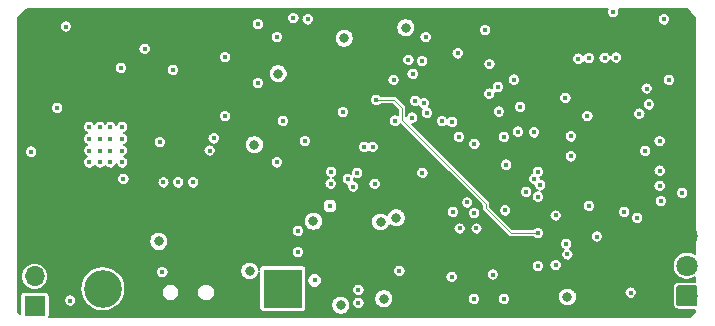
<source format=gbr>
G04 #@! TF.GenerationSoftware,KiCad,Pcbnew,5.1.0*
G04 #@! TF.CreationDate,2019-04-02T20:23:26-06:00*
G04 #@! TF.ProjectId,minisumo-FreeRTOS,6d696e69-7375-46d6-9f2d-467265655254,rev?*
G04 #@! TF.SameCoordinates,Original*
G04 #@! TF.FileFunction,Copper,L3,Inr*
G04 #@! TF.FilePolarity,Positive*
%FSLAX46Y46*%
G04 Gerber Fmt 4.6, Leading zero omitted, Abs format (unit mm)*
G04 Created by KiCad (PCBNEW 5.1.0) date 2019-04-02 20:23:26*
%MOMM*%
%LPD*%
G04 APERTURE LIST*
%ADD10R,3.200000X3.200000*%
%ADD11O,3.200000X3.200000*%
%ADD12C,0.100000*%
%ADD13C,1.800000*%
%ADD14R,1.700000X1.700000*%
%ADD15O,1.700000X1.700000*%
%ADD16C,0.800000*%
%ADD17C,0.450000*%
%ADD18C,0.200000*%
G04 APERTURE END LIST*
D10*
X133000000Y-108000000D03*
D11*
X117760000Y-108000000D03*
D12*
G36*
X167874324Y-107701205D02*
G01*
X167898612Y-107704808D01*
X167922429Y-107710774D01*
X167945547Y-107719045D01*
X167967743Y-107729543D01*
X167988804Y-107742166D01*
X168008525Y-107756793D01*
X168026718Y-107773282D01*
X168043207Y-107791475D01*
X168057834Y-107811196D01*
X168070457Y-107832257D01*
X168080955Y-107854453D01*
X168089226Y-107877571D01*
X168095192Y-107901388D01*
X168098795Y-107925676D01*
X168100000Y-107950200D01*
X168100000Y-109249800D01*
X168098795Y-109274324D01*
X168095192Y-109298612D01*
X168089226Y-109322429D01*
X168080955Y-109345547D01*
X168070457Y-109367743D01*
X168057834Y-109388804D01*
X168043207Y-109408525D01*
X168026718Y-109426718D01*
X168008525Y-109443207D01*
X167988804Y-109457834D01*
X167967743Y-109470457D01*
X167945547Y-109480955D01*
X167922429Y-109489226D01*
X167898612Y-109495192D01*
X167874324Y-109498795D01*
X167849800Y-109500000D01*
X166550200Y-109500000D01*
X166525676Y-109498795D01*
X166501388Y-109495192D01*
X166477571Y-109489226D01*
X166454453Y-109480955D01*
X166432257Y-109470457D01*
X166411196Y-109457834D01*
X166391475Y-109443207D01*
X166373282Y-109426718D01*
X166356793Y-109408525D01*
X166342166Y-109388804D01*
X166329543Y-109367743D01*
X166319045Y-109345547D01*
X166310774Y-109322429D01*
X166304808Y-109298612D01*
X166301205Y-109274324D01*
X166300000Y-109249800D01*
X166300000Y-107950200D01*
X166301205Y-107925676D01*
X166304808Y-107901388D01*
X166310774Y-107877571D01*
X166319045Y-107854453D01*
X166329543Y-107832257D01*
X166342166Y-107811196D01*
X166356793Y-107791475D01*
X166373282Y-107773282D01*
X166391475Y-107756793D01*
X166411196Y-107742166D01*
X166432257Y-107729543D01*
X166454453Y-107719045D01*
X166477571Y-107710774D01*
X166501388Y-107704808D01*
X166525676Y-107701205D01*
X166550200Y-107700000D01*
X167849800Y-107700000D01*
X167874324Y-107701205D01*
X167874324Y-107701205D01*
G37*
D13*
X167200000Y-108600000D03*
X167200000Y-106060000D03*
X167200000Y-103520000D03*
D14*
X112000000Y-109500000D03*
D15*
X112000000Y-106960000D03*
D16*
X141555000Y-108850000D03*
X137900000Y-109400000D03*
X130200000Y-106500000D03*
X141275144Y-102350021D03*
X157100000Y-108700000D03*
D17*
X111700000Y-96400000D03*
X122800000Y-106600000D03*
X115000000Y-109000000D03*
X132500000Y-86700000D03*
X135100000Y-85200000D03*
X119400000Y-94300000D03*
X118400000Y-94300000D03*
X117500000Y-94300000D03*
X116600000Y-94300000D03*
X125400000Y-99000000D03*
X124150000Y-99000000D03*
X122900000Y-99000000D03*
X118400000Y-95300000D03*
X117500000Y-95300000D03*
X119400000Y-95300000D03*
X116600000Y-95300000D03*
X117500000Y-97300000D03*
X119400000Y-97300000D03*
X118400000Y-96300000D03*
X117500000Y-96300000D03*
X119400000Y-96300000D03*
X116600000Y-97300000D03*
X116600000Y-96300000D03*
X118400000Y-97300000D03*
X114635000Y-85800000D03*
X128120000Y-88400000D03*
X128120000Y-93400000D03*
X119400000Y-97300000D03*
X119500000Y-98700000D03*
X126800000Y-96300000D03*
X139400000Y-108100000D03*
X139400000Y-109200000D03*
X145095000Y-86700000D03*
X140600000Y-96000000D03*
X139900000Y-96000000D03*
X144200000Y-92100000D03*
X149175000Y-108850000D03*
X151715000Y-108850000D03*
X151715000Y-95150000D03*
X151300000Y-93000000D03*
X150787500Y-106800000D03*
X134287500Y-103100000D03*
X152555000Y-90300000D03*
X149223368Y-95733270D03*
X147400000Y-101500000D03*
X163800000Y-91050000D03*
X140775021Y-99122975D03*
X165000000Y-100575000D03*
X147975000Y-102900000D03*
X157100000Y-105100000D03*
X157387500Y-96800000D03*
X157400000Y-95100000D03*
X158787500Y-93400000D03*
X134287500Y-104900000D03*
X157000000Y-104200000D03*
X156100000Y-106000000D03*
X134874990Y-95497468D03*
X113900000Y-92675000D03*
X166825000Y-99887500D03*
X150125000Y-86100000D03*
X156925000Y-91850000D03*
X165675000Y-90325000D03*
X165275000Y-85200000D03*
X158900000Y-88475000D03*
X162450000Y-108325000D03*
X158925000Y-100975000D03*
X160250000Y-88450000D03*
X127150000Y-95275000D03*
D16*
X130600000Y-95800000D03*
X143400000Y-85900000D03*
X132600000Y-89800000D03*
D17*
X142873135Y-106498454D03*
X135700000Y-107300000D03*
D16*
X142600000Y-102000000D03*
D17*
X136999837Y-100995883D03*
X127600000Y-96200000D03*
X128400000Y-96200000D03*
X129100000Y-102700000D03*
X128000000Y-102700000D03*
X127000000Y-102700000D03*
X135100000Y-90300000D03*
X112095000Y-91200000D03*
X121905000Y-85800000D03*
X127000000Y-85100000D03*
X126900000Y-90600000D03*
X134120000Y-92000000D03*
X133800000Y-88524989D03*
X129100000Y-103600000D03*
X127000000Y-103600000D03*
X128000000Y-103600000D03*
X148905000Y-90300000D03*
X144000000Y-90900000D03*
X150700000Y-93774998D03*
X146700000Y-101800000D03*
X132519166Y-102844398D03*
X161445000Y-90300000D03*
X142330201Y-97475010D03*
X144535730Y-100333924D03*
X167000000Y-86150000D03*
X161400000Y-100575000D03*
X146400000Y-102900000D03*
X155812500Y-96800000D03*
X155825000Y-95100000D03*
X157212500Y-93400000D03*
X132712500Y-104900000D03*
X152500000Y-103900000D03*
X153300000Y-106000000D03*
X147700000Y-85625000D03*
X166900000Y-95900000D03*
X162775000Y-85250000D03*
X160475000Y-104650000D03*
X147300000Y-107000000D03*
X150500000Y-89000000D03*
X164000000Y-92400000D03*
D16*
X135600000Y-102300000D03*
X138200000Y-86800010D03*
D17*
X138949978Y-99349284D03*
X138500000Y-98700000D03*
X147905000Y-95150000D03*
X147334827Y-93865173D03*
X151200000Y-90900000D03*
X150490904Y-91478751D03*
X144000000Y-89800000D03*
X153093387Y-92593409D03*
X151900000Y-97500000D03*
X144800000Y-88724979D03*
X154270243Y-94760102D03*
X158025000Y-88525000D03*
X149400000Y-102900000D03*
X163000000Y-102000000D03*
X161225000Y-88425000D03*
X149200000Y-101600000D03*
X161900000Y-101500000D03*
X160975000Y-84575000D03*
X142500000Y-93774998D03*
X147800000Y-88075002D03*
X142376234Y-90310768D03*
X143950011Y-93513112D03*
X145200000Y-93100000D03*
X146484827Y-93815173D03*
X144824990Y-98200000D03*
X143640856Y-88628799D03*
X144948960Y-92308078D03*
X154600000Y-100200000D03*
X164900000Y-99300000D03*
X153600000Y-99800000D03*
X164900000Y-98000000D03*
X154800000Y-99200000D03*
X163675010Y-96330265D03*
X154300000Y-98700000D03*
X164900000Y-95500000D03*
X154600000Y-98100000D03*
X163192478Y-93179274D03*
X130900000Y-90600000D03*
X130900000Y-85600000D03*
X138075010Y-93057781D03*
X133900000Y-85100000D03*
D16*
X122500000Y-104000000D03*
D17*
X159583660Y-103580860D03*
X156100000Y-101800000D03*
X139300000Y-98200000D03*
X151822678Y-101375010D03*
X152900000Y-94700000D03*
X154600000Y-106100000D03*
X148600000Y-100700000D03*
X140900000Y-92000000D03*
X154600000Y-103300000D03*
X122600000Y-95600000D03*
X123686389Y-89473186D03*
X121300000Y-87700000D03*
X119300000Y-89300000D03*
X133000000Y-93800000D03*
X137095778Y-98098424D03*
X132500000Y-97300000D03*
X137051654Y-99097129D03*
D12*
X142400000Y-92000000D02*
X140900000Y-92000000D01*
X154600000Y-103300000D02*
X152300000Y-103300000D01*
X150200000Y-100800000D02*
X143100000Y-93700000D01*
X152300000Y-103300000D02*
X150200000Y-101200000D01*
X150200000Y-101200000D02*
X150200000Y-100800000D01*
X143100000Y-93700000D02*
X143100000Y-92700000D01*
X143100000Y-92700000D02*
X142400000Y-92000000D01*
D18*
G36*
X160509751Y-84326319D02*
G01*
X160470176Y-84421863D01*
X160450000Y-84523292D01*
X160450000Y-84626708D01*
X160470176Y-84728137D01*
X160509751Y-84823681D01*
X160567206Y-84909668D01*
X160640332Y-84982794D01*
X160726319Y-85040249D01*
X160821863Y-85079824D01*
X160923292Y-85100000D01*
X161026708Y-85100000D01*
X161128137Y-85079824D01*
X161223681Y-85040249D01*
X161309668Y-84982794D01*
X161382794Y-84909668D01*
X161440249Y-84823681D01*
X161479824Y-84728137D01*
X161500000Y-84626708D01*
X161500000Y-84523292D01*
X161479824Y-84421863D01*
X161440249Y-84326319D01*
X161439368Y-84325000D01*
X167183578Y-84325000D01*
X167900000Y-85041422D01*
X167900000Y-105084498D01*
X167768413Y-104996574D01*
X167550027Y-104906116D01*
X167318190Y-104860000D01*
X167081810Y-104860000D01*
X166849973Y-104906116D01*
X166631587Y-104996574D01*
X166435045Y-105127899D01*
X166267899Y-105295045D01*
X166136574Y-105491587D01*
X166046116Y-105709973D01*
X166000000Y-105941810D01*
X166000000Y-106178190D01*
X166046116Y-106410027D01*
X166136574Y-106628413D01*
X166267899Y-106824955D01*
X166435045Y-106992101D01*
X166631587Y-107123426D01*
X166849973Y-107213884D01*
X167081810Y-107260000D01*
X167318190Y-107260000D01*
X167550027Y-107213884D01*
X167768413Y-107123426D01*
X167900000Y-107035502D01*
X167900000Y-107403493D01*
X167849800Y-107398549D01*
X166550200Y-107398549D01*
X166442578Y-107409149D01*
X166339092Y-107440541D01*
X166243719Y-107491519D01*
X166160124Y-107560124D01*
X166091519Y-107643719D01*
X166040541Y-107739092D01*
X166009149Y-107842578D01*
X165998549Y-107950200D01*
X165998549Y-109249800D01*
X166009149Y-109357422D01*
X166040541Y-109460908D01*
X166091519Y-109556281D01*
X166160124Y-109639876D01*
X166243719Y-109708481D01*
X166339092Y-109759459D01*
X166442578Y-109790851D01*
X166550200Y-109801451D01*
X167849800Y-109801451D01*
X167900000Y-109796507D01*
X167900000Y-109958578D01*
X167458578Y-110400000D01*
X113247010Y-110400000D01*
X113251935Y-110350000D01*
X113251935Y-108948292D01*
X114475000Y-108948292D01*
X114475000Y-109051708D01*
X114495176Y-109153137D01*
X114534751Y-109248681D01*
X114592206Y-109334668D01*
X114665332Y-109407794D01*
X114751319Y-109465249D01*
X114846863Y-109504824D01*
X114948292Y-109525000D01*
X115051708Y-109525000D01*
X115153137Y-109504824D01*
X115248681Y-109465249D01*
X115334668Y-109407794D01*
X115407794Y-109334668D01*
X115465249Y-109248681D01*
X115504824Y-109153137D01*
X115525000Y-109051708D01*
X115525000Y-108948292D01*
X115504824Y-108846863D01*
X115465249Y-108751319D01*
X115407794Y-108665332D01*
X115334668Y-108592206D01*
X115248681Y-108534751D01*
X115153137Y-108495176D01*
X115051708Y-108475000D01*
X114948292Y-108475000D01*
X114846863Y-108495176D01*
X114751319Y-108534751D01*
X114665332Y-108592206D01*
X114592206Y-108665332D01*
X114534751Y-108751319D01*
X114495176Y-108846863D01*
X114475000Y-108948292D01*
X113251935Y-108948292D01*
X113251935Y-108650000D01*
X113244212Y-108571586D01*
X113221340Y-108496186D01*
X113184197Y-108426697D01*
X113134211Y-108365789D01*
X113073303Y-108315803D01*
X113003814Y-108278660D01*
X112928414Y-108255788D01*
X112850000Y-108248065D01*
X111150000Y-108248065D01*
X111071586Y-108255788D01*
X110996186Y-108278660D01*
X110926697Y-108315803D01*
X110865789Y-108365789D01*
X110815803Y-108426697D01*
X110778660Y-108496186D01*
X110755788Y-108571586D01*
X110748065Y-108650000D01*
X110748065Y-110106643D01*
X110600000Y-109958578D01*
X110600000Y-106960000D01*
X110844436Y-106960000D01*
X110866640Y-107185439D01*
X110932398Y-107402215D01*
X111039184Y-107601997D01*
X111182893Y-107777107D01*
X111358003Y-107920816D01*
X111557785Y-108027602D01*
X111774561Y-108093360D01*
X111943508Y-108110000D01*
X112056492Y-108110000D01*
X112225439Y-108093360D01*
X112442215Y-108027602D01*
X112493854Y-108000000D01*
X115850807Y-108000000D01*
X115887492Y-108372465D01*
X115996136Y-108730617D01*
X116172564Y-109060691D01*
X116409997Y-109350003D01*
X116699309Y-109587436D01*
X117029383Y-109763864D01*
X117387535Y-109872508D01*
X117666663Y-109900000D01*
X117853337Y-109900000D01*
X118132465Y-109872508D01*
X118490617Y-109763864D01*
X118820691Y-109587436D01*
X119110003Y-109350003D01*
X119347436Y-109060691D01*
X119523864Y-108730617D01*
X119632508Y-108372465D01*
X119643966Y-108256131D01*
X122750000Y-108256131D01*
X122750000Y-108403869D01*
X122778822Y-108548767D01*
X122835359Y-108685258D01*
X122917437Y-108808097D01*
X123021903Y-108912563D01*
X123144742Y-108994641D01*
X123281233Y-109051178D01*
X123426131Y-109080000D01*
X123573869Y-109080000D01*
X123718767Y-109051178D01*
X123855258Y-108994641D01*
X123978097Y-108912563D01*
X124082563Y-108808097D01*
X124164641Y-108685258D01*
X124221178Y-108548767D01*
X124250000Y-108403869D01*
X124250000Y-108256131D01*
X125750000Y-108256131D01*
X125750000Y-108403869D01*
X125778822Y-108548767D01*
X125835359Y-108685258D01*
X125917437Y-108808097D01*
X126021903Y-108912563D01*
X126144742Y-108994641D01*
X126281233Y-109051178D01*
X126426131Y-109080000D01*
X126573869Y-109080000D01*
X126718767Y-109051178D01*
X126855258Y-108994641D01*
X126978097Y-108912563D01*
X127082563Y-108808097D01*
X127164641Y-108685258D01*
X127221178Y-108548767D01*
X127250000Y-108403869D01*
X127250000Y-108256131D01*
X127221178Y-108111233D01*
X127164641Y-107974742D01*
X127082563Y-107851903D01*
X126978097Y-107747437D01*
X126855258Y-107665359D01*
X126718767Y-107608822D01*
X126573869Y-107580000D01*
X126426131Y-107580000D01*
X126281233Y-107608822D01*
X126144742Y-107665359D01*
X126021903Y-107747437D01*
X125917437Y-107851903D01*
X125835359Y-107974742D01*
X125778822Y-108111233D01*
X125750000Y-108256131D01*
X124250000Y-108256131D01*
X124221178Y-108111233D01*
X124164641Y-107974742D01*
X124082563Y-107851903D01*
X123978097Y-107747437D01*
X123855258Y-107665359D01*
X123718767Y-107608822D01*
X123573869Y-107580000D01*
X123426131Y-107580000D01*
X123281233Y-107608822D01*
X123144742Y-107665359D01*
X123021903Y-107747437D01*
X122917437Y-107851903D01*
X122835359Y-107974742D01*
X122778822Y-108111233D01*
X122750000Y-108256131D01*
X119643966Y-108256131D01*
X119669193Y-108000000D01*
X119632508Y-107627535D01*
X119523864Y-107269383D01*
X119347436Y-106939309D01*
X119110003Y-106649997D01*
X118986076Y-106548292D01*
X122275000Y-106548292D01*
X122275000Y-106651708D01*
X122295176Y-106753137D01*
X122334751Y-106848681D01*
X122392206Y-106934668D01*
X122465332Y-107007794D01*
X122551319Y-107065249D01*
X122646863Y-107104824D01*
X122748292Y-107125000D01*
X122851708Y-107125000D01*
X122953137Y-107104824D01*
X123048681Y-107065249D01*
X123134668Y-107007794D01*
X123207794Y-106934668D01*
X123265249Y-106848681D01*
X123304824Y-106753137D01*
X123325000Y-106651708D01*
X123325000Y-106548292D01*
X123304824Y-106446863D01*
X123294198Y-106421207D01*
X129400000Y-106421207D01*
X129400000Y-106578793D01*
X129430743Y-106733351D01*
X129491049Y-106878942D01*
X129578599Y-107009970D01*
X129690030Y-107121401D01*
X129821058Y-107208951D01*
X129966649Y-107269257D01*
X130121207Y-107300000D01*
X130278793Y-107300000D01*
X130433351Y-107269257D01*
X130578942Y-107208951D01*
X130709970Y-107121401D01*
X130821401Y-107009970D01*
X130908951Y-106878942D01*
X130969257Y-106733351D01*
X130998065Y-106588521D01*
X130998065Y-109600000D01*
X131005788Y-109678414D01*
X131028660Y-109753814D01*
X131065803Y-109823303D01*
X131115789Y-109884211D01*
X131176697Y-109934197D01*
X131246186Y-109971340D01*
X131321586Y-109994212D01*
X131400000Y-110001935D01*
X134600000Y-110001935D01*
X134678414Y-109994212D01*
X134753814Y-109971340D01*
X134823303Y-109934197D01*
X134884211Y-109884211D01*
X134934197Y-109823303D01*
X134971340Y-109753814D01*
X134994212Y-109678414D01*
X135001935Y-109600000D01*
X135001935Y-109321207D01*
X137100000Y-109321207D01*
X137100000Y-109478793D01*
X137130743Y-109633351D01*
X137191049Y-109778942D01*
X137278599Y-109909970D01*
X137390030Y-110021401D01*
X137521058Y-110108951D01*
X137666649Y-110169257D01*
X137821207Y-110200000D01*
X137978793Y-110200000D01*
X138133351Y-110169257D01*
X138278942Y-110108951D01*
X138409970Y-110021401D01*
X138521401Y-109909970D01*
X138608951Y-109778942D01*
X138669257Y-109633351D01*
X138700000Y-109478793D01*
X138700000Y-109321207D01*
X138669257Y-109166649D01*
X138661654Y-109148292D01*
X138875000Y-109148292D01*
X138875000Y-109251708D01*
X138895176Y-109353137D01*
X138934751Y-109448681D01*
X138992206Y-109534668D01*
X139065332Y-109607794D01*
X139151319Y-109665249D01*
X139246863Y-109704824D01*
X139348292Y-109725000D01*
X139451708Y-109725000D01*
X139553137Y-109704824D01*
X139648681Y-109665249D01*
X139734668Y-109607794D01*
X139807794Y-109534668D01*
X139865249Y-109448681D01*
X139904824Y-109353137D01*
X139925000Y-109251708D01*
X139925000Y-109148292D01*
X139904824Y-109046863D01*
X139865249Y-108951319D01*
X139807794Y-108865332D01*
X139734668Y-108792206D01*
X139703241Y-108771207D01*
X140755000Y-108771207D01*
X140755000Y-108928793D01*
X140785743Y-109083351D01*
X140846049Y-109228942D01*
X140933599Y-109359970D01*
X141045030Y-109471401D01*
X141176058Y-109558951D01*
X141321649Y-109619257D01*
X141476207Y-109650000D01*
X141633793Y-109650000D01*
X141788351Y-109619257D01*
X141933942Y-109558951D01*
X142064970Y-109471401D01*
X142176401Y-109359970D01*
X142263951Y-109228942D01*
X142324257Y-109083351D01*
X142355000Y-108928793D01*
X142355000Y-108798292D01*
X148650000Y-108798292D01*
X148650000Y-108901708D01*
X148670176Y-109003137D01*
X148709751Y-109098681D01*
X148767206Y-109184668D01*
X148840332Y-109257794D01*
X148926319Y-109315249D01*
X149021863Y-109354824D01*
X149123292Y-109375000D01*
X149226708Y-109375000D01*
X149328137Y-109354824D01*
X149423681Y-109315249D01*
X149509668Y-109257794D01*
X149582794Y-109184668D01*
X149640249Y-109098681D01*
X149679824Y-109003137D01*
X149700000Y-108901708D01*
X149700000Y-108798292D01*
X151190000Y-108798292D01*
X151190000Y-108901708D01*
X151210176Y-109003137D01*
X151249751Y-109098681D01*
X151307206Y-109184668D01*
X151380332Y-109257794D01*
X151466319Y-109315249D01*
X151561863Y-109354824D01*
X151663292Y-109375000D01*
X151766708Y-109375000D01*
X151868137Y-109354824D01*
X151963681Y-109315249D01*
X152049668Y-109257794D01*
X152122794Y-109184668D01*
X152180249Y-109098681D01*
X152219824Y-109003137D01*
X152240000Y-108901708D01*
X152240000Y-108798292D01*
X152219824Y-108696863D01*
X152188487Y-108621207D01*
X156300000Y-108621207D01*
X156300000Y-108778793D01*
X156330743Y-108933351D01*
X156391049Y-109078942D01*
X156478599Y-109209970D01*
X156590030Y-109321401D01*
X156721058Y-109408951D01*
X156866649Y-109469257D01*
X157021207Y-109500000D01*
X157178793Y-109500000D01*
X157333351Y-109469257D01*
X157478942Y-109408951D01*
X157609970Y-109321401D01*
X157721401Y-109209970D01*
X157808951Y-109078942D01*
X157869257Y-108933351D01*
X157900000Y-108778793D01*
X157900000Y-108621207D01*
X157869257Y-108466649D01*
X157808951Y-108321058D01*
X157777035Y-108273292D01*
X161925000Y-108273292D01*
X161925000Y-108376708D01*
X161945176Y-108478137D01*
X161984751Y-108573681D01*
X162042206Y-108659668D01*
X162115332Y-108732794D01*
X162201319Y-108790249D01*
X162296863Y-108829824D01*
X162398292Y-108850000D01*
X162501708Y-108850000D01*
X162603137Y-108829824D01*
X162698681Y-108790249D01*
X162784668Y-108732794D01*
X162857794Y-108659668D01*
X162915249Y-108573681D01*
X162954824Y-108478137D01*
X162975000Y-108376708D01*
X162975000Y-108273292D01*
X162954824Y-108171863D01*
X162915249Y-108076319D01*
X162857794Y-107990332D01*
X162784668Y-107917206D01*
X162698681Y-107859751D01*
X162603137Y-107820176D01*
X162501708Y-107800000D01*
X162398292Y-107800000D01*
X162296863Y-107820176D01*
X162201319Y-107859751D01*
X162115332Y-107917206D01*
X162042206Y-107990332D01*
X161984751Y-108076319D01*
X161945176Y-108171863D01*
X161925000Y-108273292D01*
X157777035Y-108273292D01*
X157721401Y-108190030D01*
X157609970Y-108078599D01*
X157478942Y-107991049D01*
X157333351Y-107930743D01*
X157178793Y-107900000D01*
X157021207Y-107900000D01*
X156866649Y-107930743D01*
X156721058Y-107991049D01*
X156590030Y-108078599D01*
X156478599Y-108190030D01*
X156391049Y-108321058D01*
X156330743Y-108466649D01*
X156300000Y-108621207D01*
X152188487Y-108621207D01*
X152180249Y-108601319D01*
X152122794Y-108515332D01*
X152049668Y-108442206D01*
X151963681Y-108384751D01*
X151868137Y-108345176D01*
X151766708Y-108325000D01*
X151663292Y-108325000D01*
X151561863Y-108345176D01*
X151466319Y-108384751D01*
X151380332Y-108442206D01*
X151307206Y-108515332D01*
X151249751Y-108601319D01*
X151210176Y-108696863D01*
X151190000Y-108798292D01*
X149700000Y-108798292D01*
X149679824Y-108696863D01*
X149640249Y-108601319D01*
X149582794Y-108515332D01*
X149509668Y-108442206D01*
X149423681Y-108384751D01*
X149328137Y-108345176D01*
X149226708Y-108325000D01*
X149123292Y-108325000D01*
X149021863Y-108345176D01*
X148926319Y-108384751D01*
X148840332Y-108442206D01*
X148767206Y-108515332D01*
X148709751Y-108601319D01*
X148670176Y-108696863D01*
X148650000Y-108798292D01*
X142355000Y-108798292D01*
X142355000Y-108771207D01*
X142324257Y-108616649D01*
X142263951Y-108471058D01*
X142176401Y-108340030D01*
X142064970Y-108228599D01*
X141933942Y-108141049D01*
X141788351Y-108080743D01*
X141633793Y-108050000D01*
X141476207Y-108050000D01*
X141321649Y-108080743D01*
X141176058Y-108141049D01*
X141045030Y-108228599D01*
X140933599Y-108340030D01*
X140846049Y-108471058D01*
X140785743Y-108616649D01*
X140755000Y-108771207D01*
X139703241Y-108771207D01*
X139648681Y-108734751D01*
X139553137Y-108695176D01*
X139451708Y-108675000D01*
X139348292Y-108675000D01*
X139246863Y-108695176D01*
X139151319Y-108734751D01*
X139065332Y-108792206D01*
X138992206Y-108865332D01*
X138934751Y-108951319D01*
X138895176Y-109046863D01*
X138875000Y-109148292D01*
X138661654Y-109148292D01*
X138608951Y-109021058D01*
X138521401Y-108890030D01*
X138409970Y-108778599D01*
X138278942Y-108691049D01*
X138133351Y-108630743D01*
X137978793Y-108600000D01*
X137821207Y-108600000D01*
X137666649Y-108630743D01*
X137521058Y-108691049D01*
X137390030Y-108778599D01*
X137278599Y-108890030D01*
X137191049Y-109021058D01*
X137130743Y-109166649D01*
X137100000Y-109321207D01*
X135001935Y-109321207D01*
X135001935Y-108048292D01*
X138875000Y-108048292D01*
X138875000Y-108151708D01*
X138895176Y-108253137D01*
X138934751Y-108348681D01*
X138992206Y-108434668D01*
X139065332Y-108507794D01*
X139151319Y-108565249D01*
X139246863Y-108604824D01*
X139348292Y-108625000D01*
X139451708Y-108625000D01*
X139553137Y-108604824D01*
X139648681Y-108565249D01*
X139734668Y-108507794D01*
X139807794Y-108434668D01*
X139865249Y-108348681D01*
X139904824Y-108253137D01*
X139925000Y-108151708D01*
X139925000Y-108048292D01*
X139904824Y-107946863D01*
X139865249Y-107851319D01*
X139807794Y-107765332D01*
X139734668Y-107692206D01*
X139648681Y-107634751D01*
X139553137Y-107595176D01*
X139451708Y-107575000D01*
X139348292Y-107575000D01*
X139246863Y-107595176D01*
X139151319Y-107634751D01*
X139065332Y-107692206D01*
X138992206Y-107765332D01*
X138934751Y-107851319D01*
X138895176Y-107946863D01*
X138875000Y-108048292D01*
X135001935Y-108048292D01*
X135001935Y-107238443D01*
X135075000Y-107238443D01*
X135075000Y-107361557D01*
X135099019Y-107482306D01*
X135146132Y-107596048D01*
X135214531Y-107698414D01*
X135301586Y-107785469D01*
X135403952Y-107853868D01*
X135517694Y-107900981D01*
X135638443Y-107925000D01*
X135761557Y-107925000D01*
X135882306Y-107900981D01*
X135996048Y-107853868D01*
X136098414Y-107785469D01*
X136185469Y-107698414D01*
X136253868Y-107596048D01*
X136300981Y-107482306D01*
X136325000Y-107361557D01*
X136325000Y-107238443D01*
X136300981Y-107117694D01*
X136253868Y-107003952D01*
X136185469Y-106901586D01*
X136098414Y-106814531D01*
X135996048Y-106746132D01*
X135882306Y-106699019D01*
X135761557Y-106675000D01*
X135638443Y-106675000D01*
X135517694Y-106699019D01*
X135403952Y-106746132D01*
X135301586Y-106814531D01*
X135214531Y-106901586D01*
X135146132Y-107003952D01*
X135099019Y-107117694D01*
X135075000Y-107238443D01*
X135001935Y-107238443D01*
X135001935Y-106446746D01*
X142348135Y-106446746D01*
X142348135Y-106550162D01*
X142368311Y-106651591D01*
X142407886Y-106747135D01*
X142465341Y-106833122D01*
X142538467Y-106906248D01*
X142624454Y-106963703D01*
X142719998Y-107003278D01*
X142821427Y-107023454D01*
X142924843Y-107023454D01*
X143026272Y-107003278D01*
X143121816Y-106963703D01*
X143144880Y-106948292D01*
X146775000Y-106948292D01*
X146775000Y-107051708D01*
X146795176Y-107153137D01*
X146834751Y-107248681D01*
X146892206Y-107334668D01*
X146965332Y-107407794D01*
X147051319Y-107465249D01*
X147146863Y-107504824D01*
X147248292Y-107525000D01*
X147351708Y-107525000D01*
X147453137Y-107504824D01*
X147548681Y-107465249D01*
X147634668Y-107407794D01*
X147707794Y-107334668D01*
X147765249Y-107248681D01*
X147804824Y-107153137D01*
X147825000Y-107051708D01*
X147825000Y-106948292D01*
X147804824Y-106846863D01*
X147765249Y-106751319D01*
X147763227Y-106748292D01*
X150262500Y-106748292D01*
X150262500Y-106851708D01*
X150282676Y-106953137D01*
X150322251Y-107048681D01*
X150379706Y-107134668D01*
X150452832Y-107207794D01*
X150538819Y-107265249D01*
X150634363Y-107304824D01*
X150735792Y-107325000D01*
X150839208Y-107325000D01*
X150940637Y-107304824D01*
X151036181Y-107265249D01*
X151122168Y-107207794D01*
X151195294Y-107134668D01*
X151252749Y-107048681D01*
X151292324Y-106953137D01*
X151312500Y-106851708D01*
X151312500Y-106748292D01*
X151292324Y-106646863D01*
X151252749Y-106551319D01*
X151195294Y-106465332D01*
X151122168Y-106392206D01*
X151036181Y-106334751D01*
X150940637Y-106295176D01*
X150839208Y-106275000D01*
X150735792Y-106275000D01*
X150634363Y-106295176D01*
X150538819Y-106334751D01*
X150452832Y-106392206D01*
X150379706Y-106465332D01*
X150322251Y-106551319D01*
X150282676Y-106646863D01*
X150262500Y-106748292D01*
X147763227Y-106748292D01*
X147707794Y-106665332D01*
X147634668Y-106592206D01*
X147548681Y-106534751D01*
X147453137Y-106495176D01*
X147351708Y-106475000D01*
X147248292Y-106475000D01*
X147146863Y-106495176D01*
X147051319Y-106534751D01*
X146965332Y-106592206D01*
X146892206Y-106665332D01*
X146834751Y-106751319D01*
X146795176Y-106846863D01*
X146775000Y-106948292D01*
X143144880Y-106948292D01*
X143207803Y-106906248D01*
X143280929Y-106833122D01*
X143338384Y-106747135D01*
X143377959Y-106651591D01*
X143398135Y-106550162D01*
X143398135Y-106446746D01*
X143377959Y-106345317D01*
X143338384Y-106249773D01*
X143280929Y-106163786D01*
X143207803Y-106090660D01*
X143144396Y-106048292D01*
X154075000Y-106048292D01*
X154075000Y-106151708D01*
X154095176Y-106253137D01*
X154134751Y-106348681D01*
X154192206Y-106434668D01*
X154265332Y-106507794D01*
X154351319Y-106565249D01*
X154446863Y-106604824D01*
X154548292Y-106625000D01*
X154651708Y-106625000D01*
X154753137Y-106604824D01*
X154848681Y-106565249D01*
X154934668Y-106507794D01*
X155007794Y-106434668D01*
X155065249Y-106348681D01*
X155104824Y-106253137D01*
X155125000Y-106151708D01*
X155125000Y-106048292D01*
X155105109Y-105948292D01*
X155575000Y-105948292D01*
X155575000Y-106051708D01*
X155595176Y-106153137D01*
X155634751Y-106248681D01*
X155692206Y-106334668D01*
X155765332Y-106407794D01*
X155851319Y-106465249D01*
X155946863Y-106504824D01*
X156048292Y-106525000D01*
X156151708Y-106525000D01*
X156253137Y-106504824D01*
X156348681Y-106465249D01*
X156434668Y-106407794D01*
X156507794Y-106334668D01*
X156565249Y-106248681D01*
X156604824Y-106153137D01*
X156625000Y-106051708D01*
X156625000Y-105948292D01*
X156604824Y-105846863D01*
X156565249Y-105751319D01*
X156507794Y-105665332D01*
X156434668Y-105592206D01*
X156348681Y-105534751D01*
X156253137Y-105495176D01*
X156151708Y-105475000D01*
X156048292Y-105475000D01*
X155946863Y-105495176D01*
X155851319Y-105534751D01*
X155765332Y-105592206D01*
X155692206Y-105665332D01*
X155634751Y-105751319D01*
X155595176Y-105846863D01*
X155575000Y-105948292D01*
X155105109Y-105948292D01*
X155104824Y-105946863D01*
X155065249Y-105851319D01*
X155007794Y-105765332D01*
X154934668Y-105692206D01*
X154848681Y-105634751D01*
X154753137Y-105595176D01*
X154651708Y-105575000D01*
X154548292Y-105575000D01*
X154446863Y-105595176D01*
X154351319Y-105634751D01*
X154265332Y-105692206D01*
X154192206Y-105765332D01*
X154134751Y-105851319D01*
X154095176Y-105946863D01*
X154075000Y-106048292D01*
X143144396Y-106048292D01*
X143121816Y-106033205D01*
X143026272Y-105993630D01*
X142924843Y-105973454D01*
X142821427Y-105973454D01*
X142719998Y-105993630D01*
X142624454Y-106033205D01*
X142538467Y-106090660D01*
X142465341Y-106163786D01*
X142407886Y-106249773D01*
X142368311Y-106345317D01*
X142348135Y-106446746D01*
X135001935Y-106446746D01*
X135001935Y-106400000D01*
X134994212Y-106321586D01*
X134971340Y-106246186D01*
X134934197Y-106176697D01*
X134884211Y-106115789D01*
X134823303Y-106065803D01*
X134753814Y-106028660D01*
X134678414Y-106005788D01*
X134600000Y-105998065D01*
X131400000Y-105998065D01*
X131321586Y-106005788D01*
X131246186Y-106028660D01*
X131176697Y-106065803D01*
X131115789Y-106115789D01*
X131065803Y-106176697D01*
X131028660Y-106246186D01*
X131005788Y-106321586D01*
X130998065Y-106400000D01*
X130998065Y-106411479D01*
X130969257Y-106266649D01*
X130908951Y-106121058D01*
X130821401Y-105990030D01*
X130709970Y-105878599D01*
X130578942Y-105791049D01*
X130433351Y-105730743D01*
X130278793Y-105700000D01*
X130121207Y-105700000D01*
X129966649Y-105730743D01*
X129821058Y-105791049D01*
X129690030Y-105878599D01*
X129578599Y-105990030D01*
X129491049Y-106121058D01*
X129430743Y-106266649D01*
X129400000Y-106421207D01*
X123294198Y-106421207D01*
X123265249Y-106351319D01*
X123207794Y-106265332D01*
X123134668Y-106192206D01*
X123048681Y-106134751D01*
X122953137Y-106095176D01*
X122851708Y-106075000D01*
X122748292Y-106075000D01*
X122646863Y-106095176D01*
X122551319Y-106134751D01*
X122465332Y-106192206D01*
X122392206Y-106265332D01*
X122334751Y-106351319D01*
X122295176Y-106446863D01*
X122275000Y-106548292D01*
X118986076Y-106548292D01*
X118820691Y-106412564D01*
X118490617Y-106236136D01*
X118132465Y-106127492D01*
X117853337Y-106100000D01*
X117666663Y-106100000D01*
X117387535Y-106127492D01*
X117029383Y-106236136D01*
X116699309Y-106412564D01*
X116409997Y-106649997D01*
X116172564Y-106939309D01*
X115996136Y-107269383D01*
X115887492Y-107627535D01*
X115850807Y-108000000D01*
X112493854Y-108000000D01*
X112641997Y-107920816D01*
X112817107Y-107777107D01*
X112960816Y-107601997D01*
X113067602Y-107402215D01*
X113133360Y-107185439D01*
X113155564Y-106960000D01*
X113133360Y-106734561D01*
X113067602Y-106517785D01*
X112960816Y-106318003D01*
X112817107Y-106142893D01*
X112641997Y-105999184D01*
X112442215Y-105892398D01*
X112225439Y-105826640D01*
X112056492Y-105810000D01*
X111943508Y-105810000D01*
X111774561Y-105826640D01*
X111557785Y-105892398D01*
X111358003Y-105999184D01*
X111182893Y-106142893D01*
X111039184Y-106318003D01*
X110932398Y-106517785D01*
X110866640Y-106734561D01*
X110844436Y-106960000D01*
X110600000Y-106960000D01*
X110600000Y-104848292D01*
X133762500Y-104848292D01*
X133762500Y-104951708D01*
X133782676Y-105053137D01*
X133822251Y-105148681D01*
X133879706Y-105234668D01*
X133952832Y-105307794D01*
X134038819Y-105365249D01*
X134134363Y-105404824D01*
X134235792Y-105425000D01*
X134339208Y-105425000D01*
X134440637Y-105404824D01*
X134536181Y-105365249D01*
X134622168Y-105307794D01*
X134695294Y-105234668D01*
X134752749Y-105148681D01*
X134792324Y-105053137D01*
X134812500Y-104951708D01*
X134812500Y-104848292D01*
X134792324Y-104746863D01*
X134752749Y-104651319D01*
X134695294Y-104565332D01*
X134622168Y-104492206D01*
X134536181Y-104434751D01*
X134440637Y-104395176D01*
X134339208Y-104375000D01*
X134235792Y-104375000D01*
X134134363Y-104395176D01*
X134038819Y-104434751D01*
X133952832Y-104492206D01*
X133879706Y-104565332D01*
X133822251Y-104651319D01*
X133782676Y-104746863D01*
X133762500Y-104848292D01*
X110600000Y-104848292D01*
X110600000Y-103921207D01*
X121700000Y-103921207D01*
X121700000Y-104078793D01*
X121730743Y-104233351D01*
X121791049Y-104378942D01*
X121878599Y-104509970D01*
X121990030Y-104621401D01*
X122121058Y-104708951D01*
X122266649Y-104769257D01*
X122421207Y-104800000D01*
X122578793Y-104800000D01*
X122733351Y-104769257D01*
X122878942Y-104708951D01*
X123009970Y-104621401D01*
X123121401Y-104509970D01*
X123208951Y-104378942D01*
X123269257Y-104233351D01*
X123286176Y-104148292D01*
X156475000Y-104148292D01*
X156475000Y-104251708D01*
X156495176Y-104353137D01*
X156534751Y-104448681D01*
X156592206Y-104534668D01*
X156665332Y-104607794D01*
X156751319Y-104665249D01*
X156784875Y-104679148D01*
X156765332Y-104692206D01*
X156692206Y-104765332D01*
X156634751Y-104851319D01*
X156595176Y-104946863D01*
X156575000Y-105048292D01*
X156575000Y-105151708D01*
X156595176Y-105253137D01*
X156634751Y-105348681D01*
X156692206Y-105434668D01*
X156765332Y-105507794D01*
X156851319Y-105565249D01*
X156946863Y-105604824D01*
X157048292Y-105625000D01*
X157151708Y-105625000D01*
X157253137Y-105604824D01*
X157348681Y-105565249D01*
X157434668Y-105507794D01*
X157507794Y-105434668D01*
X157565249Y-105348681D01*
X157604824Y-105253137D01*
X157625000Y-105151708D01*
X157625000Y-105048292D01*
X157604824Y-104946863D01*
X157565249Y-104851319D01*
X157507794Y-104765332D01*
X157434668Y-104692206D01*
X157348681Y-104634751D01*
X157315125Y-104620852D01*
X157334668Y-104607794D01*
X157407794Y-104534668D01*
X157465249Y-104448681D01*
X157504824Y-104353137D01*
X157525000Y-104251708D01*
X157525000Y-104148292D01*
X157504824Y-104046863D01*
X157465249Y-103951319D01*
X157407794Y-103865332D01*
X157334668Y-103792206D01*
X157248681Y-103734751D01*
X157153137Y-103695176D01*
X157051708Y-103675000D01*
X156948292Y-103675000D01*
X156846863Y-103695176D01*
X156751319Y-103734751D01*
X156665332Y-103792206D01*
X156592206Y-103865332D01*
X156534751Y-103951319D01*
X156495176Y-104046863D01*
X156475000Y-104148292D01*
X123286176Y-104148292D01*
X123300000Y-104078793D01*
X123300000Y-103921207D01*
X123269257Y-103766649D01*
X123208951Y-103621058D01*
X123121401Y-103490030D01*
X123009970Y-103378599D01*
X122878942Y-103291049D01*
X122733351Y-103230743D01*
X122578793Y-103200000D01*
X122421207Y-103200000D01*
X122266649Y-103230743D01*
X122121058Y-103291049D01*
X121990030Y-103378599D01*
X121878599Y-103490030D01*
X121791049Y-103621058D01*
X121730743Y-103766649D01*
X121700000Y-103921207D01*
X110600000Y-103921207D01*
X110600000Y-103048292D01*
X133762500Y-103048292D01*
X133762500Y-103151708D01*
X133782676Y-103253137D01*
X133822251Y-103348681D01*
X133879706Y-103434668D01*
X133952832Y-103507794D01*
X134038819Y-103565249D01*
X134134363Y-103604824D01*
X134235792Y-103625000D01*
X134339208Y-103625000D01*
X134440637Y-103604824D01*
X134536181Y-103565249D01*
X134622168Y-103507794D01*
X134695294Y-103434668D01*
X134752749Y-103348681D01*
X134792324Y-103253137D01*
X134812500Y-103151708D01*
X134812500Y-103048292D01*
X134792324Y-102946863D01*
X134752749Y-102851319D01*
X134695294Y-102765332D01*
X134622168Y-102692206D01*
X134536181Y-102634751D01*
X134440637Y-102595176D01*
X134339208Y-102575000D01*
X134235792Y-102575000D01*
X134134363Y-102595176D01*
X134038819Y-102634751D01*
X133952832Y-102692206D01*
X133879706Y-102765332D01*
X133822251Y-102851319D01*
X133782676Y-102946863D01*
X133762500Y-103048292D01*
X110600000Y-103048292D01*
X110600000Y-102221207D01*
X134800000Y-102221207D01*
X134800000Y-102378793D01*
X134830743Y-102533351D01*
X134891049Y-102678942D01*
X134978599Y-102809970D01*
X135090030Y-102921401D01*
X135221058Y-103008951D01*
X135366649Y-103069257D01*
X135521207Y-103100000D01*
X135678793Y-103100000D01*
X135833351Y-103069257D01*
X135978942Y-103008951D01*
X136109970Y-102921401D01*
X136221401Y-102809970D01*
X136308951Y-102678942D01*
X136369257Y-102533351D01*
X136400000Y-102378793D01*
X136400000Y-102271228D01*
X140475144Y-102271228D01*
X140475144Y-102428814D01*
X140505887Y-102583372D01*
X140566193Y-102728963D01*
X140653743Y-102859991D01*
X140765174Y-102971422D01*
X140896202Y-103058972D01*
X141041793Y-103119278D01*
X141196351Y-103150021D01*
X141353937Y-103150021D01*
X141508495Y-103119278D01*
X141654086Y-103058972D01*
X141785114Y-102971422D01*
X141896545Y-102859991D01*
X141904362Y-102848292D01*
X147450000Y-102848292D01*
X147450000Y-102951708D01*
X147470176Y-103053137D01*
X147509751Y-103148681D01*
X147567206Y-103234668D01*
X147640332Y-103307794D01*
X147726319Y-103365249D01*
X147821863Y-103404824D01*
X147923292Y-103425000D01*
X148026708Y-103425000D01*
X148128137Y-103404824D01*
X148223681Y-103365249D01*
X148309668Y-103307794D01*
X148382794Y-103234668D01*
X148440249Y-103148681D01*
X148479824Y-103053137D01*
X148500000Y-102951708D01*
X148500000Y-102848292D01*
X148875000Y-102848292D01*
X148875000Y-102951708D01*
X148895176Y-103053137D01*
X148934751Y-103148681D01*
X148992206Y-103234668D01*
X149065332Y-103307794D01*
X149151319Y-103365249D01*
X149246863Y-103404824D01*
X149348292Y-103425000D01*
X149451708Y-103425000D01*
X149553137Y-103404824D01*
X149648681Y-103365249D01*
X149734668Y-103307794D01*
X149807794Y-103234668D01*
X149865249Y-103148681D01*
X149904824Y-103053137D01*
X149925000Y-102951708D01*
X149925000Y-102848292D01*
X149904824Y-102746863D01*
X149865249Y-102651319D01*
X149807794Y-102565332D01*
X149734668Y-102492206D01*
X149648681Y-102434751D01*
X149553137Y-102395176D01*
X149451708Y-102375000D01*
X149348292Y-102375000D01*
X149246863Y-102395176D01*
X149151319Y-102434751D01*
X149065332Y-102492206D01*
X148992206Y-102565332D01*
X148934751Y-102651319D01*
X148895176Y-102746863D01*
X148875000Y-102848292D01*
X148500000Y-102848292D01*
X148479824Y-102746863D01*
X148440249Y-102651319D01*
X148382794Y-102565332D01*
X148309668Y-102492206D01*
X148223681Y-102434751D01*
X148128137Y-102395176D01*
X148026708Y-102375000D01*
X147923292Y-102375000D01*
X147821863Y-102395176D01*
X147726319Y-102434751D01*
X147640332Y-102492206D01*
X147567206Y-102565332D01*
X147509751Y-102651319D01*
X147470176Y-102746863D01*
X147450000Y-102848292D01*
X141904362Y-102848292D01*
X141984095Y-102728963D01*
X142044401Y-102583372D01*
X142045662Y-102577033D01*
X142090030Y-102621401D01*
X142221058Y-102708951D01*
X142366649Y-102769257D01*
X142521207Y-102800000D01*
X142678793Y-102800000D01*
X142833351Y-102769257D01*
X142978942Y-102708951D01*
X143109970Y-102621401D01*
X143221401Y-102509970D01*
X143308951Y-102378942D01*
X143369257Y-102233351D01*
X143400000Y-102078793D01*
X143400000Y-101921207D01*
X143369257Y-101766649D01*
X143308951Y-101621058D01*
X143221401Y-101490030D01*
X143179663Y-101448292D01*
X146875000Y-101448292D01*
X146875000Y-101551708D01*
X146895176Y-101653137D01*
X146934751Y-101748681D01*
X146992206Y-101834668D01*
X147065332Y-101907794D01*
X147151319Y-101965249D01*
X147246863Y-102004824D01*
X147348292Y-102025000D01*
X147451708Y-102025000D01*
X147553137Y-102004824D01*
X147648681Y-101965249D01*
X147734668Y-101907794D01*
X147807794Y-101834668D01*
X147865249Y-101748681D01*
X147904824Y-101653137D01*
X147925000Y-101551708D01*
X147925000Y-101548292D01*
X148675000Y-101548292D01*
X148675000Y-101651708D01*
X148695176Y-101753137D01*
X148734751Y-101848681D01*
X148792206Y-101934668D01*
X148865332Y-102007794D01*
X148951319Y-102065249D01*
X149046863Y-102104824D01*
X149148292Y-102125000D01*
X149251708Y-102125000D01*
X149353137Y-102104824D01*
X149448681Y-102065249D01*
X149534668Y-102007794D01*
X149607794Y-101934668D01*
X149665249Y-101848681D01*
X149704824Y-101753137D01*
X149725000Y-101651708D01*
X149725000Y-101548292D01*
X149704824Y-101446863D01*
X149665249Y-101351319D01*
X149607794Y-101265332D01*
X149534668Y-101192206D01*
X149448681Y-101134751D01*
X149353137Y-101095176D01*
X149251708Y-101075000D01*
X149148292Y-101075000D01*
X149046863Y-101095176D01*
X148951319Y-101134751D01*
X148865332Y-101192206D01*
X148792206Y-101265332D01*
X148734751Y-101351319D01*
X148695176Y-101446863D01*
X148675000Y-101548292D01*
X147925000Y-101548292D01*
X147925000Y-101448292D01*
X147904824Y-101346863D01*
X147865249Y-101251319D01*
X147807794Y-101165332D01*
X147734668Y-101092206D01*
X147648681Y-101034751D01*
X147553137Y-100995176D01*
X147451708Y-100975000D01*
X147348292Y-100975000D01*
X147246863Y-100995176D01*
X147151319Y-101034751D01*
X147065332Y-101092206D01*
X146992206Y-101165332D01*
X146934751Y-101251319D01*
X146895176Y-101346863D01*
X146875000Y-101448292D01*
X143179663Y-101448292D01*
X143109970Y-101378599D01*
X142978942Y-101291049D01*
X142833351Y-101230743D01*
X142678793Y-101200000D01*
X142521207Y-101200000D01*
X142366649Y-101230743D01*
X142221058Y-101291049D01*
X142090030Y-101378599D01*
X141978599Y-101490030D01*
X141891049Y-101621058D01*
X141830743Y-101766649D01*
X141829482Y-101772988D01*
X141785114Y-101728620D01*
X141654086Y-101641070D01*
X141508495Y-101580764D01*
X141353937Y-101550021D01*
X141196351Y-101550021D01*
X141041793Y-101580764D01*
X140896202Y-101641070D01*
X140765174Y-101728620D01*
X140653743Y-101840051D01*
X140566193Y-101971079D01*
X140505887Y-102116670D01*
X140475144Y-102271228D01*
X136400000Y-102271228D01*
X136400000Y-102221207D01*
X136369257Y-102066649D01*
X136308951Y-101921058D01*
X136221401Y-101790030D01*
X136109970Y-101678599D01*
X135978942Y-101591049D01*
X135833351Y-101530743D01*
X135678793Y-101500000D01*
X135521207Y-101500000D01*
X135366649Y-101530743D01*
X135221058Y-101591049D01*
X135090030Y-101678599D01*
X134978599Y-101790030D01*
X134891049Y-101921058D01*
X134830743Y-102066649D01*
X134800000Y-102221207D01*
X110600000Y-102221207D01*
X110600000Y-100934326D01*
X136374837Y-100934326D01*
X136374837Y-101057440D01*
X136398856Y-101178189D01*
X136445969Y-101291931D01*
X136514368Y-101394297D01*
X136601423Y-101481352D01*
X136703789Y-101549751D01*
X136817531Y-101596864D01*
X136938280Y-101620883D01*
X137061394Y-101620883D01*
X137182143Y-101596864D01*
X137295885Y-101549751D01*
X137398251Y-101481352D01*
X137485306Y-101394297D01*
X137553705Y-101291931D01*
X137600818Y-101178189D01*
X137624837Y-101057440D01*
X137624837Y-100934326D01*
X137600818Y-100813577D01*
X137553705Y-100699835D01*
X137519265Y-100648292D01*
X148075000Y-100648292D01*
X148075000Y-100751708D01*
X148095176Y-100853137D01*
X148134751Y-100948681D01*
X148192206Y-101034668D01*
X148265332Y-101107794D01*
X148351319Y-101165249D01*
X148446863Y-101204824D01*
X148548292Y-101225000D01*
X148651708Y-101225000D01*
X148753137Y-101204824D01*
X148848681Y-101165249D01*
X148934668Y-101107794D01*
X149007794Y-101034668D01*
X149065249Y-100948681D01*
X149104824Y-100853137D01*
X149125000Y-100751708D01*
X149125000Y-100648292D01*
X149104824Y-100546863D01*
X149065249Y-100451319D01*
X149007794Y-100365332D01*
X148934668Y-100292206D01*
X148848681Y-100234751D01*
X148753137Y-100195176D01*
X148651708Y-100175000D01*
X148548292Y-100175000D01*
X148446863Y-100195176D01*
X148351319Y-100234751D01*
X148265332Y-100292206D01*
X148192206Y-100365332D01*
X148134751Y-100451319D01*
X148095176Y-100546863D01*
X148075000Y-100648292D01*
X137519265Y-100648292D01*
X137485306Y-100597469D01*
X137398251Y-100510414D01*
X137295885Y-100442015D01*
X137182143Y-100394902D01*
X137061394Y-100370883D01*
X136938280Y-100370883D01*
X136817531Y-100394902D01*
X136703789Y-100442015D01*
X136601423Y-100510414D01*
X136514368Y-100597469D01*
X136445969Y-100699835D01*
X136398856Y-100813577D01*
X136374837Y-100934326D01*
X110600000Y-100934326D01*
X110600000Y-98648292D01*
X118975000Y-98648292D01*
X118975000Y-98751708D01*
X118995176Y-98853137D01*
X119034751Y-98948681D01*
X119092206Y-99034668D01*
X119165332Y-99107794D01*
X119251319Y-99165249D01*
X119346863Y-99204824D01*
X119448292Y-99225000D01*
X119551708Y-99225000D01*
X119653137Y-99204824D01*
X119748681Y-99165249D01*
X119834668Y-99107794D01*
X119907794Y-99034668D01*
X119965249Y-98948681D01*
X119965410Y-98948292D01*
X122375000Y-98948292D01*
X122375000Y-99051708D01*
X122395176Y-99153137D01*
X122434751Y-99248681D01*
X122492206Y-99334668D01*
X122565332Y-99407794D01*
X122651319Y-99465249D01*
X122746863Y-99504824D01*
X122848292Y-99525000D01*
X122951708Y-99525000D01*
X123053137Y-99504824D01*
X123148681Y-99465249D01*
X123234668Y-99407794D01*
X123307794Y-99334668D01*
X123365249Y-99248681D01*
X123404824Y-99153137D01*
X123425000Y-99051708D01*
X123425000Y-98948292D01*
X123625000Y-98948292D01*
X123625000Y-99051708D01*
X123645176Y-99153137D01*
X123684751Y-99248681D01*
X123742206Y-99334668D01*
X123815332Y-99407794D01*
X123901319Y-99465249D01*
X123996863Y-99504824D01*
X124098292Y-99525000D01*
X124201708Y-99525000D01*
X124303137Y-99504824D01*
X124398681Y-99465249D01*
X124484668Y-99407794D01*
X124557794Y-99334668D01*
X124615249Y-99248681D01*
X124654824Y-99153137D01*
X124675000Y-99051708D01*
X124675000Y-98948292D01*
X124875000Y-98948292D01*
X124875000Y-99051708D01*
X124895176Y-99153137D01*
X124934751Y-99248681D01*
X124992206Y-99334668D01*
X125065332Y-99407794D01*
X125151319Y-99465249D01*
X125246863Y-99504824D01*
X125348292Y-99525000D01*
X125451708Y-99525000D01*
X125553137Y-99504824D01*
X125648681Y-99465249D01*
X125734668Y-99407794D01*
X125807794Y-99334668D01*
X125865249Y-99248681D01*
X125904824Y-99153137D01*
X125925000Y-99051708D01*
X125925000Y-99045421D01*
X136526654Y-99045421D01*
X136526654Y-99148837D01*
X136546830Y-99250266D01*
X136586405Y-99345810D01*
X136643860Y-99431797D01*
X136716986Y-99504923D01*
X136802973Y-99562378D01*
X136898517Y-99601953D01*
X136999946Y-99622129D01*
X137103362Y-99622129D01*
X137204791Y-99601953D01*
X137300335Y-99562378D01*
X137386322Y-99504923D01*
X137459448Y-99431797D01*
X137516903Y-99345810D01*
X137556478Y-99250266D01*
X137576654Y-99148837D01*
X137576654Y-99045421D01*
X137556478Y-98943992D01*
X137516903Y-98848448D01*
X137459448Y-98762461D01*
X137386322Y-98689335D01*
X137324898Y-98648292D01*
X137975000Y-98648292D01*
X137975000Y-98751708D01*
X137995176Y-98853137D01*
X138034751Y-98948681D01*
X138092206Y-99034668D01*
X138165332Y-99107794D01*
X138251319Y-99165249D01*
X138346863Y-99204824D01*
X138439753Y-99223301D01*
X138424978Y-99297576D01*
X138424978Y-99400992D01*
X138445154Y-99502421D01*
X138484729Y-99597965D01*
X138542184Y-99683952D01*
X138615310Y-99757078D01*
X138701297Y-99814533D01*
X138796841Y-99854108D01*
X138898270Y-99874284D01*
X139001686Y-99874284D01*
X139103115Y-99854108D01*
X139198659Y-99814533D01*
X139284646Y-99757078D01*
X139357772Y-99683952D01*
X139415227Y-99597965D01*
X139454802Y-99502421D01*
X139474978Y-99400992D01*
X139474978Y-99297576D01*
X139454802Y-99196147D01*
X139415227Y-99100603D01*
X139395626Y-99071267D01*
X140250021Y-99071267D01*
X140250021Y-99174683D01*
X140270197Y-99276112D01*
X140309772Y-99371656D01*
X140367227Y-99457643D01*
X140440353Y-99530769D01*
X140526340Y-99588224D01*
X140621884Y-99627799D01*
X140723313Y-99647975D01*
X140826729Y-99647975D01*
X140928158Y-99627799D01*
X141023702Y-99588224D01*
X141109689Y-99530769D01*
X141182815Y-99457643D01*
X141240270Y-99371656D01*
X141279845Y-99276112D01*
X141300021Y-99174683D01*
X141300021Y-99071267D01*
X141279845Y-98969838D01*
X141240270Y-98874294D01*
X141182815Y-98788307D01*
X141109689Y-98715181D01*
X141023702Y-98657726D01*
X140928158Y-98618151D01*
X140826729Y-98597975D01*
X140723313Y-98597975D01*
X140621884Y-98618151D01*
X140526340Y-98657726D01*
X140440353Y-98715181D01*
X140367227Y-98788307D01*
X140309772Y-98874294D01*
X140270197Y-98969838D01*
X140250021Y-99071267D01*
X139395626Y-99071267D01*
X139357772Y-99014616D01*
X139284646Y-98941490D01*
X139198659Y-98884035D01*
X139103115Y-98844460D01*
X139010225Y-98825983D01*
X139025000Y-98751708D01*
X139025000Y-98648292D01*
X139024856Y-98647567D01*
X139051319Y-98665249D01*
X139146863Y-98704824D01*
X139248292Y-98725000D01*
X139351708Y-98725000D01*
X139453137Y-98704824D01*
X139548681Y-98665249D01*
X139634668Y-98607794D01*
X139707794Y-98534668D01*
X139765249Y-98448681D01*
X139804824Y-98353137D01*
X139825000Y-98251708D01*
X139825000Y-98148292D01*
X144299990Y-98148292D01*
X144299990Y-98251708D01*
X144320166Y-98353137D01*
X144359741Y-98448681D01*
X144417196Y-98534668D01*
X144490322Y-98607794D01*
X144576309Y-98665249D01*
X144671853Y-98704824D01*
X144773282Y-98725000D01*
X144876698Y-98725000D01*
X144978127Y-98704824D01*
X145073671Y-98665249D01*
X145159658Y-98607794D01*
X145232784Y-98534668D01*
X145290239Y-98448681D01*
X145329814Y-98353137D01*
X145349990Y-98251708D01*
X145349990Y-98148292D01*
X145329814Y-98046863D01*
X145290239Y-97951319D01*
X145232784Y-97865332D01*
X145159658Y-97792206D01*
X145073671Y-97734751D01*
X144978127Y-97695176D01*
X144876698Y-97675000D01*
X144773282Y-97675000D01*
X144671853Y-97695176D01*
X144576309Y-97734751D01*
X144490322Y-97792206D01*
X144417196Y-97865332D01*
X144359741Y-97951319D01*
X144320166Y-98046863D01*
X144299990Y-98148292D01*
X139825000Y-98148292D01*
X139804824Y-98046863D01*
X139765249Y-97951319D01*
X139707794Y-97865332D01*
X139634668Y-97792206D01*
X139548681Y-97734751D01*
X139453137Y-97695176D01*
X139351708Y-97675000D01*
X139248292Y-97675000D01*
X139146863Y-97695176D01*
X139051319Y-97734751D01*
X138965332Y-97792206D01*
X138892206Y-97865332D01*
X138834751Y-97951319D01*
X138795176Y-98046863D01*
X138775000Y-98148292D01*
X138775000Y-98251708D01*
X138775144Y-98252433D01*
X138748681Y-98234751D01*
X138653137Y-98195176D01*
X138551708Y-98175000D01*
X138448292Y-98175000D01*
X138346863Y-98195176D01*
X138251319Y-98234751D01*
X138165332Y-98292206D01*
X138092206Y-98365332D01*
X138034751Y-98451319D01*
X137995176Y-98546863D01*
X137975000Y-98648292D01*
X137324898Y-98648292D01*
X137300335Y-98631880D01*
X137236954Y-98605627D01*
X137248915Y-98603248D01*
X137344459Y-98563673D01*
X137430446Y-98506218D01*
X137503572Y-98433092D01*
X137561027Y-98347105D01*
X137600602Y-98251561D01*
X137620778Y-98150132D01*
X137620778Y-98046716D01*
X137600602Y-97945287D01*
X137561027Y-97849743D01*
X137503572Y-97763756D01*
X137430446Y-97690630D01*
X137344459Y-97633175D01*
X137248915Y-97593600D01*
X137147486Y-97573424D01*
X137044070Y-97573424D01*
X136942641Y-97593600D01*
X136847097Y-97633175D01*
X136761110Y-97690630D01*
X136687984Y-97763756D01*
X136630529Y-97849743D01*
X136590954Y-97945287D01*
X136570778Y-98046716D01*
X136570778Y-98150132D01*
X136590954Y-98251561D01*
X136630529Y-98347105D01*
X136687984Y-98433092D01*
X136761110Y-98506218D01*
X136847097Y-98563673D01*
X136910478Y-98589926D01*
X136898517Y-98592305D01*
X136802973Y-98631880D01*
X136716986Y-98689335D01*
X136643860Y-98762461D01*
X136586405Y-98848448D01*
X136546830Y-98943992D01*
X136526654Y-99045421D01*
X125925000Y-99045421D01*
X125925000Y-98948292D01*
X125904824Y-98846863D01*
X125865249Y-98751319D01*
X125807794Y-98665332D01*
X125734668Y-98592206D01*
X125648681Y-98534751D01*
X125553137Y-98495176D01*
X125451708Y-98475000D01*
X125348292Y-98475000D01*
X125246863Y-98495176D01*
X125151319Y-98534751D01*
X125065332Y-98592206D01*
X124992206Y-98665332D01*
X124934751Y-98751319D01*
X124895176Y-98846863D01*
X124875000Y-98948292D01*
X124675000Y-98948292D01*
X124654824Y-98846863D01*
X124615249Y-98751319D01*
X124557794Y-98665332D01*
X124484668Y-98592206D01*
X124398681Y-98534751D01*
X124303137Y-98495176D01*
X124201708Y-98475000D01*
X124098292Y-98475000D01*
X123996863Y-98495176D01*
X123901319Y-98534751D01*
X123815332Y-98592206D01*
X123742206Y-98665332D01*
X123684751Y-98751319D01*
X123645176Y-98846863D01*
X123625000Y-98948292D01*
X123425000Y-98948292D01*
X123404824Y-98846863D01*
X123365249Y-98751319D01*
X123307794Y-98665332D01*
X123234668Y-98592206D01*
X123148681Y-98534751D01*
X123053137Y-98495176D01*
X122951708Y-98475000D01*
X122848292Y-98475000D01*
X122746863Y-98495176D01*
X122651319Y-98534751D01*
X122565332Y-98592206D01*
X122492206Y-98665332D01*
X122434751Y-98751319D01*
X122395176Y-98846863D01*
X122375000Y-98948292D01*
X119965410Y-98948292D01*
X120004824Y-98853137D01*
X120025000Y-98751708D01*
X120025000Y-98648292D01*
X120004824Y-98546863D01*
X119965249Y-98451319D01*
X119907794Y-98365332D01*
X119834668Y-98292206D01*
X119748681Y-98234751D01*
X119653137Y-98195176D01*
X119551708Y-98175000D01*
X119448292Y-98175000D01*
X119346863Y-98195176D01*
X119251319Y-98234751D01*
X119165332Y-98292206D01*
X119092206Y-98365332D01*
X119034751Y-98451319D01*
X118995176Y-98546863D01*
X118975000Y-98648292D01*
X110600000Y-98648292D01*
X110600000Y-96348292D01*
X111175000Y-96348292D01*
X111175000Y-96451708D01*
X111195176Y-96553137D01*
X111234751Y-96648681D01*
X111292206Y-96734668D01*
X111365332Y-96807794D01*
X111451319Y-96865249D01*
X111546863Y-96904824D01*
X111648292Y-96925000D01*
X111751708Y-96925000D01*
X111853137Y-96904824D01*
X111948681Y-96865249D01*
X112034668Y-96807794D01*
X112107794Y-96734668D01*
X112165249Y-96648681D01*
X112204824Y-96553137D01*
X112225000Y-96451708D01*
X112225000Y-96348292D01*
X112204824Y-96246863D01*
X112165249Y-96151319D01*
X112107794Y-96065332D01*
X112034668Y-95992206D01*
X111948681Y-95934751D01*
X111853137Y-95895176D01*
X111751708Y-95875000D01*
X111648292Y-95875000D01*
X111546863Y-95895176D01*
X111451319Y-95934751D01*
X111365332Y-95992206D01*
X111292206Y-96065332D01*
X111234751Y-96151319D01*
X111195176Y-96246863D01*
X111175000Y-96348292D01*
X110600000Y-96348292D01*
X110600000Y-94248292D01*
X116075000Y-94248292D01*
X116075000Y-94351708D01*
X116095176Y-94453137D01*
X116134751Y-94548681D01*
X116192206Y-94634668D01*
X116265332Y-94707794D01*
X116351319Y-94765249D01*
X116435217Y-94800000D01*
X116351319Y-94834751D01*
X116265332Y-94892206D01*
X116192206Y-94965332D01*
X116134751Y-95051319D01*
X116095176Y-95146863D01*
X116075000Y-95248292D01*
X116075000Y-95351708D01*
X116095176Y-95453137D01*
X116134751Y-95548681D01*
X116192206Y-95634668D01*
X116265332Y-95707794D01*
X116351319Y-95765249D01*
X116435217Y-95800000D01*
X116351319Y-95834751D01*
X116265332Y-95892206D01*
X116192206Y-95965332D01*
X116134751Y-96051319D01*
X116095176Y-96146863D01*
X116075000Y-96248292D01*
X116075000Y-96351708D01*
X116095176Y-96453137D01*
X116134751Y-96548681D01*
X116192206Y-96634668D01*
X116265332Y-96707794D01*
X116351319Y-96765249D01*
X116435217Y-96800000D01*
X116351319Y-96834751D01*
X116265332Y-96892206D01*
X116192206Y-96965332D01*
X116134751Y-97051319D01*
X116095176Y-97146863D01*
X116075000Y-97248292D01*
X116075000Y-97351708D01*
X116095176Y-97453137D01*
X116134751Y-97548681D01*
X116192206Y-97634668D01*
X116265332Y-97707794D01*
X116351319Y-97765249D01*
X116446863Y-97804824D01*
X116548292Y-97825000D01*
X116651708Y-97825000D01*
X116753137Y-97804824D01*
X116848681Y-97765249D01*
X116934668Y-97707794D01*
X117007794Y-97634668D01*
X117050000Y-97571503D01*
X117092206Y-97634668D01*
X117165332Y-97707794D01*
X117251319Y-97765249D01*
X117346863Y-97804824D01*
X117448292Y-97825000D01*
X117551708Y-97825000D01*
X117653137Y-97804824D01*
X117748681Y-97765249D01*
X117834668Y-97707794D01*
X117907794Y-97634668D01*
X117950000Y-97571503D01*
X117992206Y-97634668D01*
X118065332Y-97707794D01*
X118151319Y-97765249D01*
X118246863Y-97804824D01*
X118348292Y-97825000D01*
X118451708Y-97825000D01*
X118553137Y-97804824D01*
X118648681Y-97765249D01*
X118734668Y-97707794D01*
X118807794Y-97634668D01*
X118865249Y-97548681D01*
X118900000Y-97464783D01*
X118934751Y-97548681D01*
X118992206Y-97634668D01*
X119065332Y-97707794D01*
X119151319Y-97765249D01*
X119246863Y-97804824D01*
X119348292Y-97825000D01*
X119451708Y-97825000D01*
X119553137Y-97804824D01*
X119648681Y-97765249D01*
X119734668Y-97707794D01*
X119807794Y-97634668D01*
X119865249Y-97548681D01*
X119904824Y-97453137D01*
X119925000Y-97351708D01*
X119925000Y-97248292D01*
X131975000Y-97248292D01*
X131975000Y-97351708D01*
X131995176Y-97453137D01*
X132034751Y-97548681D01*
X132092206Y-97634668D01*
X132165332Y-97707794D01*
X132251319Y-97765249D01*
X132346863Y-97804824D01*
X132448292Y-97825000D01*
X132551708Y-97825000D01*
X132653137Y-97804824D01*
X132748681Y-97765249D01*
X132834668Y-97707794D01*
X132907794Y-97634668D01*
X132965249Y-97548681D01*
X133004824Y-97453137D01*
X133025000Y-97351708D01*
X133025000Y-97248292D01*
X133004824Y-97146863D01*
X132965249Y-97051319D01*
X132907794Y-96965332D01*
X132834668Y-96892206D01*
X132748681Y-96834751D01*
X132653137Y-96795176D01*
X132551708Y-96775000D01*
X132448292Y-96775000D01*
X132346863Y-96795176D01*
X132251319Y-96834751D01*
X132165332Y-96892206D01*
X132092206Y-96965332D01*
X132034751Y-97051319D01*
X131995176Y-97146863D01*
X131975000Y-97248292D01*
X119925000Y-97248292D01*
X119904824Y-97146863D01*
X119865249Y-97051319D01*
X119807794Y-96965332D01*
X119734668Y-96892206D01*
X119648681Y-96834751D01*
X119564783Y-96800000D01*
X119648681Y-96765249D01*
X119734668Y-96707794D01*
X119807794Y-96634668D01*
X119865249Y-96548681D01*
X119904824Y-96453137D01*
X119925000Y-96351708D01*
X119925000Y-96248292D01*
X126275000Y-96248292D01*
X126275000Y-96351708D01*
X126295176Y-96453137D01*
X126334751Y-96548681D01*
X126392206Y-96634668D01*
X126465332Y-96707794D01*
X126551319Y-96765249D01*
X126646863Y-96804824D01*
X126748292Y-96825000D01*
X126851708Y-96825000D01*
X126953137Y-96804824D01*
X127048681Y-96765249D01*
X127134668Y-96707794D01*
X127207794Y-96634668D01*
X127265249Y-96548681D01*
X127304824Y-96453137D01*
X127325000Y-96351708D01*
X127325000Y-96248292D01*
X127304824Y-96146863D01*
X127265249Y-96051319D01*
X127207794Y-95965332D01*
X127134668Y-95892206D01*
X127048681Y-95834751D01*
X126953137Y-95795176D01*
X126851708Y-95775000D01*
X126748292Y-95775000D01*
X126646863Y-95795176D01*
X126551319Y-95834751D01*
X126465332Y-95892206D01*
X126392206Y-95965332D01*
X126334751Y-96051319D01*
X126295176Y-96146863D01*
X126275000Y-96248292D01*
X119925000Y-96248292D01*
X119904824Y-96146863D01*
X119865249Y-96051319D01*
X119807794Y-95965332D01*
X119734668Y-95892206D01*
X119648681Y-95834751D01*
X119564783Y-95800000D01*
X119648681Y-95765249D01*
X119734668Y-95707794D01*
X119807794Y-95634668D01*
X119865249Y-95548681D01*
X119865410Y-95548292D01*
X122075000Y-95548292D01*
X122075000Y-95651708D01*
X122095176Y-95753137D01*
X122134751Y-95848681D01*
X122192206Y-95934668D01*
X122265332Y-96007794D01*
X122351319Y-96065249D01*
X122446863Y-96104824D01*
X122548292Y-96125000D01*
X122651708Y-96125000D01*
X122753137Y-96104824D01*
X122848681Y-96065249D01*
X122934668Y-96007794D01*
X123007794Y-95934668D01*
X123065249Y-95848681D01*
X123104824Y-95753137D01*
X123125000Y-95651708D01*
X123125000Y-95548292D01*
X123104824Y-95446863D01*
X123065249Y-95351319D01*
X123007794Y-95265332D01*
X122965754Y-95223292D01*
X126625000Y-95223292D01*
X126625000Y-95326708D01*
X126645176Y-95428137D01*
X126684751Y-95523681D01*
X126742206Y-95609668D01*
X126815332Y-95682794D01*
X126901319Y-95740249D01*
X126996863Y-95779824D01*
X127098292Y-95800000D01*
X127201708Y-95800000D01*
X127303137Y-95779824D01*
X127398681Y-95740249D01*
X127427179Y-95721207D01*
X129800000Y-95721207D01*
X129800000Y-95878793D01*
X129830743Y-96033351D01*
X129891049Y-96178942D01*
X129978599Y-96309970D01*
X130090030Y-96421401D01*
X130221058Y-96508951D01*
X130366649Y-96569257D01*
X130521207Y-96600000D01*
X130678793Y-96600000D01*
X130833351Y-96569257D01*
X130978942Y-96508951D01*
X131109970Y-96421401D01*
X131221401Y-96309970D01*
X131308951Y-96178942D01*
X131369257Y-96033351D01*
X131400000Y-95878793D01*
X131400000Y-95721207D01*
X131369257Y-95566649D01*
X131319183Y-95445760D01*
X134349990Y-95445760D01*
X134349990Y-95549176D01*
X134370166Y-95650605D01*
X134409741Y-95746149D01*
X134467196Y-95832136D01*
X134540322Y-95905262D01*
X134626309Y-95962717D01*
X134721853Y-96002292D01*
X134823282Y-96022468D01*
X134926698Y-96022468D01*
X135028127Y-96002292D01*
X135123671Y-95962717D01*
X135145259Y-95948292D01*
X139375000Y-95948292D01*
X139375000Y-96051708D01*
X139395176Y-96153137D01*
X139434751Y-96248681D01*
X139492206Y-96334668D01*
X139565332Y-96407794D01*
X139651319Y-96465249D01*
X139746863Y-96504824D01*
X139848292Y-96525000D01*
X139951708Y-96525000D01*
X140053137Y-96504824D01*
X140148681Y-96465249D01*
X140234668Y-96407794D01*
X140250000Y-96392462D01*
X140265332Y-96407794D01*
X140351319Y-96465249D01*
X140446863Y-96504824D01*
X140548292Y-96525000D01*
X140651708Y-96525000D01*
X140753137Y-96504824D01*
X140848681Y-96465249D01*
X140934668Y-96407794D01*
X141007794Y-96334668D01*
X141065249Y-96248681D01*
X141104824Y-96153137D01*
X141125000Y-96051708D01*
X141125000Y-95948292D01*
X141104824Y-95846863D01*
X141065249Y-95751319D01*
X141007794Y-95665332D01*
X140934668Y-95592206D01*
X140848681Y-95534751D01*
X140753137Y-95495176D01*
X140651708Y-95475000D01*
X140548292Y-95475000D01*
X140446863Y-95495176D01*
X140351319Y-95534751D01*
X140265332Y-95592206D01*
X140250000Y-95607538D01*
X140234668Y-95592206D01*
X140148681Y-95534751D01*
X140053137Y-95495176D01*
X139951708Y-95475000D01*
X139848292Y-95475000D01*
X139746863Y-95495176D01*
X139651319Y-95534751D01*
X139565332Y-95592206D01*
X139492206Y-95665332D01*
X139434751Y-95751319D01*
X139395176Y-95846863D01*
X139375000Y-95948292D01*
X135145259Y-95948292D01*
X135209658Y-95905262D01*
X135282784Y-95832136D01*
X135340239Y-95746149D01*
X135379814Y-95650605D01*
X135399990Y-95549176D01*
X135399990Y-95445760D01*
X135379814Y-95344331D01*
X135340239Y-95248787D01*
X135282784Y-95162800D01*
X135209658Y-95089674D01*
X135123671Y-95032219D01*
X135028127Y-94992644D01*
X134926698Y-94972468D01*
X134823282Y-94972468D01*
X134721853Y-94992644D01*
X134626309Y-95032219D01*
X134540322Y-95089674D01*
X134467196Y-95162800D01*
X134409741Y-95248787D01*
X134370166Y-95344331D01*
X134349990Y-95445760D01*
X131319183Y-95445760D01*
X131308951Y-95421058D01*
X131221401Y-95290030D01*
X131109970Y-95178599D01*
X130978942Y-95091049D01*
X130833351Y-95030743D01*
X130678793Y-95000000D01*
X130521207Y-95000000D01*
X130366649Y-95030743D01*
X130221058Y-95091049D01*
X130090030Y-95178599D01*
X129978599Y-95290030D01*
X129891049Y-95421058D01*
X129830743Y-95566649D01*
X129800000Y-95721207D01*
X127427179Y-95721207D01*
X127484668Y-95682794D01*
X127557794Y-95609668D01*
X127615249Y-95523681D01*
X127654824Y-95428137D01*
X127675000Y-95326708D01*
X127675000Y-95223292D01*
X127654824Y-95121863D01*
X127615249Y-95026319D01*
X127557794Y-94940332D01*
X127484668Y-94867206D01*
X127398681Y-94809751D01*
X127303137Y-94770176D01*
X127201708Y-94750000D01*
X127098292Y-94750000D01*
X126996863Y-94770176D01*
X126901319Y-94809751D01*
X126815332Y-94867206D01*
X126742206Y-94940332D01*
X126684751Y-95026319D01*
X126645176Y-95121863D01*
X126625000Y-95223292D01*
X122965754Y-95223292D01*
X122934668Y-95192206D01*
X122848681Y-95134751D01*
X122753137Y-95095176D01*
X122651708Y-95075000D01*
X122548292Y-95075000D01*
X122446863Y-95095176D01*
X122351319Y-95134751D01*
X122265332Y-95192206D01*
X122192206Y-95265332D01*
X122134751Y-95351319D01*
X122095176Y-95446863D01*
X122075000Y-95548292D01*
X119865410Y-95548292D01*
X119904824Y-95453137D01*
X119925000Y-95351708D01*
X119925000Y-95248292D01*
X119904824Y-95146863D01*
X119865249Y-95051319D01*
X119807794Y-94965332D01*
X119734668Y-94892206D01*
X119648681Y-94834751D01*
X119564783Y-94800000D01*
X119648681Y-94765249D01*
X119734668Y-94707794D01*
X119807794Y-94634668D01*
X119865249Y-94548681D01*
X119904824Y-94453137D01*
X119925000Y-94351708D01*
X119925000Y-94248292D01*
X119904824Y-94146863D01*
X119865249Y-94051319D01*
X119807794Y-93965332D01*
X119734668Y-93892206D01*
X119648681Y-93834751D01*
X119553137Y-93795176D01*
X119451708Y-93775000D01*
X119348292Y-93775000D01*
X119246863Y-93795176D01*
X119151319Y-93834751D01*
X119065332Y-93892206D01*
X118992206Y-93965332D01*
X118934751Y-94051319D01*
X118900000Y-94135217D01*
X118865249Y-94051319D01*
X118807794Y-93965332D01*
X118734668Y-93892206D01*
X118648681Y-93834751D01*
X118553137Y-93795176D01*
X118451708Y-93775000D01*
X118348292Y-93775000D01*
X118246863Y-93795176D01*
X118151319Y-93834751D01*
X118065332Y-93892206D01*
X117992206Y-93965332D01*
X117950000Y-94028497D01*
X117907794Y-93965332D01*
X117834668Y-93892206D01*
X117748681Y-93834751D01*
X117653137Y-93795176D01*
X117551708Y-93775000D01*
X117448292Y-93775000D01*
X117346863Y-93795176D01*
X117251319Y-93834751D01*
X117165332Y-93892206D01*
X117092206Y-93965332D01*
X117050000Y-94028497D01*
X117007794Y-93965332D01*
X116934668Y-93892206D01*
X116848681Y-93834751D01*
X116753137Y-93795176D01*
X116651708Y-93775000D01*
X116548292Y-93775000D01*
X116446863Y-93795176D01*
X116351319Y-93834751D01*
X116265332Y-93892206D01*
X116192206Y-93965332D01*
X116134751Y-94051319D01*
X116095176Y-94146863D01*
X116075000Y-94248292D01*
X110600000Y-94248292D01*
X110600000Y-93348292D01*
X127595000Y-93348292D01*
X127595000Y-93451708D01*
X127615176Y-93553137D01*
X127654751Y-93648681D01*
X127712206Y-93734668D01*
X127785332Y-93807794D01*
X127871319Y-93865249D01*
X127966863Y-93904824D01*
X128068292Y-93925000D01*
X128171708Y-93925000D01*
X128273137Y-93904824D01*
X128368681Y-93865249D01*
X128454668Y-93807794D01*
X128514170Y-93748292D01*
X132475000Y-93748292D01*
X132475000Y-93851708D01*
X132495176Y-93953137D01*
X132534751Y-94048681D01*
X132592206Y-94134668D01*
X132665332Y-94207794D01*
X132751319Y-94265249D01*
X132846863Y-94304824D01*
X132948292Y-94325000D01*
X133051708Y-94325000D01*
X133153137Y-94304824D01*
X133248681Y-94265249D01*
X133334668Y-94207794D01*
X133407794Y-94134668D01*
X133465249Y-94048681D01*
X133504824Y-93953137D01*
X133525000Y-93851708D01*
X133525000Y-93748292D01*
X133504824Y-93646863D01*
X133465249Y-93551319D01*
X133407794Y-93465332D01*
X133334668Y-93392206D01*
X133248681Y-93334751D01*
X133153137Y-93295176D01*
X133051708Y-93275000D01*
X132948292Y-93275000D01*
X132846863Y-93295176D01*
X132751319Y-93334751D01*
X132665332Y-93392206D01*
X132592206Y-93465332D01*
X132534751Y-93551319D01*
X132495176Y-93646863D01*
X132475000Y-93748292D01*
X128514170Y-93748292D01*
X128527794Y-93734668D01*
X128585249Y-93648681D01*
X128624824Y-93553137D01*
X128645000Y-93451708D01*
X128645000Y-93348292D01*
X128624824Y-93246863D01*
X128585249Y-93151319D01*
X128527794Y-93065332D01*
X128468535Y-93006073D01*
X137550010Y-93006073D01*
X137550010Y-93109489D01*
X137570186Y-93210918D01*
X137609761Y-93306462D01*
X137667216Y-93392449D01*
X137740342Y-93465575D01*
X137826329Y-93523030D01*
X137921873Y-93562605D01*
X138023302Y-93582781D01*
X138126718Y-93582781D01*
X138228147Y-93562605D01*
X138323691Y-93523030D01*
X138409678Y-93465575D01*
X138482804Y-93392449D01*
X138540259Y-93306462D01*
X138579834Y-93210918D01*
X138600010Y-93109489D01*
X138600010Y-93006073D01*
X138579834Y-92904644D01*
X138540259Y-92809100D01*
X138482804Y-92723113D01*
X138409678Y-92649987D01*
X138323691Y-92592532D01*
X138228147Y-92552957D01*
X138126718Y-92532781D01*
X138023302Y-92532781D01*
X137921873Y-92552957D01*
X137826329Y-92592532D01*
X137740342Y-92649987D01*
X137667216Y-92723113D01*
X137609761Y-92809100D01*
X137570186Y-92904644D01*
X137550010Y-93006073D01*
X128468535Y-93006073D01*
X128454668Y-92992206D01*
X128368681Y-92934751D01*
X128273137Y-92895176D01*
X128171708Y-92875000D01*
X128068292Y-92875000D01*
X127966863Y-92895176D01*
X127871319Y-92934751D01*
X127785332Y-92992206D01*
X127712206Y-93065332D01*
X127654751Y-93151319D01*
X127615176Y-93246863D01*
X127595000Y-93348292D01*
X110600000Y-93348292D01*
X110600000Y-92623292D01*
X113375000Y-92623292D01*
X113375000Y-92726708D01*
X113395176Y-92828137D01*
X113434751Y-92923681D01*
X113492206Y-93009668D01*
X113565332Y-93082794D01*
X113651319Y-93140249D01*
X113746863Y-93179824D01*
X113848292Y-93200000D01*
X113951708Y-93200000D01*
X114053137Y-93179824D01*
X114148681Y-93140249D01*
X114234668Y-93082794D01*
X114307794Y-93009668D01*
X114365249Y-92923681D01*
X114404824Y-92828137D01*
X114425000Y-92726708D01*
X114425000Y-92623292D01*
X114404824Y-92521863D01*
X114365249Y-92426319D01*
X114307794Y-92340332D01*
X114234668Y-92267206D01*
X114148681Y-92209751D01*
X114053137Y-92170176D01*
X113951708Y-92150000D01*
X113848292Y-92150000D01*
X113746863Y-92170176D01*
X113651319Y-92209751D01*
X113565332Y-92267206D01*
X113492206Y-92340332D01*
X113434751Y-92426319D01*
X113395176Y-92521863D01*
X113375000Y-92623292D01*
X110600000Y-92623292D01*
X110600000Y-91948292D01*
X140375000Y-91948292D01*
X140375000Y-92051708D01*
X140395176Y-92153137D01*
X140434751Y-92248681D01*
X140492206Y-92334668D01*
X140565332Y-92407794D01*
X140651319Y-92465249D01*
X140746863Y-92504824D01*
X140848292Y-92525000D01*
X140951708Y-92525000D01*
X141053137Y-92504824D01*
X141148681Y-92465249D01*
X141234668Y-92407794D01*
X141292462Y-92350000D01*
X142255027Y-92350000D01*
X142750001Y-92844976D01*
X142750000Y-93310631D01*
X142748681Y-93309749D01*
X142653137Y-93270174D01*
X142551708Y-93249998D01*
X142448292Y-93249998D01*
X142346863Y-93270174D01*
X142251319Y-93309749D01*
X142165332Y-93367204D01*
X142092206Y-93440330D01*
X142034751Y-93526317D01*
X141995176Y-93621861D01*
X141975000Y-93723290D01*
X141975000Y-93826706D01*
X141995176Y-93928135D01*
X142034751Y-94023679D01*
X142092206Y-94109666D01*
X142165332Y-94182792D01*
X142251319Y-94240247D01*
X142346863Y-94279822D01*
X142448292Y-94299998D01*
X142551708Y-94299998D01*
X142653137Y-94279822D01*
X142748681Y-94240247D01*
X142834668Y-94182792D01*
X142907794Y-94109666D01*
X142950612Y-94045585D01*
X149850000Y-100944975D01*
X149850000Y-101182812D01*
X149848307Y-101200000D01*
X149850000Y-101217188D01*
X149855065Y-101268611D01*
X149875078Y-101334586D01*
X149907578Y-101395389D01*
X149951315Y-101448684D01*
X149964676Y-101459649D01*
X152040355Y-103535330D01*
X152051315Y-103548685D01*
X152104610Y-103592422D01*
X152165413Y-103624922D01*
X152231388Y-103644935D01*
X152282811Y-103650000D01*
X152282813Y-103650000D01*
X152299999Y-103651693D01*
X152317185Y-103650000D01*
X154207538Y-103650000D01*
X154265332Y-103707794D01*
X154351319Y-103765249D01*
X154446863Y-103804824D01*
X154548292Y-103825000D01*
X154651708Y-103825000D01*
X154753137Y-103804824D01*
X154848681Y-103765249D01*
X154934668Y-103707794D01*
X155007794Y-103634668D01*
X155065249Y-103548681D01*
X155073338Y-103529152D01*
X159058660Y-103529152D01*
X159058660Y-103632568D01*
X159078836Y-103733997D01*
X159118411Y-103829541D01*
X159175866Y-103915528D01*
X159248992Y-103988654D01*
X159334979Y-104046109D01*
X159430523Y-104085684D01*
X159531952Y-104105860D01*
X159635368Y-104105860D01*
X159736797Y-104085684D01*
X159832341Y-104046109D01*
X159918328Y-103988654D01*
X159991454Y-103915528D01*
X160048909Y-103829541D01*
X160088484Y-103733997D01*
X160108660Y-103632568D01*
X160108660Y-103529152D01*
X160088484Y-103427723D01*
X160048909Y-103332179D01*
X159991454Y-103246192D01*
X159918328Y-103173066D01*
X159832341Y-103115611D01*
X159736797Y-103076036D01*
X159635368Y-103055860D01*
X159531952Y-103055860D01*
X159430523Y-103076036D01*
X159334979Y-103115611D01*
X159248992Y-103173066D01*
X159175866Y-103246192D01*
X159118411Y-103332179D01*
X159078836Y-103427723D01*
X159058660Y-103529152D01*
X155073338Y-103529152D01*
X155104824Y-103453137D01*
X155125000Y-103351708D01*
X155125000Y-103248292D01*
X155104824Y-103146863D01*
X155065249Y-103051319D01*
X155007794Y-102965332D01*
X154934668Y-102892206D01*
X154848681Y-102834751D01*
X154753137Y-102795176D01*
X154651708Y-102775000D01*
X154548292Y-102775000D01*
X154446863Y-102795176D01*
X154351319Y-102834751D01*
X154265332Y-102892206D01*
X154207538Y-102950000D01*
X152444975Y-102950000D01*
X150818276Y-101323302D01*
X151297678Y-101323302D01*
X151297678Y-101426718D01*
X151317854Y-101528147D01*
X151357429Y-101623691D01*
X151414884Y-101709678D01*
X151488010Y-101782804D01*
X151573997Y-101840259D01*
X151669541Y-101879834D01*
X151770970Y-101900010D01*
X151874386Y-101900010D01*
X151975815Y-101879834D01*
X152071359Y-101840259D01*
X152157346Y-101782804D01*
X152191858Y-101748292D01*
X155575000Y-101748292D01*
X155575000Y-101851708D01*
X155595176Y-101953137D01*
X155634751Y-102048681D01*
X155692206Y-102134668D01*
X155765332Y-102207794D01*
X155851319Y-102265249D01*
X155946863Y-102304824D01*
X156048292Y-102325000D01*
X156151708Y-102325000D01*
X156253137Y-102304824D01*
X156348681Y-102265249D01*
X156434668Y-102207794D01*
X156507794Y-102134668D01*
X156565249Y-102048681D01*
X156604824Y-101953137D01*
X156625000Y-101851708D01*
X156625000Y-101748292D01*
X156604824Y-101646863D01*
X156565249Y-101551319D01*
X156507794Y-101465332D01*
X156434668Y-101392206D01*
X156348681Y-101334751D01*
X156253137Y-101295176D01*
X156151708Y-101275000D01*
X156048292Y-101275000D01*
X155946863Y-101295176D01*
X155851319Y-101334751D01*
X155765332Y-101392206D01*
X155692206Y-101465332D01*
X155634751Y-101551319D01*
X155595176Y-101646863D01*
X155575000Y-101748292D01*
X152191858Y-101748292D01*
X152230472Y-101709678D01*
X152287927Y-101623691D01*
X152327502Y-101528147D01*
X152347678Y-101426718D01*
X152347678Y-101323302D01*
X152327502Y-101221873D01*
X152287927Y-101126329D01*
X152230472Y-101040342D01*
X152157346Y-100967216D01*
X152091610Y-100923292D01*
X158400000Y-100923292D01*
X158400000Y-101026708D01*
X158420176Y-101128137D01*
X158459751Y-101223681D01*
X158517206Y-101309668D01*
X158590332Y-101382794D01*
X158676319Y-101440249D01*
X158771863Y-101479824D01*
X158873292Y-101500000D01*
X158976708Y-101500000D01*
X159078137Y-101479824D01*
X159154263Y-101448292D01*
X161375000Y-101448292D01*
X161375000Y-101551708D01*
X161395176Y-101653137D01*
X161434751Y-101748681D01*
X161492206Y-101834668D01*
X161565332Y-101907794D01*
X161651319Y-101965249D01*
X161746863Y-102004824D01*
X161848292Y-102025000D01*
X161951708Y-102025000D01*
X162053137Y-102004824D01*
X162148681Y-101965249D01*
X162174058Y-101948292D01*
X162475000Y-101948292D01*
X162475000Y-102051708D01*
X162495176Y-102153137D01*
X162534751Y-102248681D01*
X162592206Y-102334668D01*
X162665332Y-102407794D01*
X162751319Y-102465249D01*
X162846863Y-102504824D01*
X162948292Y-102525000D01*
X163051708Y-102525000D01*
X163153137Y-102504824D01*
X163248681Y-102465249D01*
X163334668Y-102407794D01*
X163407794Y-102334668D01*
X163465249Y-102248681D01*
X163504824Y-102153137D01*
X163525000Y-102051708D01*
X163525000Y-101948292D01*
X163504824Y-101846863D01*
X163465249Y-101751319D01*
X163407794Y-101665332D01*
X163334668Y-101592206D01*
X163248681Y-101534751D01*
X163153137Y-101495176D01*
X163051708Y-101475000D01*
X162948292Y-101475000D01*
X162846863Y-101495176D01*
X162751319Y-101534751D01*
X162665332Y-101592206D01*
X162592206Y-101665332D01*
X162534751Y-101751319D01*
X162495176Y-101846863D01*
X162475000Y-101948292D01*
X162174058Y-101948292D01*
X162234668Y-101907794D01*
X162307794Y-101834668D01*
X162365249Y-101748681D01*
X162404824Y-101653137D01*
X162425000Y-101551708D01*
X162425000Y-101448292D01*
X162404824Y-101346863D01*
X162365249Y-101251319D01*
X162307794Y-101165332D01*
X162234668Y-101092206D01*
X162148681Y-101034751D01*
X162053137Y-100995176D01*
X161951708Y-100975000D01*
X161848292Y-100975000D01*
X161746863Y-100995176D01*
X161651319Y-101034751D01*
X161565332Y-101092206D01*
X161492206Y-101165332D01*
X161434751Y-101251319D01*
X161395176Y-101346863D01*
X161375000Y-101448292D01*
X159154263Y-101448292D01*
X159173681Y-101440249D01*
X159259668Y-101382794D01*
X159332794Y-101309668D01*
X159390249Y-101223681D01*
X159429824Y-101128137D01*
X159450000Y-101026708D01*
X159450000Y-100923292D01*
X159429824Y-100821863D01*
X159390249Y-100726319D01*
X159332794Y-100640332D01*
X159259668Y-100567206D01*
X159193947Y-100523292D01*
X164475000Y-100523292D01*
X164475000Y-100626708D01*
X164495176Y-100728137D01*
X164534751Y-100823681D01*
X164592206Y-100909668D01*
X164665332Y-100982794D01*
X164751319Y-101040249D01*
X164846863Y-101079824D01*
X164948292Y-101100000D01*
X165051708Y-101100000D01*
X165153137Y-101079824D01*
X165248681Y-101040249D01*
X165334668Y-100982794D01*
X165407794Y-100909668D01*
X165465249Y-100823681D01*
X165504824Y-100728137D01*
X165525000Y-100626708D01*
X165525000Y-100523292D01*
X165504824Y-100421863D01*
X165465249Y-100326319D01*
X165407794Y-100240332D01*
X165334668Y-100167206D01*
X165248681Y-100109751D01*
X165153137Y-100070176D01*
X165051708Y-100050000D01*
X164948292Y-100050000D01*
X164846863Y-100070176D01*
X164751319Y-100109751D01*
X164665332Y-100167206D01*
X164592206Y-100240332D01*
X164534751Y-100326319D01*
X164495176Y-100421863D01*
X164475000Y-100523292D01*
X159193947Y-100523292D01*
X159173681Y-100509751D01*
X159078137Y-100470176D01*
X158976708Y-100450000D01*
X158873292Y-100450000D01*
X158771863Y-100470176D01*
X158676319Y-100509751D01*
X158590332Y-100567206D01*
X158517206Y-100640332D01*
X158459751Y-100726319D01*
X158420176Y-100821863D01*
X158400000Y-100923292D01*
X152091610Y-100923292D01*
X152071359Y-100909761D01*
X151975815Y-100870186D01*
X151874386Y-100850010D01*
X151770970Y-100850010D01*
X151669541Y-100870186D01*
X151573997Y-100909761D01*
X151488010Y-100967216D01*
X151414884Y-101040342D01*
X151357429Y-101126329D01*
X151317854Y-101221873D01*
X151297678Y-101323302D01*
X150818276Y-101323302D01*
X150550000Y-101055027D01*
X150550000Y-100817185D01*
X150551693Y-100799999D01*
X150546936Y-100751708D01*
X150544935Y-100731388D01*
X150524922Y-100665413D01*
X150492422Y-100604610D01*
X150448685Y-100551315D01*
X150435331Y-100540356D01*
X149643267Y-99748292D01*
X153075000Y-99748292D01*
X153075000Y-99851708D01*
X153095176Y-99953137D01*
X153134751Y-100048681D01*
X153192206Y-100134668D01*
X153265332Y-100207794D01*
X153351319Y-100265249D01*
X153446863Y-100304824D01*
X153548292Y-100325000D01*
X153651708Y-100325000D01*
X153753137Y-100304824D01*
X153848681Y-100265249D01*
X153934668Y-100207794D01*
X154007794Y-100134668D01*
X154065249Y-100048681D01*
X154104824Y-99953137D01*
X154125000Y-99851708D01*
X154125000Y-99748292D01*
X154104824Y-99646863D01*
X154065249Y-99551319D01*
X154007794Y-99465332D01*
X153934668Y-99392206D01*
X153848681Y-99334751D01*
X153753137Y-99295176D01*
X153651708Y-99275000D01*
X153548292Y-99275000D01*
X153446863Y-99295176D01*
X153351319Y-99334751D01*
X153265332Y-99392206D01*
X153192206Y-99465332D01*
X153134751Y-99551319D01*
X153095176Y-99646863D01*
X153075000Y-99748292D01*
X149643267Y-99748292D01*
X148543267Y-98648292D01*
X153775000Y-98648292D01*
X153775000Y-98751708D01*
X153795176Y-98853137D01*
X153834751Y-98948681D01*
X153892206Y-99034668D01*
X153965332Y-99107794D01*
X154051319Y-99165249D01*
X154146863Y-99204824D01*
X154248292Y-99225000D01*
X154275000Y-99225000D01*
X154275000Y-99251708D01*
X154295176Y-99353137D01*
X154334751Y-99448681D01*
X154392206Y-99534668D01*
X154465332Y-99607794D01*
X154551319Y-99665249D01*
X154574860Y-99675000D01*
X154548292Y-99675000D01*
X154446863Y-99695176D01*
X154351319Y-99734751D01*
X154265332Y-99792206D01*
X154192206Y-99865332D01*
X154134751Y-99951319D01*
X154095176Y-100046863D01*
X154075000Y-100148292D01*
X154075000Y-100251708D01*
X154095176Y-100353137D01*
X154134751Y-100448681D01*
X154192206Y-100534668D01*
X154265332Y-100607794D01*
X154351319Y-100665249D01*
X154446863Y-100704824D01*
X154548292Y-100725000D01*
X154651708Y-100725000D01*
X154753137Y-100704824D01*
X154848681Y-100665249D01*
X154934668Y-100607794D01*
X155007794Y-100534668D01*
X155065249Y-100448681D01*
X155104824Y-100353137D01*
X155125000Y-100251708D01*
X155125000Y-100148292D01*
X155104824Y-100046863D01*
X155065249Y-99951319D01*
X155007794Y-99865332D01*
X154978254Y-99835792D01*
X166300000Y-99835792D01*
X166300000Y-99939208D01*
X166320176Y-100040637D01*
X166359751Y-100136181D01*
X166417206Y-100222168D01*
X166490332Y-100295294D01*
X166576319Y-100352749D01*
X166671863Y-100392324D01*
X166773292Y-100412500D01*
X166876708Y-100412500D01*
X166978137Y-100392324D01*
X167073681Y-100352749D01*
X167159668Y-100295294D01*
X167232794Y-100222168D01*
X167290249Y-100136181D01*
X167329824Y-100040637D01*
X167350000Y-99939208D01*
X167350000Y-99835792D01*
X167329824Y-99734363D01*
X167290249Y-99638819D01*
X167232794Y-99552832D01*
X167159668Y-99479706D01*
X167073681Y-99422251D01*
X166978137Y-99382676D01*
X166876708Y-99362500D01*
X166773292Y-99362500D01*
X166671863Y-99382676D01*
X166576319Y-99422251D01*
X166490332Y-99479706D01*
X166417206Y-99552832D01*
X166359751Y-99638819D01*
X166320176Y-99734363D01*
X166300000Y-99835792D01*
X154978254Y-99835792D01*
X154934668Y-99792206D01*
X154848681Y-99734751D01*
X154825140Y-99725000D01*
X154851708Y-99725000D01*
X154953137Y-99704824D01*
X155048681Y-99665249D01*
X155134668Y-99607794D01*
X155207794Y-99534668D01*
X155265249Y-99448681D01*
X155304824Y-99353137D01*
X155325000Y-99251708D01*
X155325000Y-99248292D01*
X164375000Y-99248292D01*
X164375000Y-99351708D01*
X164395176Y-99453137D01*
X164434751Y-99548681D01*
X164492206Y-99634668D01*
X164565332Y-99707794D01*
X164651319Y-99765249D01*
X164746863Y-99804824D01*
X164848292Y-99825000D01*
X164951708Y-99825000D01*
X165053137Y-99804824D01*
X165148681Y-99765249D01*
X165234668Y-99707794D01*
X165307794Y-99634668D01*
X165365249Y-99548681D01*
X165404824Y-99453137D01*
X165425000Y-99351708D01*
X165425000Y-99248292D01*
X165404824Y-99146863D01*
X165365249Y-99051319D01*
X165307794Y-98965332D01*
X165234668Y-98892206D01*
X165148681Y-98834751D01*
X165053137Y-98795176D01*
X164951708Y-98775000D01*
X164848292Y-98775000D01*
X164746863Y-98795176D01*
X164651319Y-98834751D01*
X164565332Y-98892206D01*
X164492206Y-98965332D01*
X164434751Y-99051319D01*
X164395176Y-99146863D01*
X164375000Y-99248292D01*
X155325000Y-99248292D01*
X155325000Y-99148292D01*
X155304824Y-99046863D01*
X155265249Y-98951319D01*
X155207794Y-98865332D01*
X155134668Y-98792206D01*
X155048681Y-98734751D01*
X154953137Y-98695176D01*
X154851708Y-98675000D01*
X154825000Y-98675000D01*
X154825000Y-98648292D01*
X154811541Y-98580633D01*
X154848681Y-98565249D01*
X154934668Y-98507794D01*
X155007794Y-98434668D01*
X155065249Y-98348681D01*
X155104824Y-98253137D01*
X155125000Y-98151708D01*
X155125000Y-98048292D01*
X155105109Y-97948292D01*
X164375000Y-97948292D01*
X164375000Y-98051708D01*
X164395176Y-98153137D01*
X164434751Y-98248681D01*
X164492206Y-98334668D01*
X164565332Y-98407794D01*
X164651319Y-98465249D01*
X164746863Y-98504824D01*
X164848292Y-98525000D01*
X164951708Y-98525000D01*
X165053137Y-98504824D01*
X165148681Y-98465249D01*
X165234668Y-98407794D01*
X165307794Y-98334668D01*
X165365249Y-98248681D01*
X165404824Y-98153137D01*
X165425000Y-98051708D01*
X165425000Y-97948292D01*
X165404824Y-97846863D01*
X165365249Y-97751319D01*
X165307794Y-97665332D01*
X165234668Y-97592206D01*
X165148681Y-97534751D01*
X165053137Y-97495176D01*
X164951708Y-97475000D01*
X164848292Y-97475000D01*
X164746863Y-97495176D01*
X164651319Y-97534751D01*
X164565332Y-97592206D01*
X164492206Y-97665332D01*
X164434751Y-97751319D01*
X164395176Y-97846863D01*
X164375000Y-97948292D01*
X155105109Y-97948292D01*
X155104824Y-97946863D01*
X155065249Y-97851319D01*
X155007794Y-97765332D01*
X154934668Y-97692206D01*
X154848681Y-97634751D01*
X154753137Y-97595176D01*
X154651708Y-97575000D01*
X154548292Y-97575000D01*
X154446863Y-97595176D01*
X154351319Y-97634751D01*
X154265332Y-97692206D01*
X154192206Y-97765332D01*
X154134751Y-97851319D01*
X154095176Y-97946863D01*
X154075000Y-98048292D01*
X154075000Y-98151708D01*
X154088459Y-98219367D01*
X154051319Y-98234751D01*
X153965332Y-98292206D01*
X153892206Y-98365332D01*
X153834751Y-98451319D01*
X153795176Y-98546863D01*
X153775000Y-98648292D01*
X148543267Y-98648292D01*
X147343267Y-97448292D01*
X151375000Y-97448292D01*
X151375000Y-97551708D01*
X151395176Y-97653137D01*
X151434751Y-97748681D01*
X151492206Y-97834668D01*
X151565332Y-97907794D01*
X151651319Y-97965249D01*
X151746863Y-98004824D01*
X151848292Y-98025000D01*
X151951708Y-98025000D01*
X152053137Y-98004824D01*
X152148681Y-97965249D01*
X152234668Y-97907794D01*
X152307794Y-97834668D01*
X152365249Y-97748681D01*
X152404824Y-97653137D01*
X152425000Y-97551708D01*
X152425000Y-97448292D01*
X152404824Y-97346863D01*
X152365249Y-97251319D01*
X152307794Y-97165332D01*
X152234668Y-97092206D01*
X152148681Y-97034751D01*
X152053137Y-96995176D01*
X151951708Y-96975000D01*
X151848292Y-96975000D01*
X151746863Y-96995176D01*
X151651319Y-97034751D01*
X151565332Y-97092206D01*
X151492206Y-97165332D01*
X151434751Y-97251319D01*
X151395176Y-97346863D01*
X151375000Y-97448292D01*
X147343267Y-97448292D01*
X146643267Y-96748292D01*
X156862500Y-96748292D01*
X156862500Y-96851708D01*
X156882676Y-96953137D01*
X156922251Y-97048681D01*
X156979706Y-97134668D01*
X157052832Y-97207794D01*
X157138819Y-97265249D01*
X157234363Y-97304824D01*
X157335792Y-97325000D01*
X157439208Y-97325000D01*
X157540637Y-97304824D01*
X157636181Y-97265249D01*
X157722168Y-97207794D01*
X157795294Y-97134668D01*
X157852749Y-97048681D01*
X157892324Y-96953137D01*
X157912500Y-96851708D01*
X157912500Y-96748292D01*
X157892324Y-96646863D01*
X157852749Y-96551319D01*
X157795294Y-96465332D01*
X157722168Y-96392206D01*
X157636181Y-96334751D01*
X157540637Y-96295176D01*
X157457090Y-96278557D01*
X163150010Y-96278557D01*
X163150010Y-96381973D01*
X163170186Y-96483402D01*
X163209761Y-96578946D01*
X163267216Y-96664933D01*
X163340342Y-96738059D01*
X163426329Y-96795514D01*
X163521873Y-96835089D01*
X163623302Y-96855265D01*
X163726718Y-96855265D01*
X163828147Y-96835089D01*
X163923691Y-96795514D01*
X164009678Y-96738059D01*
X164082804Y-96664933D01*
X164140259Y-96578946D01*
X164179834Y-96483402D01*
X164200010Y-96381973D01*
X164200010Y-96278557D01*
X164179834Y-96177128D01*
X164140259Y-96081584D01*
X164082804Y-95995597D01*
X164009678Y-95922471D01*
X163923691Y-95865016D01*
X163828147Y-95825441D01*
X163726718Y-95805265D01*
X163623302Y-95805265D01*
X163521873Y-95825441D01*
X163426329Y-95865016D01*
X163340342Y-95922471D01*
X163267216Y-95995597D01*
X163209761Y-96081584D01*
X163170186Y-96177128D01*
X163150010Y-96278557D01*
X157457090Y-96278557D01*
X157439208Y-96275000D01*
X157335792Y-96275000D01*
X157234363Y-96295176D01*
X157138819Y-96334751D01*
X157052832Y-96392206D01*
X156979706Y-96465332D01*
X156922251Y-96551319D01*
X156882676Y-96646863D01*
X156862500Y-96748292D01*
X146643267Y-96748292D01*
X145576537Y-95681562D01*
X148698368Y-95681562D01*
X148698368Y-95784978D01*
X148718544Y-95886407D01*
X148758119Y-95981951D01*
X148815574Y-96067938D01*
X148888700Y-96141064D01*
X148974687Y-96198519D01*
X149070231Y-96238094D01*
X149171660Y-96258270D01*
X149275076Y-96258270D01*
X149376505Y-96238094D01*
X149472049Y-96198519D01*
X149558036Y-96141064D01*
X149631162Y-96067938D01*
X149688617Y-95981951D01*
X149728192Y-95886407D01*
X149748368Y-95784978D01*
X149748368Y-95681562D01*
X149728192Y-95580133D01*
X149688617Y-95484589D01*
X149631162Y-95398602D01*
X149558036Y-95325476D01*
X149472049Y-95268021D01*
X149376505Y-95228446D01*
X149275076Y-95208270D01*
X149171660Y-95208270D01*
X149070231Y-95228446D01*
X148974687Y-95268021D01*
X148888700Y-95325476D01*
X148815574Y-95398602D01*
X148758119Y-95484589D01*
X148718544Y-95580133D01*
X148698368Y-95681562D01*
X145576537Y-95681562D01*
X144993266Y-95098292D01*
X147380000Y-95098292D01*
X147380000Y-95201708D01*
X147400176Y-95303137D01*
X147439751Y-95398681D01*
X147497206Y-95484668D01*
X147570332Y-95557794D01*
X147656319Y-95615249D01*
X147751863Y-95654824D01*
X147853292Y-95675000D01*
X147956708Y-95675000D01*
X148058137Y-95654824D01*
X148153681Y-95615249D01*
X148239668Y-95557794D01*
X148312794Y-95484668D01*
X148370249Y-95398681D01*
X148409824Y-95303137D01*
X148430000Y-95201708D01*
X148430000Y-95098292D01*
X151190000Y-95098292D01*
X151190000Y-95201708D01*
X151210176Y-95303137D01*
X151249751Y-95398681D01*
X151307206Y-95484668D01*
X151380332Y-95557794D01*
X151466319Y-95615249D01*
X151561863Y-95654824D01*
X151663292Y-95675000D01*
X151766708Y-95675000D01*
X151868137Y-95654824D01*
X151963681Y-95615249D01*
X152049668Y-95557794D01*
X152122794Y-95484668D01*
X152180249Y-95398681D01*
X152219824Y-95303137D01*
X152240000Y-95201708D01*
X152240000Y-95098292D01*
X152219824Y-94996863D01*
X152180249Y-94901319D01*
X152122794Y-94815332D01*
X152049668Y-94742206D01*
X151963681Y-94684751D01*
X151875660Y-94648292D01*
X152375000Y-94648292D01*
X152375000Y-94751708D01*
X152395176Y-94853137D01*
X152434751Y-94948681D01*
X152492206Y-95034668D01*
X152565332Y-95107794D01*
X152651319Y-95165249D01*
X152746863Y-95204824D01*
X152848292Y-95225000D01*
X152951708Y-95225000D01*
X153053137Y-95204824D01*
X153148681Y-95165249D01*
X153234668Y-95107794D01*
X153307794Y-95034668D01*
X153365249Y-94948681D01*
X153404824Y-94853137D01*
X153425000Y-94751708D01*
X153425000Y-94708394D01*
X153745243Y-94708394D01*
X153745243Y-94811810D01*
X153765419Y-94913239D01*
X153804994Y-95008783D01*
X153862449Y-95094770D01*
X153935575Y-95167896D01*
X154021562Y-95225351D01*
X154117106Y-95264926D01*
X154218535Y-95285102D01*
X154321951Y-95285102D01*
X154423380Y-95264926D01*
X154518924Y-95225351D01*
X154604911Y-95167896D01*
X154678037Y-95094770D01*
X154709092Y-95048292D01*
X156875000Y-95048292D01*
X156875000Y-95151708D01*
X156895176Y-95253137D01*
X156934751Y-95348681D01*
X156992206Y-95434668D01*
X157065332Y-95507794D01*
X157151319Y-95565249D01*
X157246863Y-95604824D01*
X157348292Y-95625000D01*
X157451708Y-95625000D01*
X157553137Y-95604824D01*
X157648681Y-95565249D01*
X157734668Y-95507794D01*
X157794170Y-95448292D01*
X164375000Y-95448292D01*
X164375000Y-95551708D01*
X164395176Y-95653137D01*
X164434751Y-95748681D01*
X164492206Y-95834668D01*
X164565332Y-95907794D01*
X164651319Y-95965249D01*
X164746863Y-96004824D01*
X164848292Y-96025000D01*
X164951708Y-96025000D01*
X165053137Y-96004824D01*
X165148681Y-95965249D01*
X165234668Y-95907794D01*
X165307794Y-95834668D01*
X165365249Y-95748681D01*
X165404824Y-95653137D01*
X165425000Y-95551708D01*
X165425000Y-95448292D01*
X165404824Y-95346863D01*
X165365249Y-95251319D01*
X165307794Y-95165332D01*
X165234668Y-95092206D01*
X165148681Y-95034751D01*
X165053137Y-94995176D01*
X164951708Y-94975000D01*
X164848292Y-94975000D01*
X164746863Y-94995176D01*
X164651319Y-95034751D01*
X164565332Y-95092206D01*
X164492206Y-95165332D01*
X164434751Y-95251319D01*
X164395176Y-95346863D01*
X164375000Y-95448292D01*
X157794170Y-95448292D01*
X157807794Y-95434668D01*
X157865249Y-95348681D01*
X157904824Y-95253137D01*
X157925000Y-95151708D01*
X157925000Y-95048292D01*
X157904824Y-94946863D01*
X157865249Y-94851319D01*
X157807794Y-94765332D01*
X157734668Y-94692206D01*
X157648681Y-94634751D01*
X157553137Y-94595176D01*
X157451708Y-94575000D01*
X157348292Y-94575000D01*
X157246863Y-94595176D01*
X157151319Y-94634751D01*
X157065332Y-94692206D01*
X156992206Y-94765332D01*
X156934751Y-94851319D01*
X156895176Y-94946863D01*
X156875000Y-95048292D01*
X154709092Y-95048292D01*
X154735492Y-95008783D01*
X154775067Y-94913239D01*
X154795243Y-94811810D01*
X154795243Y-94708394D01*
X154775067Y-94606965D01*
X154735492Y-94511421D01*
X154678037Y-94425434D01*
X154604911Y-94352308D01*
X154518924Y-94294853D01*
X154423380Y-94255278D01*
X154321951Y-94235102D01*
X154218535Y-94235102D01*
X154117106Y-94255278D01*
X154021562Y-94294853D01*
X153935575Y-94352308D01*
X153862449Y-94425434D01*
X153804994Y-94511421D01*
X153765419Y-94606965D01*
X153745243Y-94708394D01*
X153425000Y-94708394D01*
X153425000Y-94648292D01*
X153404824Y-94546863D01*
X153365249Y-94451319D01*
X153307794Y-94365332D01*
X153234668Y-94292206D01*
X153148681Y-94234751D01*
X153053137Y-94195176D01*
X152951708Y-94175000D01*
X152848292Y-94175000D01*
X152746863Y-94195176D01*
X152651319Y-94234751D01*
X152565332Y-94292206D01*
X152492206Y-94365332D01*
X152434751Y-94451319D01*
X152395176Y-94546863D01*
X152375000Y-94648292D01*
X151875660Y-94648292D01*
X151868137Y-94645176D01*
X151766708Y-94625000D01*
X151663292Y-94625000D01*
X151561863Y-94645176D01*
X151466319Y-94684751D01*
X151380332Y-94742206D01*
X151307206Y-94815332D01*
X151249751Y-94901319D01*
X151210176Y-94996863D01*
X151190000Y-95098292D01*
X148430000Y-95098292D01*
X148409824Y-94996863D01*
X148370249Y-94901319D01*
X148312794Y-94815332D01*
X148239668Y-94742206D01*
X148153681Y-94684751D01*
X148058137Y-94645176D01*
X147956708Y-94625000D01*
X147853292Y-94625000D01*
X147751863Y-94645176D01*
X147656319Y-94684751D01*
X147570332Y-94742206D01*
X147497206Y-94815332D01*
X147439751Y-94901319D01*
X147400176Y-94996863D01*
X147380000Y-95098292D01*
X144993266Y-95098292D01*
X143933085Y-94038112D01*
X144001719Y-94038112D01*
X144103148Y-94017936D01*
X144198692Y-93978361D01*
X144284679Y-93920906D01*
X144357805Y-93847780D01*
X144414142Y-93763465D01*
X145959827Y-93763465D01*
X145959827Y-93866881D01*
X145980003Y-93968310D01*
X146019578Y-94063854D01*
X146077033Y-94149841D01*
X146150159Y-94222967D01*
X146236146Y-94280422D01*
X146331690Y-94319997D01*
X146433119Y-94340173D01*
X146536535Y-94340173D01*
X146637964Y-94319997D01*
X146733508Y-94280422D01*
X146819495Y-94222967D01*
X146892621Y-94149841D01*
X146893122Y-94149091D01*
X146927033Y-94199841D01*
X147000159Y-94272967D01*
X147086146Y-94330422D01*
X147181690Y-94369997D01*
X147283119Y-94390173D01*
X147386535Y-94390173D01*
X147487964Y-94369997D01*
X147583508Y-94330422D01*
X147669495Y-94272967D01*
X147742621Y-94199841D01*
X147800076Y-94113854D01*
X147839651Y-94018310D01*
X147859827Y-93916881D01*
X147859827Y-93813465D01*
X147839651Y-93712036D01*
X147800076Y-93616492D01*
X147742621Y-93530505D01*
X147669495Y-93457379D01*
X147583508Y-93399924D01*
X147487964Y-93360349D01*
X147386535Y-93340173D01*
X147283119Y-93340173D01*
X147181690Y-93360349D01*
X147086146Y-93399924D01*
X147000159Y-93457379D01*
X146927033Y-93530505D01*
X146926532Y-93531255D01*
X146892621Y-93480505D01*
X146819495Y-93407379D01*
X146733508Y-93349924D01*
X146637964Y-93310349D01*
X146536535Y-93290173D01*
X146433119Y-93290173D01*
X146331690Y-93310349D01*
X146236146Y-93349924D01*
X146150159Y-93407379D01*
X146077033Y-93480505D01*
X146019578Y-93566492D01*
X145980003Y-93662036D01*
X145959827Y-93763465D01*
X144414142Y-93763465D01*
X144415260Y-93761793D01*
X144454835Y-93666249D01*
X144475011Y-93564820D01*
X144475011Y-93461404D01*
X144454835Y-93359975D01*
X144415260Y-93264431D01*
X144357805Y-93178444D01*
X144284679Y-93105318D01*
X144198692Y-93047863D01*
X144103148Y-93008288D01*
X144001719Y-92988112D01*
X143898303Y-92988112D01*
X143796874Y-93008288D01*
X143701330Y-93047863D01*
X143615343Y-93105318D01*
X143542217Y-93178444D01*
X143484762Y-93264431D01*
X143450000Y-93348355D01*
X143450000Y-92717185D01*
X143451693Y-92699999D01*
X143447189Y-92654274D01*
X143444935Y-92631388D01*
X143424922Y-92565413D01*
X143392422Y-92504610D01*
X143348685Y-92451315D01*
X143335330Y-92440355D01*
X142943266Y-92048292D01*
X143675000Y-92048292D01*
X143675000Y-92151708D01*
X143695176Y-92253137D01*
X143734751Y-92348681D01*
X143792206Y-92434668D01*
X143865332Y-92507794D01*
X143951319Y-92565249D01*
X144046863Y-92604824D01*
X144148292Y-92625000D01*
X144251708Y-92625000D01*
X144353137Y-92604824D01*
X144448681Y-92565249D01*
X144478872Y-92545076D01*
X144483711Y-92556759D01*
X144541166Y-92642746D01*
X144614292Y-92715872D01*
X144700279Y-92773327D01*
X144768095Y-92801417D01*
X144734751Y-92851319D01*
X144695176Y-92946863D01*
X144675000Y-93048292D01*
X144675000Y-93151708D01*
X144695176Y-93253137D01*
X144734751Y-93348681D01*
X144792206Y-93434668D01*
X144865332Y-93507794D01*
X144951319Y-93565249D01*
X145046863Y-93604824D01*
X145148292Y-93625000D01*
X145251708Y-93625000D01*
X145353137Y-93604824D01*
X145448681Y-93565249D01*
X145534668Y-93507794D01*
X145607794Y-93434668D01*
X145665249Y-93348681D01*
X145704824Y-93253137D01*
X145725000Y-93151708D01*
X145725000Y-93048292D01*
X145705109Y-92948292D01*
X150775000Y-92948292D01*
X150775000Y-93051708D01*
X150795176Y-93153137D01*
X150834751Y-93248681D01*
X150892206Y-93334668D01*
X150965332Y-93407794D01*
X151051319Y-93465249D01*
X151146863Y-93504824D01*
X151248292Y-93525000D01*
X151351708Y-93525000D01*
X151453137Y-93504824D01*
X151548681Y-93465249D01*
X151634668Y-93407794D01*
X151694170Y-93348292D01*
X158262500Y-93348292D01*
X158262500Y-93451708D01*
X158282676Y-93553137D01*
X158322251Y-93648681D01*
X158379706Y-93734668D01*
X158452832Y-93807794D01*
X158538819Y-93865249D01*
X158634363Y-93904824D01*
X158735792Y-93925000D01*
X158839208Y-93925000D01*
X158940637Y-93904824D01*
X159036181Y-93865249D01*
X159122168Y-93807794D01*
X159195294Y-93734668D01*
X159252749Y-93648681D01*
X159292324Y-93553137D01*
X159312500Y-93451708D01*
X159312500Y-93348292D01*
X159292324Y-93246863D01*
X159252749Y-93151319D01*
X159236878Y-93127566D01*
X162667478Y-93127566D01*
X162667478Y-93230982D01*
X162687654Y-93332411D01*
X162727229Y-93427955D01*
X162784684Y-93513942D01*
X162857810Y-93587068D01*
X162943797Y-93644523D01*
X163039341Y-93684098D01*
X163140770Y-93704274D01*
X163244186Y-93704274D01*
X163345615Y-93684098D01*
X163441159Y-93644523D01*
X163527146Y-93587068D01*
X163600272Y-93513942D01*
X163657727Y-93427955D01*
X163697302Y-93332411D01*
X163717478Y-93230982D01*
X163717478Y-93127566D01*
X163697302Y-93026137D01*
X163657727Y-92930593D01*
X163600272Y-92844606D01*
X163527146Y-92771480D01*
X163441159Y-92714025D01*
X163345615Y-92674450D01*
X163244186Y-92654274D01*
X163140770Y-92654274D01*
X163039341Y-92674450D01*
X162943797Y-92714025D01*
X162857810Y-92771480D01*
X162784684Y-92844606D01*
X162727229Y-92930593D01*
X162687654Y-93026137D01*
X162667478Y-93127566D01*
X159236878Y-93127566D01*
X159195294Y-93065332D01*
X159122168Y-92992206D01*
X159036181Y-92934751D01*
X158940637Y-92895176D01*
X158839208Y-92875000D01*
X158735792Y-92875000D01*
X158634363Y-92895176D01*
X158538819Y-92934751D01*
X158452832Y-92992206D01*
X158379706Y-93065332D01*
X158322251Y-93151319D01*
X158282676Y-93246863D01*
X158262500Y-93348292D01*
X151694170Y-93348292D01*
X151707794Y-93334668D01*
X151765249Y-93248681D01*
X151804824Y-93153137D01*
X151825000Y-93051708D01*
X151825000Y-92948292D01*
X151804824Y-92846863D01*
X151765249Y-92751319D01*
X151707794Y-92665332D01*
X151634668Y-92592206D01*
X151559083Y-92541701D01*
X152568387Y-92541701D01*
X152568387Y-92645117D01*
X152588563Y-92746546D01*
X152628138Y-92842090D01*
X152685593Y-92928077D01*
X152758719Y-93001203D01*
X152844706Y-93058658D01*
X152940250Y-93098233D01*
X153041679Y-93118409D01*
X153145095Y-93118409D01*
X153246524Y-93098233D01*
X153342068Y-93058658D01*
X153428055Y-93001203D01*
X153501181Y-92928077D01*
X153558636Y-92842090D01*
X153598211Y-92746546D01*
X153618387Y-92645117D01*
X153618387Y-92541701D01*
X153598211Y-92440272D01*
X153558636Y-92344728D01*
X153501181Y-92258741D01*
X153428055Y-92185615D01*
X153342068Y-92128160D01*
X153246524Y-92088585D01*
X153145095Y-92068409D01*
X153041679Y-92068409D01*
X152940250Y-92088585D01*
X152844706Y-92128160D01*
X152758719Y-92185615D01*
X152685593Y-92258741D01*
X152628138Y-92344728D01*
X152588563Y-92440272D01*
X152568387Y-92541701D01*
X151559083Y-92541701D01*
X151548681Y-92534751D01*
X151453137Y-92495176D01*
X151351708Y-92475000D01*
X151248292Y-92475000D01*
X151146863Y-92495176D01*
X151051319Y-92534751D01*
X150965332Y-92592206D01*
X150892206Y-92665332D01*
X150834751Y-92751319D01*
X150795176Y-92846863D01*
X150775000Y-92948292D01*
X145705109Y-92948292D01*
X145704824Y-92946863D01*
X145665249Y-92851319D01*
X145607794Y-92765332D01*
X145534668Y-92692206D01*
X145448681Y-92634751D01*
X145380865Y-92606661D01*
X145414209Y-92556759D01*
X145453784Y-92461215D01*
X145473960Y-92359786D01*
X145473960Y-92256370D01*
X145453784Y-92154941D01*
X145414209Y-92059397D01*
X145356754Y-91973410D01*
X145283628Y-91900284D01*
X145197641Y-91842829D01*
X145102097Y-91803254D01*
X145000668Y-91783078D01*
X144897252Y-91783078D01*
X144795823Y-91803254D01*
X144700279Y-91842829D01*
X144670088Y-91863002D01*
X144665249Y-91851319D01*
X144607794Y-91765332D01*
X144534668Y-91692206D01*
X144448681Y-91634751D01*
X144353137Y-91595176D01*
X144251708Y-91575000D01*
X144148292Y-91575000D01*
X144046863Y-91595176D01*
X143951319Y-91634751D01*
X143865332Y-91692206D01*
X143792206Y-91765332D01*
X143734751Y-91851319D01*
X143695176Y-91946863D01*
X143675000Y-92048292D01*
X142943266Y-92048292D01*
X142659653Y-91764680D01*
X142648685Y-91751315D01*
X142595390Y-91707578D01*
X142534587Y-91675078D01*
X142468612Y-91655065D01*
X142417189Y-91650000D01*
X142417188Y-91650000D01*
X142400000Y-91648307D01*
X142382812Y-91650000D01*
X141292462Y-91650000D01*
X141234668Y-91592206D01*
X141148681Y-91534751D01*
X141053137Y-91495176D01*
X140951708Y-91475000D01*
X140848292Y-91475000D01*
X140746863Y-91495176D01*
X140651319Y-91534751D01*
X140565332Y-91592206D01*
X140492206Y-91665332D01*
X140434751Y-91751319D01*
X140395176Y-91846863D01*
X140375000Y-91948292D01*
X110600000Y-91948292D01*
X110600000Y-91427043D01*
X149965904Y-91427043D01*
X149965904Y-91530459D01*
X149986080Y-91631888D01*
X150025655Y-91727432D01*
X150083110Y-91813419D01*
X150156236Y-91886545D01*
X150242223Y-91944000D01*
X150337767Y-91983575D01*
X150439196Y-92003751D01*
X150542612Y-92003751D01*
X150644041Y-91983575D01*
X150739585Y-91944000D01*
X150825572Y-91886545D01*
X150898698Y-91813419D01*
X150908805Y-91798292D01*
X156400000Y-91798292D01*
X156400000Y-91901708D01*
X156420176Y-92003137D01*
X156459751Y-92098681D01*
X156517206Y-92184668D01*
X156590332Y-92257794D01*
X156676319Y-92315249D01*
X156771863Y-92354824D01*
X156873292Y-92375000D01*
X156976708Y-92375000D01*
X157078137Y-92354824D01*
X157093906Y-92348292D01*
X163475000Y-92348292D01*
X163475000Y-92451708D01*
X163495176Y-92553137D01*
X163534751Y-92648681D01*
X163592206Y-92734668D01*
X163665332Y-92807794D01*
X163751319Y-92865249D01*
X163846863Y-92904824D01*
X163948292Y-92925000D01*
X164051708Y-92925000D01*
X164153137Y-92904824D01*
X164248681Y-92865249D01*
X164334668Y-92807794D01*
X164407794Y-92734668D01*
X164465249Y-92648681D01*
X164504824Y-92553137D01*
X164525000Y-92451708D01*
X164525000Y-92348292D01*
X164504824Y-92246863D01*
X164465249Y-92151319D01*
X164407794Y-92065332D01*
X164334668Y-91992206D01*
X164248681Y-91934751D01*
X164153137Y-91895176D01*
X164051708Y-91875000D01*
X163948292Y-91875000D01*
X163846863Y-91895176D01*
X163751319Y-91934751D01*
X163665332Y-91992206D01*
X163592206Y-92065332D01*
X163534751Y-92151319D01*
X163495176Y-92246863D01*
X163475000Y-92348292D01*
X157093906Y-92348292D01*
X157173681Y-92315249D01*
X157259668Y-92257794D01*
X157332794Y-92184668D01*
X157390249Y-92098681D01*
X157429824Y-92003137D01*
X157450000Y-91901708D01*
X157450000Y-91798292D01*
X157429824Y-91696863D01*
X157390249Y-91601319D01*
X157332794Y-91515332D01*
X157259668Y-91442206D01*
X157173681Y-91384751D01*
X157078137Y-91345176D01*
X156976708Y-91325000D01*
X156873292Y-91325000D01*
X156771863Y-91345176D01*
X156676319Y-91384751D01*
X156590332Y-91442206D01*
X156517206Y-91515332D01*
X156459751Y-91601319D01*
X156420176Y-91696863D01*
X156400000Y-91798292D01*
X150908805Y-91798292D01*
X150956153Y-91727432D01*
X150995728Y-91631888D01*
X151015904Y-91530459D01*
X151015904Y-91427043D01*
X151008308Y-91388854D01*
X151046863Y-91404824D01*
X151148292Y-91425000D01*
X151251708Y-91425000D01*
X151353137Y-91404824D01*
X151448681Y-91365249D01*
X151534668Y-91307794D01*
X151607794Y-91234668D01*
X151665249Y-91148681D01*
X151704824Y-91053137D01*
X151715733Y-90998292D01*
X163275000Y-90998292D01*
X163275000Y-91101708D01*
X163295176Y-91203137D01*
X163334751Y-91298681D01*
X163392206Y-91384668D01*
X163465332Y-91457794D01*
X163551319Y-91515249D01*
X163646863Y-91554824D01*
X163748292Y-91575000D01*
X163851708Y-91575000D01*
X163953137Y-91554824D01*
X164048681Y-91515249D01*
X164134668Y-91457794D01*
X164207794Y-91384668D01*
X164265249Y-91298681D01*
X164304824Y-91203137D01*
X164325000Y-91101708D01*
X164325000Y-90998292D01*
X164304824Y-90896863D01*
X164265249Y-90801319D01*
X164207794Y-90715332D01*
X164134668Y-90642206D01*
X164048681Y-90584751D01*
X163953137Y-90545176D01*
X163851708Y-90525000D01*
X163748292Y-90525000D01*
X163646863Y-90545176D01*
X163551319Y-90584751D01*
X163465332Y-90642206D01*
X163392206Y-90715332D01*
X163334751Y-90801319D01*
X163295176Y-90896863D01*
X163275000Y-90998292D01*
X151715733Y-90998292D01*
X151725000Y-90951708D01*
X151725000Y-90848292D01*
X151704824Y-90746863D01*
X151665249Y-90651319D01*
X151607794Y-90565332D01*
X151534668Y-90492206D01*
X151448681Y-90434751D01*
X151353137Y-90395176D01*
X151251708Y-90375000D01*
X151148292Y-90375000D01*
X151046863Y-90395176D01*
X150951319Y-90434751D01*
X150865332Y-90492206D01*
X150792206Y-90565332D01*
X150734751Y-90651319D01*
X150695176Y-90746863D01*
X150675000Y-90848292D01*
X150675000Y-90951708D01*
X150682596Y-90989897D01*
X150644041Y-90973927D01*
X150542612Y-90953751D01*
X150439196Y-90953751D01*
X150337767Y-90973927D01*
X150242223Y-91013502D01*
X150156236Y-91070957D01*
X150083110Y-91144083D01*
X150025655Y-91230070D01*
X149986080Y-91325614D01*
X149965904Y-91427043D01*
X110600000Y-91427043D01*
X110600000Y-90548292D01*
X130375000Y-90548292D01*
X130375000Y-90651708D01*
X130395176Y-90753137D01*
X130434751Y-90848681D01*
X130492206Y-90934668D01*
X130565332Y-91007794D01*
X130651319Y-91065249D01*
X130746863Y-91104824D01*
X130848292Y-91125000D01*
X130951708Y-91125000D01*
X131053137Y-91104824D01*
X131148681Y-91065249D01*
X131234668Y-91007794D01*
X131307794Y-90934668D01*
X131365249Y-90848681D01*
X131404824Y-90753137D01*
X131425000Y-90651708D01*
X131425000Y-90548292D01*
X131404824Y-90446863D01*
X131365249Y-90351319D01*
X131307794Y-90265332D01*
X131234668Y-90192206D01*
X131148681Y-90134751D01*
X131053137Y-90095176D01*
X130951708Y-90075000D01*
X130848292Y-90075000D01*
X130746863Y-90095176D01*
X130651319Y-90134751D01*
X130565332Y-90192206D01*
X130492206Y-90265332D01*
X130434751Y-90351319D01*
X130395176Y-90446863D01*
X130375000Y-90548292D01*
X110600000Y-90548292D01*
X110600000Y-89248292D01*
X118775000Y-89248292D01*
X118775000Y-89351708D01*
X118795176Y-89453137D01*
X118834751Y-89548681D01*
X118892206Y-89634668D01*
X118965332Y-89707794D01*
X119051319Y-89765249D01*
X119146863Y-89804824D01*
X119248292Y-89825000D01*
X119351708Y-89825000D01*
X119453137Y-89804824D01*
X119548681Y-89765249D01*
X119634668Y-89707794D01*
X119707794Y-89634668D01*
X119765249Y-89548681D01*
X119804824Y-89453137D01*
X119811121Y-89421478D01*
X123161389Y-89421478D01*
X123161389Y-89524894D01*
X123181565Y-89626323D01*
X123221140Y-89721867D01*
X123278595Y-89807854D01*
X123351721Y-89880980D01*
X123437708Y-89938435D01*
X123533252Y-89978010D01*
X123634681Y-89998186D01*
X123738097Y-89998186D01*
X123839526Y-89978010D01*
X123935070Y-89938435D01*
X124021057Y-89880980D01*
X124094183Y-89807854D01*
X124151638Y-89721867D01*
X124151911Y-89721207D01*
X131800000Y-89721207D01*
X131800000Y-89878793D01*
X131830743Y-90033351D01*
X131891049Y-90178942D01*
X131978599Y-90309970D01*
X132090030Y-90421401D01*
X132221058Y-90508951D01*
X132366649Y-90569257D01*
X132521207Y-90600000D01*
X132678793Y-90600000D01*
X132833351Y-90569257D01*
X132978942Y-90508951D01*
X133109970Y-90421401D01*
X133221401Y-90309970D01*
X133255417Y-90259060D01*
X141851234Y-90259060D01*
X141851234Y-90362476D01*
X141871410Y-90463905D01*
X141910985Y-90559449D01*
X141968440Y-90645436D01*
X142041566Y-90718562D01*
X142127553Y-90776017D01*
X142223097Y-90815592D01*
X142324526Y-90835768D01*
X142427942Y-90835768D01*
X142529371Y-90815592D01*
X142624915Y-90776017D01*
X142710902Y-90718562D01*
X142784028Y-90645436D01*
X142841483Y-90559449D01*
X142881058Y-90463905D01*
X142901234Y-90362476D01*
X142901234Y-90259060D01*
X142881058Y-90157631D01*
X142841483Y-90062087D01*
X142784028Y-89976100D01*
X142710902Y-89902974D01*
X142624915Y-89845519D01*
X142529371Y-89805944D01*
X142427942Y-89785768D01*
X142324526Y-89785768D01*
X142223097Y-89805944D01*
X142127553Y-89845519D01*
X142041566Y-89902974D01*
X141968440Y-89976100D01*
X141910985Y-90062087D01*
X141871410Y-90157631D01*
X141851234Y-90259060D01*
X133255417Y-90259060D01*
X133308951Y-90178942D01*
X133369257Y-90033351D01*
X133400000Y-89878793D01*
X133400000Y-89748292D01*
X143475000Y-89748292D01*
X143475000Y-89851708D01*
X143495176Y-89953137D01*
X143534751Y-90048681D01*
X143592206Y-90134668D01*
X143665332Y-90207794D01*
X143751319Y-90265249D01*
X143846863Y-90304824D01*
X143948292Y-90325000D01*
X144051708Y-90325000D01*
X144153137Y-90304824D01*
X144248681Y-90265249D01*
X144274058Y-90248292D01*
X152030000Y-90248292D01*
X152030000Y-90351708D01*
X152050176Y-90453137D01*
X152089751Y-90548681D01*
X152147206Y-90634668D01*
X152220332Y-90707794D01*
X152306319Y-90765249D01*
X152401863Y-90804824D01*
X152503292Y-90825000D01*
X152606708Y-90825000D01*
X152708137Y-90804824D01*
X152803681Y-90765249D01*
X152889668Y-90707794D01*
X152962794Y-90634668D01*
X153020249Y-90548681D01*
X153059824Y-90453137D01*
X153080000Y-90351708D01*
X153080000Y-90273292D01*
X165150000Y-90273292D01*
X165150000Y-90376708D01*
X165170176Y-90478137D01*
X165209751Y-90573681D01*
X165267206Y-90659668D01*
X165340332Y-90732794D01*
X165426319Y-90790249D01*
X165521863Y-90829824D01*
X165623292Y-90850000D01*
X165726708Y-90850000D01*
X165828137Y-90829824D01*
X165923681Y-90790249D01*
X166009668Y-90732794D01*
X166082794Y-90659668D01*
X166140249Y-90573681D01*
X166179824Y-90478137D01*
X166200000Y-90376708D01*
X166200000Y-90273292D01*
X166179824Y-90171863D01*
X166140249Y-90076319D01*
X166082794Y-89990332D01*
X166009668Y-89917206D01*
X165923681Y-89859751D01*
X165828137Y-89820176D01*
X165726708Y-89800000D01*
X165623292Y-89800000D01*
X165521863Y-89820176D01*
X165426319Y-89859751D01*
X165340332Y-89917206D01*
X165267206Y-89990332D01*
X165209751Y-90076319D01*
X165170176Y-90171863D01*
X165150000Y-90273292D01*
X153080000Y-90273292D01*
X153080000Y-90248292D01*
X153059824Y-90146863D01*
X153020249Y-90051319D01*
X152962794Y-89965332D01*
X152889668Y-89892206D01*
X152803681Y-89834751D01*
X152708137Y-89795176D01*
X152606708Y-89775000D01*
X152503292Y-89775000D01*
X152401863Y-89795176D01*
X152306319Y-89834751D01*
X152220332Y-89892206D01*
X152147206Y-89965332D01*
X152089751Y-90051319D01*
X152050176Y-90146863D01*
X152030000Y-90248292D01*
X144274058Y-90248292D01*
X144334668Y-90207794D01*
X144407794Y-90134668D01*
X144465249Y-90048681D01*
X144504824Y-89953137D01*
X144525000Y-89851708D01*
X144525000Y-89748292D01*
X144504824Y-89646863D01*
X144465249Y-89551319D01*
X144407794Y-89465332D01*
X144334668Y-89392206D01*
X144248681Y-89334751D01*
X144153137Y-89295176D01*
X144051708Y-89275000D01*
X143948292Y-89275000D01*
X143846863Y-89295176D01*
X143751319Y-89334751D01*
X143665332Y-89392206D01*
X143592206Y-89465332D01*
X143534751Y-89551319D01*
X143495176Y-89646863D01*
X143475000Y-89748292D01*
X133400000Y-89748292D01*
X133400000Y-89721207D01*
X133369257Y-89566649D01*
X133308951Y-89421058D01*
X133221401Y-89290030D01*
X133109970Y-89178599D01*
X132978942Y-89091049D01*
X132833351Y-89030743D01*
X132678793Y-89000000D01*
X132521207Y-89000000D01*
X132366649Y-89030743D01*
X132221058Y-89091049D01*
X132090030Y-89178599D01*
X131978599Y-89290030D01*
X131891049Y-89421058D01*
X131830743Y-89566649D01*
X131800000Y-89721207D01*
X124151911Y-89721207D01*
X124191213Y-89626323D01*
X124211389Y-89524894D01*
X124211389Y-89421478D01*
X124191213Y-89320049D01*
X124151638Y-89224505D01*
X124094183Y-89138518D01*
X124021057Y-89065392D01*
X123935070Y-89007937D01*
X123839526Y-88968362D01*
X123738097Y-88948186D01*
X123634681Y-88948186D01*
X123533252Y-88968362D01*
X123437708Y-89007937D01*
X123351721Y-89065392D01*
X123278595Y-89138518D01*
X123221140Y-89224505D01*
X123181565Y-89320049D01*
X123161389Y-89421478D01*
X119811121Y-89421478D01*
X119825000Y-89351708D01*
X119825000Y-89248292D01*
X119804824Y-89146863D01*
X119765249Y-89051319D01*
X119707794Y-88965332D01*
X119634668Y-88892206D01*
X119548681Y-88834751D01*
X119453137Y-88795176D01*
X119351708Y-88775000D01*
X119248292Y-88775000D01*
X119146863Y-88795176D01*
X119051319Y-88834751D01*
X118965332Y-88892206D01*
X118892206Y-88965332D01*
X118834751Y-89051319D01*
X118795176Y-89146863D01*
X118775000Y-89248292D01*
X110600000Y-89248292D01*
X110600000Y-88348292D01*
X127595000Y-88348292D01*
X127595000Y-88451708D01*
X127615176Y-88553137D01*
X127654751Y-88648681D01*
X127712206Y-88734668D01*
X127785332Y-88807794D01*
X127871319Y-88865249D01*
X127966863Y-88904824D01*
X128068292Y-88925000D01*
X128171708Y-88925000D01*
X128273137Y-88904824D01*
X128368681Y-88865249D01*
X128454668Y-88807794D01*
X128527794Y-88734668D01*
X128585249Y-88648681D01*
X128614902Y-88577091D01*
X143115856Y-88577091D01*
X143115856Y-88680507D01*
X143136032Y-88781936D01*
X143175607Y-88877480D01*
X143233062Y-88963467D01*
X143306188Y-89036593D01*
X143392175Y-89094048D01*
X143487719Y-89133623D01*
X143589148Y-89153799D01*
X143692564Y-89153799D01*
X143793993Y-89133623D01*
X143889537Y-89094048D01*
X143975524Y-89036593D01*
X144048650Y-88963467D01*
X144106105Y-88877480D01*
X144145680Y-88781936D01*
X144165856Y-88680507D01*
X144165856Y-88673271D01*
X144275000Y-88673271D01*
X144275000Y-88776687D01*
X144295176Y-88878116D01*
X144334751Y-88973660D01*
X144392206Y-89059647D01*
X144465332Y-89132773D01*
X144551319Y-89190228D01*
X144646863Y-89229803D01*
X144748292Y-89249979D01*
X144851708Y-89249979D01*
X144953137Y-89229803D01*
X145048681Y-89190228D01*
X145134668Y-89132773D01*
X145207794Y-89059647D01*
X145265249Y-88973660D01*
X145275756Y-88948292D01*
X149975000Y-88948292D01*
X149975000Y-89051708D01*
X149995176Y-89153137D01*
X150034751Y-89248681D01*
X150092206Y-89334668D01*
X150165332Y-89407794D01*
X150251319Y-89465249D01*
X150346863Y-89504824D01*
X150448292Y-89525000D01*
X150551708Y-89525000D01*
X150653137Y-89504824D01*
X150748681Y-89465249D01*
X150834668Y-89407794D01*
X150907794Y-89334668D01*
X150965249Y-89248681D01*
X151004824Y-89153137D01*
X151025000Y-89051708D01*
X151025000Y-88948292D01*
X151004824Y-88846863D01*
X150965249Y-88751319D01*
X150907794Y-88665332D01*
X150834668Y-88592206D01*
X150748681Y-88534751D01*
X150653137Y-88495176D01*
X150551708Y-88475000D01*
X150448292Y-88475000D01*
X150346863Y-88495176D01*
X150251319Y-88534751D01*
X150165332Y-88592206D01*
X150092206Y-88665332D01*
X150034751Y-88751319D01*
X149995176Y-88846863D01*
X149975000Y-88948292D01*
X145275756Y-88948292D01*
X145304824Y-88878116D01*
X145325000Y-88776687D01*
X145325000Y-88673271D01*
X145304824Y-88571842D01*
X145265249Y-88476298D01*
X145207794Y-88390311D01*
X145134668Y-88317185D01*
X145048681Y-88259730D01*
X144953137Y-88220155D01*
X144851708Y-88199979D01*
X144748292Y-88199979D01*
X144646863Y-88220155D01*
X144551319Y-88259730D01*
X144465332Y-88317185D01*
X144392206Y-88390311D01*
X144334751Y-88476298D01*
X144295176Y-88571842D01*
X144275000Y-88673271D01*
X144165856Y-88673271D01*
X144165856Y-88577091D01*
X144145680Y-88475662D01*
X144106105Y-88380118D01*
X144048650Y-88294131D01*
X143975524Y-88221005D01*
X143889537Y-88163550D01*
X143793993Y-88123975D01*
X143692564Y-88103799D01*
X143589148Y-88103799D01*
X143487719Y-88123975D01*
X143392175Y-88163550D01*
X143306188Y-88221005D01*
X143233062Y-88294131D01*
X143175607Y-88380118D01*
X143136032Y-88475662D01*
X143115856Y-88577091D01*
X128614902Y-88577091D01*
X128624824Y-88553137D01*
X128645000Y-88451708D01*
X128645000Y-88348292D01*
X128624824Y-88246863D01*
X128585249Y-88151319D01*
X128527794Y-88065332D01*
X128485756Y-88023294D01*
X147275000Y-88023294D01*
X147275000Y-88126710D01*
X147295176Y-88228139D01*
X147334751Y-88323683D01*
X147392206Y-88409670D01*
X147465332Y-88482796D01*
X147551319Y-88540251D01*
X147646863Y-88579826D01*
X147748292Y-88600002D01*
X147851708Y-88600002D01*
X147953137Y-88579826D01*
X148048681Y-88540251D01*
X148134668Y-88482796D01*
X148144172Y-88473292D01*
X157500000Y-88473292D01*
X157500000Y-88576708D01*
X157520176Y-88678137D01*
X157559751Y-88773681D01*
X157617206Y-88859668D01*
X157690332Y-88932794D01*
X157776319Y-88990249D01*
X157871863Y-89029824D01*
X157973292Y-89050000D01*
X158076708Y-89050000D01*
X158178137Y-89029824D01*
X158273681Y-88990249D01*
X158359668Y-88932794D01*
X158432794Y-88859668D01*
X158479205Y-88790210D01*
X158492206Y-88809668D01*
X158565332Y-88882794D01*
X158651319Y-88940249D01*
X158746863Y-88979824D01*
X158848292Y-89000000D01*
X158951708Y-89000000D01*
X159053137Y-88979824D01*
X159148681Y-88940249D01*
X159234668Y-88882794D01*
X159307794Y-88809668D01*
X159365249Y-88723681D01*
X159404824Y-88628137D01*
X159425000Y-88526708D01*
X159425000Y-88423292D01*
X159420028Y-88398292D01*
X159725000Y-88398292D01*
X159725000Y-88501708D01*
X159745176Y-88603137D01*
X159784751Y-88698681D01*
X159842206Y-88784668D01*
X159915332Y-88857794D01*
X160001319Y-88915249D01*
X160096863Y-88954824D01*
X160198292Y-88975000D01*
X160301708Y-88975000D01*
X160403137Y-88954824D01*
X160498681Y-88915249D01*
X160584668Y-88857794D01*
X160657794Y-88784668D01*
X160715249Y-88698681D01*
X160742678Y-88632461D01*
X160759751Y-88673681D01*
X160817206Y-88759668D01*
X160890332Y-88832794D01*
X160976319Y-88890249D01*
X161071863Y-88929824D01*
X161173292Y-88950000D01*
X161276708Y-88950000D01*
X161378137Y-88929824D01*
X161473681Y-88890249D01*
X161559668Y-88832794D01*
X161632794Y-88759668D01*
X161690249Y-88673681D01*
X161729824Y-88578137D01*
X161750000Y-88476708D01*
X161750000Y-88373292D01*
X161729824Y-88271863D01*
X161690249Y-88176319D01*
X161632794Y-88090332D01*
X161559668Y-88017206D01*
X161473681Y-87959751D01*
X161378137Y-87920176D01*
X161276708Y-87900000D01*
X161173292Y-87900000D01*
X161071863Y-87920176D01*
X160976319Y-87959751D01*
X160890332Y-88017206D01*
X160817206Y-88090332D01*
X160759751Y-88176319D01*
X160732322Y-88242539D01*
X160715249Y-88201319D01*
X160657794Y-88115332D01*
X160584668Y-88042206D01*
X160498681Y-87984751D01*
X160403137Y-87945176D01*
X160301708Y-87925000D01*
X160198292Y-87925000D01*
X160096863Y-87945176D01*
X160001319Y-87984751D01*
X159915332Y-88042206D01*
X159842206Y-88115332D01*
X159784751Y-88201319D01*
X159745176Y-88296863D01*
X159725000Y-88398292D01*
X159420028Y-88398292D01*
X159404824Y-88321863D01*
X159365249Y-88226319D01*
X159307794Y-88140332D01*
X159234668Y-88067206D01*
X159148681Y-88009751D01*
X159053137Y-87970176D01*
X158951708Y-87950000D01*
X158848292Y-87950000D01*
X158746863Y-87970176D01*
X158651319Y-88009751D01*
X158565332Y-88067206D01*
X158492206Y-88140332D01*
X158445795Y-88209790D01*
X158432794Y-88190332D01*
X158359668Y-88117206D01*
X158273681Y-88059751D01*
X158178137Y-88020176D01*
X158076708Y-88000000D01*
X157973292Y-88000000D01*
X157871863Y-88020176D01*
X157776319Y-88059751D01*
X157690332Y-88117206D01*
X157617206Y-88190332D01*
X157559751Y-88276319D01*
X157520176Y-88371863D01*
X157500000Y-88473292D01*
X148144172Y-88473292D01*
X148207794Y-88409670D01*
X148265249Y-88323683D01*
X148304824Y-88228139D01*
X148325000Y-88126710D01*
X148325000Y-88023294D01*
X148304824Y-87921865D01*
X148265249Y-87826321D01*
X148207794Y-87740334D01*
X148134668Y-87667208D01*
X148048681Y-87609753D01*
X147953137Y-87570178D01*
X147851708Y-87550002D01*
X147748292Y-87550002D01*
X147646863Y-87570178D01*
X147551319Y-87609753D01*
X147465332Y-87667208D01*
X147392206Y-87740334D01*
X147334751Y-87826321D01*
X147295176Y-87921865D01*
X147275000Y-88023294D01*
X128485756Y-88023294D01*
X128454668Y-87992206D01*
X128368681Y-87934751D01*
X128273137Y-87895176D01*
X128171708Y-87875000D01*
X128068292Y-87875000D01*
X127966863Y-87895176D01*
X127871319Y-87934751D01*
X127785332Y-87992206D01*
X127712206Y-88065332D01*
X127654751Y-88151319D01*
X127615176Y-88246863D01*
X127595000Y-88348292D01*
X110600000Y-88348292D01*
X110600000Y-87648292D01*
X120775000Y-87648292D01*
X120775000Y-87751708D01*
X120795176Y-87853137D01*
X120834751Y-87948681D01*
X120892206Y-88034668D01*
X120965332Y-88107794D01*
X121051319Y-88165249D01*
X121146863Y-88204824D01*
X121248292Y-88225000D01*
X121351708Y-88225000D01*
X121453137Y-88204824D01*
X121548681Y-88165249D01*
X121634668Y-88107794D01*
X121707794Y-88034668D01*
X121765249Y-87948681D01*
X121804824Y-87853137D01*
X121825000Y-87751708D01*
X121825000Y-87648292D01*
X121804824Y-87546863D01*
X121765249Y-87451319D01*
X121707794Y-87365332D01*
X121634668Y-87292206D01*
X121548681Y-87234751D01*
X121453137Y-87195176D01*
X121351708Y-87175000D01*
X121248292Y-87175000D01*
X121146863Y-87195176D01*
X121051319Y-87234751D01*
X120965332Y-87292206D01*
X120892206Y-87365332D01*
X120834751Y-87451319D01*
X120795176Y-87546863D01*
X120775000Y-87648292D01*
X110600000Y-87648292D01*
X110600000Y-86648292D01*
X131975000Y-86648292D01*
X131975000Y-86751708D01*
X131995176Y-86853137D01*
X132034751Y-86948681D01*
X132092206Y-87034668D01*
X132165332Y-87107794D01*
X132251319Y-87165249D01*
X132346863Y-87204824D01*
X132448292Y-87225000D01*
X132551708Y-87225000D01*
X132653137Y-87204824D01*
X132748681Y-87165249D01*
X132834668Y-87107794D01*
X132907794Y-87034668D01*
X132965249Y-86948681D01*
X133004824Y-86853137D01*
X133025000Y-86751708D01*
X133025000Y-86721217D01*
X137400000Y-86721217D01*
X137400000Y-86878803D01*
X137430743Y-87033361D01*
X137491049Y-87178952D01*
X137578599Y-87309980D01*
X137690030Y-87421411D01*
X137821058Y-87508961D01*
X137966649Y-87569267D01*
X138121207Y-87600010D01*
X138278793Y-87600010D01*
X138433351Y-87569267D01*
X138578942Y-87508961D01*
X138709970Y-87421411D01*
X138821401Y-87309980D01*
X138908951Y-87178952D01*
X138969257Y-87033361D01*
X139000000Y-86878803D01*
X139000000Y-86721217D01*
X138969257Y-86566659D01*
X138908951Y-86421068D01*
X138821401Y-86290040D01*
X138709970Y-86178609D01*
X138578942Y-86091059D01*
X138433351Y-86030753D01*
X138278793Y-86000010D01*
X138121207Y-86000010D01*
X137966649Y-86030753D01*
X137821058Y-86091059D01*
X137690030Y-86178609D01*
X137578599Y-86290040D01*
X137491049Y-86421068D01*
X137430743Y-86566659D01*
X137400000Y-86721217D01*
X133025000Y-86721217D01*
X133025000Y-86648292D01*
X133004824Y-86546863D01*
X132965249Y-86451319D01*
X132907794Y-86365332D01*
X132834668Y-86292206D01*
X132748681Y-86234751D01*
X132653137Y-86195176D01*
X132551708Y-86175000D01*
X132448292Y-86175000D01*
X132346863Y-86195176D01*
X132251319Y-86234751D01*
X132165332Y-86292206D01*
X132092206Y-86365332D01*
X132034751Y-86451319D01*
X131995176Y-86546863D01*
X131975000Y-86648292D01*
X110600000Y-86648292D01*
X110600000Y-85748292D01*
X114110000Y-85748292D01*
X114110000Y-85851708D01*
X114130176Y-85953137D01*
X114169751Y-86048681D01*
X114227206Y-86134668D01*
X114300332Y-86207794D01*
X114386319Y-86265249D01*
X114481863Y-86304824D01*
X114583292Y-86325000D01*
X114686708Y-86325000D01*
X114788137Y-86304824D01*
X114883681Y-86265249D01*
X114969668Y-86207794D01*
X115042794Y-86134668D01*
X115100249Y-86048681D01*
X115139824Y-85953137D01*
X115160000Y-85851708D01*
X115160000Y-85748292D01*
X115139824Y-85646863D01*
X115100249Y-85551319D01*
X115098227Y-85548292D01*
X130375000Y-85548292D01*
X130375000Y-85651708D01*
X130395176Y-85753137D01*
X130434751Y-85848681D01*
X130492206Y-85934668D01*
X130565332Y-86007794D01*
X130651319Y-86065249D01*
X130746863Y-86104824D01*
X130848292Y-86125000D01*
X130951708Y-86125000D01*
X131053137Y-86104824D01*
X131148681Y-86065249D01*
X131234668Y-86007794D01*
X131307794Y-85934668D01*
X131365249Y-85848681D01*
X131376628Y-85821207D01*
X142600000Y-85821207D01*
X142600000Y-85978793D01*
X142630743Y-86133351D01*
X142691049Y-86278942D01*
X142778599Y-86409970D01*
X142890030Y-86521401D01*
X143021058Y-86608951D01*
X143166649Y-86669257D01*
X143321207Y-86700000D01*
X143478793Y-86700000D01*
X143633351Y-86669257D01*
X143683964Y-86648292D01*
X144570000Y-86648292D01*
X144570000Y-86751708D01*
X144590176Y-86853137D01*
X144629751Y-86948681D01*
X144687206Y-87034668D01*
X144760332Y-87107794D01*
X144846319Y-87165249D01*
X144941863Y-87204824D01*
X145043292Y-87225000D01*
X145146708Y-87225000D01*
X145248137Y-87204824D01*
X145343681Y-87165249D01*
X145429668Y-87107794D01*
X145502794Y-87034668D01*
X145560249Y-86948681D01*
X145599824Y-86853137D01*
X145620000Y-86751708D01*
X145620000Y-86648292D01*
X145599824Y-86546863D01*
X145560249Y-86451319D01*
X145502794Y-86365332D01*
X145429668Y-86292206D01*
X145343681Y-86234751D01*
X145248137Y-86195176D01*
X145146708Y-86175000D01*
X145043292Y-86175000D01*
X144941863Y-86195176D01*
X144846319Y-86234751D01*
X144760332Y-86292206D01*
X144687206Y-86365332D01*
X144629751Y-86451319D01*
X144590176Y-86546863D01*
X144570000Y-86648292D01*
X143683964Y-86648292D01*
X143778942Y-86608951D01*
X143909970Y-86521401D01*
X144021401Y-86409970D01*
X144108951Y-86278942D01*
X144169257Y-86133351D01*
X144186176Y-86048292D01*
X149600000Y-86048292D01*
X149600000Y-86151708D01*
X149620176Y-86253137D01*
X149659751Y-86348681D01*
X149717206Y-86434668D01*
X149790332Y-86507794D01*
X149876319Y-86565249D01*
X149971863Y-86604824D01*
X150073292Y-86625000D01*
X150176708Y-86625000D01*
X150278137Y-86604824D01*
X150373681Y-86565249D01*
X150459668Y-86507794D01*
X150532794Y-86434668D01*
X150590249Y-86348681D01*
X150629824Y-86253137D01*
X150650000Y-86151708D01*
X150650000Y-86048292D01*
X150629824Y-85946863D01*
X150590249Y-85851319D01*
X150532794Y-85765332D01*
X150459668Y-85692206D01*
X150373681Y-85634751D01*
X150278137Y-85595176D01*
X150176708Y-85575000D01*
X150073292Y-85575000D01*
X149971863Y-85595176D01*
X149876319Y-85634751D01*
X149790332Y-85692206D01*
X149717206Y-85765332D01*
X149659751Y-85851319D01*
X149620176Y-85946863D01*
X149600000Y-86048292D01*
X144186176Y-86048292D01*
X144200000Y-85978793D01*
X144200000Y-85821207D01*
X144169257Y-85666649D01*
X144108951Y-85521058D01*
X144021401Y-85390030D01*
X143909970Y-85278599D01*
X143778942Y-85191049D01*
X143675718Y-85148292D01*
X164750000Y-85148292D01*
X164750000Y-85251708D01*
X164770176Y-85353137D01*
X164809751Y-85448681D01*
X164867206Y-85534668D01*
X164940332Y-85607794D01*
X165026319Y-85665249D01*
X165121863Y-85704824D01*
X165223292Y-85725000D01*
X165326708Y-85725000D01*
X165428137Y-85704824D01*
X165523681Y-85665249D01*
X165609668Y-85607794D01*
X165682794Y-85534668D01*
X165740249Y-85448681D01*
X165779824Y-85353137D01*
X165800000Y-85251708D01*
X165800000Y-85148292D01*
X165779824Y-85046863D01*
X165740249Y-84951319D01*
X165682794Y-84865332D01*
X165609668Y-84792206D01*
X165523681Y-84734751D01*
X165428137Y-84695176D01*
X165326708Y-84675000D01*
X165223292Y-84675000D01*
X165121863Y-84695176D01*
X165026319Y-84734751D01*
X164940332Y-84792206D01*
X164867206Y-84865332D01*
X164809751Y-84951319D01*
X164770176Y-85046863D01*
X164750000Y-85148292D01*
X143675718Y-85148292D01*
X143633351Y-85130743D01*
X143478793Y-85100000D01*
X143321207Y-85100000D01*
X143166649Y-85130743D01*
X143021058Y-85191049D01*
X142890030Y-85278599D01*
X142778599Y-85390030D01*
X142691049Y-85521058D01*
X142630743Y-85666649D01*
X142600000Y-85821207D01*
X131376628Y-85821207D01*
X131404824Y-85753137D01*
X131425000Y-85651708D01*
X131425000Y-85548292D01*
X131404824Y-85446863D01*
X131365249Y-85351319D01*
X131307794Y-85265332D01*
X131234668Y-85192206D01*
X131148681Y-85134751D01*
X131053137Y-85095176D01*
X130951708Y-85075000D01*
X130848292Y-85075000D01*
X130746863Y-85095176D01*
X130651319Y-85134751D01*
X130565332Y-85192206D01*
X130492206Y-85265332D01*
X130434751Y-85351319D01*
X130395176Y-85446863D01*
X130375000Y-85548292D01*
X115098227Y-85548292D01*
X115042794Y-85465332D01*
X114969668Y-85392206D01*
X114883681Y-85334751D01*
X114788137Y-85295176D01*
X114686708Y-85275000D01*
X114583292Y-85275000D01*
X114481863Y-85295176D01*
X114386319Y-85334751D01*
X114300332Y-85392206D01*
X114227206Y-85465332D01*
X114169751Y-85551319D01*
X114130176Y-85646863D01*
X114110000Y-85748292D01*
X110600000Y-85748292D01*
X110600000Y-85048292D01*
X133375000Y-85048292D01*
X133375000Y-85151708D01*
X133395176Y-85253137D01*
X133434751Y-85348681D01*
X133492206Y-85434668D01*
X133565332Y-85507794D01*
X133651319Y-85565249D01*
X133746863Y-85604824D01*
X133848292Y-85625000D01*
X133951708Y-85625000D01*
X134053137Y-85604824D01*
X134148681Y-85565249D01*
X134234668Y-85507794D01*
X134307794Y-85434668D01*
X134365249Y-85348681D01*
X134404824Y-85253137D01*
X134425000Y-85151708D01*
X134425000Y-85148292D01*
X134575000Y-85148292D01*
X134575000Y-85251708D01*
X134595176Y-85353137D01*
X134634751Y-85448681D01*
X134692206Y-85534668D01*
X134765332Y-85607794D01*
X134851319Y-85665249D01*
X134946863Y-85704824D01*
X135048292Y-85725000D01*
X135151708Y-85725000D01*
X135253137Y-85704824D01*
X135348681Y-85665249D01*
X135434668Y-85607794D01*
X135507794Y-85534668D01*
X135565249Y-85448681D01*
X135604824Y-85353137D01*
X135625000Y-85251708D01*
X135625000Y-85148292D01*
X135604824Y-85046863D01*
X135565249Y-84951319D01*
X135507794Y-84865332D01*
X135434668Y-84792206D01*
X135348681Y-84734751D01*
X135253137Y-84695176D01*
X135151708Y-84675000D01*
X135048292Y-84675000D01*
X134946863Y-84695176D01*
X134851319Y-84734751D01*
X134765332Y-84792206D01*
X134692206Y-84865332D01*
X134634751Y-84951319D01*
X134595176Y-85046863D01*
X134575000Y-85148292D01*
X134425000Y-85148292D01*
X134425000Y-85048292D01*
X134404824Y-84946863D01*
X134365249Y-84851319D01*
X134307794Y-84765332D01*
X134234668Y-84692206D01*
X134148681Y-84634751D01*
X134053137Y-84595176D01*
X133951708Y-84575000D01*
X133848292Y-84575000D01*
X133746863Y-84595176D01*
X133651319Y-84634751D01*
X133565332Y-84692206D01*
X133492206Y-84765332D01*
X133434751Y-84851319D01*
X133395176Y-84946863D01*
X133375000Y-85048292D01*
X110600000Y-85048292D01*
X110600000Y-85041422D01*
X111316422Y-84325000D01*
X160510632Y-84325000D01*
X160509751Y-84326319D01*
X160509751Y-84326319D01*
G37*
X160509751Y-84326319D02*
X160470176Y-84421863D01*
X160450000Y-84523292D01*
X160450000Y-84626708D01*
X160470176Y-84728137D01*
X160509751Y-84823681D01*
X160567206Y-84909668D01*
X160640332Y-84982794D01*
X160726319Y-85040249D01*
X160821863Y-85079824D01*
X160923292Y-85100000D01*
X161026708Y-85100000D01*
X161128137Y-85079824D01*
X161223681Y-85040249D01*
X161309668Y-84982794D01*
X161382794Y-84909668D01*
X161440249Y-84823681D01*
X161479824Y-84728137D01*
X161500000Y-84626708D01*
X161500000Y-84523292D01*
X161479824Y-84421863D01*
X161440249Y-84326319D01*
X161439368Y-84325000D01*
X167183578Y-84325000D01*
X167900000Y-85041422D01*
X167900000Y-105084498D01*
X167768413Y-104996574D01*
X167550027Y-104906116D01*
X167318190Y-104860000D01*
X167081810Y-104860000D01*
X166849973Y-104906116D01*
X166631587Y-104996574D01*
X166435045Y-105127899D01*
X166267899Y-105295045D01*
X166136574Y-105491587D01*
X166046116Y-105709973D01*
X166000000Y-105941810D01*
X166000000Y-106178190D01*
X166046116Y-106410027D01*
X166136574Y-106628413D01*
X166267899Y-106824955D01*
X166435045Y-106992101D01*
X166631587Y-107123426D01*
X166849973Y-107213884D01*
X167081810Y-107260000D01*
X167318190Y-107260000D01*
X167550027Y-107213884D01*
X167768413Y-107123426D01*
X167900000Y-107035502D01*
X167900000Y-107403493D01*
X167849800Y-107398549D01*
X166550200Y-107398549D01*
X166442578Y-107409149D01*
X166339092Y-107440541D01*
X166243719Y-107491519D01*
X166160124Y-107560124D01*
X166091519Y-107643719D01*
X166040541Y-107739092D01*
X166009149Y-107842578D01*
X165998549Y-107950200D01*
X165998549Y-109249800D01*
X166009149Y-109357422D01*
X166040541Y-109460908D01*
X166091519Y-109556281D01*
X166160124Y-109639876D01*
X166243719Y-109708481D01*
X166339092Y-109759459D01*
X166442578Y-109790851D01*
X166550200Y-109801451D01*
X167849800Y-109801451D01*
X167900000Y-109796507D01*
X167900000Y-109958578D01*
X167458578Y-110400000D01*
X113247010Y-110400000D01*
X113251935Y-110350000D01*
X113251935Y-108948292D01*
X114475000Y-108948292D01*
X114475000Y-109051708D01*
X114495176Y-109153137D01*
X114534751Y-109248681D01*
X114592206Y-109334668D01*
X114665332Y-109407794D01*
X114751319Y-109465249D01*
X114846863Y-109504824D01*
X114948292Y-109525000D01*
X115051708Y-109525000D01*
X115153137Y-109504824D01*
X115248681Y-109465249D01*
X115334668Y-109407794D01*
X115407794Y-109334668D01*
X115465249Y-109248681D01*
X115504824Y-109153137D01*
X115525000Y-109051708D01*
X115525000Y-108948292D01*
X115504824Y-108846863D01*
X115465249Y-108751319D01*
X115407794Y-108665332D01*
X115334668Y-108592206D01*
X115248681Y-108534751D01*
X115153137Y-108495176D01*
X115051708Y-108475000D01*
X114948292Y-108475000D01*
X114846863Y-108495176D01*
X114751319Y-108534751D01*
X114665332Y-108592206D01*
X114592206Y-108665332D01*
X114534751Y-108751319D01*
X114495176Y-108846863D01*
X114475000Y-108948292D01*
X113251935Y-108948292D01*
X113251935Y-108650000D01*
X113244212Y-108571586D01*
X113221340Y-108496186D01*
X113184197Y-108426697D01*
X113134211Y-108365789D01*
X113073303Y-108315803D01*
X113003814Y-108278660D01*
X112928414Y-108255788D01*
X112850000Y-108248065D01*
X111150000Y-108248065D01*
X111071586Y-108255788D01*
X110996186Y-108278660D01*
X110926697Y-108315803D01*
X110865789Y-108365789D01*
X110815803Y-108426697D01*
X110778660Y-108496186D01*
X110755788Y-108571586D01*
X110748065Y-108650000D01*
X110748065Y-110106643D01*
X110600000Y-109958578D01*
X110600000Y-106960000D01*
X110844436Y-106960000D01*
X110866640Y-107185439D01*
X110932398Y-107402215D01*
X111039184Y-107601997D01*
X111182893Y-107777107D01*
X111358003Y-107920816D01*
X111557785Y-108027602D01*
X111774561Y-108093360D01*
X111943508Y-108110000D01*
X112056492Y-108110000D01*
X112225439Y-108093360D01*
X112442215Y-108027602D01*
X112493854Y-108000000D01*
X115850807Y-108000000D01*
X115887492Y-108372465D01*
X115996136Y-108730617D01*
X116172564Y-109060691D01*
X116409997Y-109350003D01*
X116699309Y-109587436D01*
X117029383Y-109763864D01*
X117387535Y-109872508D01*
X117666663Y-109900000D01*
X117853337Y-109900000D01*
X118132465Y-109872508D01*
X118490617Y-109763864D01*
X118820691Y-109587436D01*
X119110003Y-109350003D01*
X119347436Y-109060691D01*
X119523864Y-108730617D01*
X119632508Y-108372465D01*
X119643966Y-108256131D01*
X122750000Y-108256131D01*
X122750000Y-108403869D01*
X122778822Y-108548767D01*
X122835359Y-108685258D01*
X122917437Y-108808097D01*
X123021903Y-108912563D01*
X123144742Y-108994641D01*
X123281233Y-109051178D01*
X123426131Y-109080000D01*
X123573869Y-109080000D01*
X123718767Y-109051178D01*
X123855258Y-108994641D01*
X123978097Y-108912563D01*
X124082563Y-108808097D01*
X124164641Y-108685258D01*
X124221178Y-108548767D01*
X124250000Y-108403869D01*
X124250000Y-108256131D01*
X125750000Y-108256131D01*
X125750000Y-108403869D01*
X125778822Y-108548767D01*
X125835359Y-108685258D01*
X125917437Y-108808097D01*
X126021903Y-108912563D01*
X126144742Y-108994641D01*
X126281233Y-109051178D01*
X126426131Y-109080000D01*
X126573869Y-109080000D01*
X126718767Y-109051178D01*
X126855258Y-108994641D01*
X126978097Y-108912563D01*
X127082563Y-108808097D01*
X127164641Y-108685258D01*
X127221178Y-108548767D01*
X127250000Y-108403869D01*
X127250000Y-108256131D01*
X127221178Y-108111233D01*
X127164641Y-107974742D01*
X127082563Y-107851903D01*
X126978097Y-107747437D01*
X126855258Y-107665359D01*
X126718767Y-107608822D01*
X126573869Y-107580000D01*
X126426131Y-107580000D01*
X126281233Y-107608822D01*
X126144742Y-107665359D01*
X126021903Y-107747437D01*
X125917437Y-107851903D01*
X125835359Y-107974742D01*
X125778822Y-108111233D01*
X125750000Y-108256131D01*
X124250000Y-108256131D01*
X124221178Y-108111233D01*
X124164641Y-107974742D01*
X124082563Y-107851903D01*
X123978097Y-107747437D01*
X123855258Y-107665359D01*
X123718767Y-107608822D01*
X123573869Y-107580000D01*
X123426131Y-107580000D01*
X123281233Y-107608822D01*
X123144742Y-107665359D01*
X123021903Y-107747437D01*
X122917437Y-107851903D01*
X122835359Y-107974742D01*
X122778822Y-108111233D01*
X122750000Y-108256131D01*
X119643966Y-108256131D01*
X119669193Y-108000000D01*
X119632508Y-107627535D01*
X119523864Y-107269383D01*
X119347436Y-106939309D01*
X119110003Y-106649997D01*
X118986076Y-106548292D01*
X122275000Y-106548292D01*
X122275000Y-106651708D01*
X122295176Y-106753137D01*
X122334751Y-106848681D01*
X122392206Y-106934668D01*
X122465332Y-107007794D01*
X122551319Y-107065249D01*
X122646863Y-107104824D01*
X122748292Y-107125000D01*
X122851708Y-107125000D01*
X122953137Y-107104824D01*
X123048681Y-107065249D01*
X123134668Y-107007794D01*
X123207794Y-106934668D01*
X123265249Y-106848681D01*
X123304824Y-106753137D01*
X123325000Y-106651708D01*
X123325000Y-106548292D01*
X123304824Y-106446863D01*
X123294198Y-106421207D01*
X129400000Y-106421207D01*
X129400000Y-106578793D01*
X129430743Y-106733351D01*
X129491049Y-106878942D01*
X129578599Y-107009970D01*
X129690030Y-107121401D01*
X129821058Y-107208951D01*
X129966649Y-107269257D01*
X130121207Y-107300000D01*
X130278793Y-107300000D01*
X130433351Y-107269257D01*
X130578942Y-107208951D01*
X130709970Y-107121401D01*
X130821401Y-107009970D01*
X130908951Y-106878942D01*
X130969257Y-106733351D01*
X130998065Y-106588521D01*
X130998065Y-109600000D01*
X131005788Y-109678414D01*
X131028660Y-109753814D01*
X131065803Y-109823303D01*
X131115789Y-109884211D01*
X131176697Y-109934197D01*
X131246186Y-109971340D01*
X131321586Y-109994212D01*
X131400000Y-110001935D01*
X134600000Y-110001935D01*
X134678414Y-109994212D01*
X134753814Y-109971340D01*
X134823303Y-109934197D01*
X134884211Y-109884211D01*
X134934197Y-109823303D01*
X134971340Y-109753814D01*
X134994212Y-109678414D01*
X135001935Y-109600000D01*
X135001935Y-109321207D01*
X137100000Y-109321207D01*
X137100000Y-109478793D01*
X137130743Y-109633351D01*
X137191049Y-109778942D01*
X137278599Y-109909970D01*
X137390030Y-110021401D01*
X137521058Y-110108951D01*
X137666649Y-110169257D01*
X137821207Y-110200000D01*
X137978793Y-110200000D01*
X138133351Y-110169257D01*
X138278942Y-110108951D01*
X138409970Y-110021401D01*
X138521401Y-109909970D01*
X138608951Y-109778942D01*
X138669257Y-109633351D01*
X138700000Y-109478793D01*
X138700000Y-109321207D01*
X138669257Y-109166649D01*
X138661654Y-109148292D01*
X138875000Y-109148292D01*
X138875000Y-109251708D01*
X138895176Y-109353137D01*
X138934751Y-109448681D01*
X138992206Y-109534668D01*
X139065332Y-109607794D01*
X139151319Y-109665249D01*
X139246863Y-109704824D01*
X139348292Y-109725000D01*
X139451708Y-109725000D01*
X139553137Y-109704824D01*
X139648681Y-109665249D01*
X139734668Y-109607794D01*
X139807794Y-109534668D01*
X139865249Y-109448681D01*
X139904824Y-109353137D01*
X139925000Y-109251708D01*
X139925000Y-109148292D01*
X139904824Y-109046863D01*
X139865249Y-108951319D01*
X139807794Y-108865332D01*
X139734668Y-108792206D01*
X139703241Y-108771207D01*
X140755000Y-108771207D01*
X140755000Y-108928793D01*
X140785743Y-109083351D01*
X140846049Y-109228942D01*
X140933599Y-109359970D01*
X141045030Y-109471401D01*
X141176058Y-109558951D01*
X141321649Y-109619257D01*
X141476207Y-109650000D01*
X141633793Y-109650000D01*
X141788351Y-109619257D01*
X141933942Y-109558951D01*
X142064970Y-109471401D01*
X142176401Y-109359970D01*
X142263951Y-109228942D01*
X142324257Y-109083351D01*
X142355000Y-108928793D01*
X142355000Y-108798292D01*
X148650000Y-108798292D01*
X148650000Y-108901708D01*
X148670176Y-109003137D01*
X148709751Y-109098681D01*
X148767206Y-109184668D01*
X148840332Y-109257794D01*
X148926319Y-109315249D01*
X149021863Y-109354824D01*
X149123292Y-109375000D01*
X149226708Y-109375000D01*
X149328137Y-109354824D01*
X149423681Y-109315249D01*
X149509668Y-109257794D01*
X149582794Y-109184668D01*
X149640249Y-109098681D01*
X149679824Y-109003137D01*
X149700000Y-108901708D01*
X149700000Y-108798292D01*
X151190000Y-108798292D01*
X151190000Y-108901708D01*
X151210176Y-109003137D01*
X151249751Y-109098681D01*
X151307206Y-109184668D01*
X151380332Y-109257794D01*
X151466319Y-109315249D01*
X151561863Y-109354824D01*
X151663292Y-109375000D01*
X151766708Y-109375000D01*
X151868137Y-109354824D01*
X151963681Y-109315249D01*
X152049668Y-109257794D01*
X152122794Y-109184668D01*
X152180249Y-109098681D01*
X152219824Y-109003137D01*
X152240000Y-108901708D01*
X152240000Y-108798292D01*
X152219824Y-108696863D01*
X152188487Y-108621207D01*
X156300000Y-108621207D01*
X156300000Y-108778793D01*
X156330743Y-108933351D01*
X156391049Y-109078942D01*
X156478599Y-109209970D01*
X156590030Y-109321401D01*
X156721058Y-109408951D01*
X156866649Y-109469257D01*
X157021207Y-109500000D01*
X157178793Y-109500000D01*
X157333351Y-109469257D01*
X157478942Y-109408951D01*
X157609970Y-109321401D01*
X157721401Y-109209970D01*
X157808951Y-109078942D01*
X157869257Y-108933351D01*
X157900000Y-108778793D01*
X157900000Y-108621207D01*
X157869257Y-108466649D01*
X157808951Y-108321058D01*
X157777035Y-108273292D01*
X161925000Y-108273292D01*
X161925000Y-108376708D01*
X161945176Y-108478137D01*
X161984751Y-108573681D01*
X162042206Y-108659668D01*
X162115332Y-108732794D01*
X162201319Y-108790249D01*
X162296863Y-108829824D01*
X162398292Y-108850000D01*
X162501708Y-108850000D01*
X162603137Y-108829824D01*
X162698681Y-108790249D01*
X162784668Y-108732794D01*
X162857794Y-108659668D01*
X162915249Y-108573681D01*
X162954824Y-108478137D01*
X162975000Y-108376708D01*
X162975000Y-108273292D01*
X162954824Y-108171863D01*
X162915249Y-108076319D01*
X162857794Y-107990332D01*
X162784668Y-107917206D01*
X162698681Y-107859751D01*
X162603137Y-107820176D01*
X162501708Y-107800000D01*
X162398292Y-107800000D01*
X162296863Y-107820176D01*
X162201319Y-107859751D01*
X162115332Y-107917206D01*
X162042206Y-107990332D01*
X161984751Y-108076319D01*
X161945176Y-108171863D01*
X161925000Y-108273292D01*
X157777035Y-108273292D01*
X157721401Y-108190030D01*
X157609970Y-108078599D01*
X157478942Y-107991049D01*
X157333351Y-107930743D01*
X157178793Y-107900000D01*
X157021207Y-107900000D01*
X156866649Y-107930743D01*
X156721058Y-107991049D01*
X156590030Y-108078599D01*
X156478599Y-108190030D01*
X156391049Y-108321058D01*
X156330743Y-108466649D01*
X156300000Y-108621207D01*
X152188487Y-108621207D01*
X152180249Y-108601319D01*
X152122794Y-108515332D01*
X152049668Y-108442206D01*
X151963681Y-108384751D01*
X151868137Y-108345176D01*
X151766708Y-108325000D01*
X151663292Y-108325000D01*
X151561863Y-108345176D01*
X151466319Y-108384751D01*
X151380332Y-108442206D01*
X151307206Y-108515332D01*
X151249751Y-108601319D01*
X151210176Y-108696863D01*
X151190000Y-108798292D01*
X149700000Y-108798292D01*
X149679824Y-108696863D01*
X149640249Y-108601319D01*
X149582794Y-108515332D01*
X149509668Y-108442206D01*
X149423681Y-108384751D01*
X149328137Y-108345176D01*
X149226708Y-108325000D01*
X149123292Y-108325000D01*
X149021863Y-108345176D01*
X148926319Y-108384751D01*
X148840332Y-108442206D01*
X148767206Y-108515332D01*
X148709751Y-108601319D01*
X148670176Y-108696863D01*
X148650000Y-108798292D01*
X142355000Y-108798292D01*
X142355000Y-108771207D01*
X142324257Y-108616649D01*
X142263951Y-108471058D01*
X142176401Y-108340030D01*
X142064970Y-108228599D01*
X141933942Y-108141049D01*
X141788351Y-108080743D01*
X141633793Y-108050000D01*
X141476207Y-108050000D01*
X141321649Y-108080743D01*
X141176058Y-108141049D01*
X141045030Y-108228599D01*
X140933599Y-108340030D01*
X140846049Y-108471058D01*
X140785743Y-108616649D01*
X140755000Y-108771207D01*
X139703241Y-108771207D01*
X139648681Y-108734751D01*
X139553137Y-108695176D01*
X139451708Y-108675000D01*
X139348292Y-108675000D01*
X139246863Y-108695176D01*
X139151319Y-108734751D01*
X139065332Y-108792206D01*
X138992206Y-108865332D01*
X138934751Y-108951319D01*
X138895176Y-109046863D01*
X138875000Y-109148292D01*
X138661654Y-109148292D01*
X138608951Y-109021058D01*
X138521401Y-108890030D01*
X138409970Y-108778599D01*
X138278942Y-108691049D01*
X138133351Y-108630743D01*
X137978793Y-108600000D01*
X137821207Y-108600000D01*
X137666649Y-108630743D01*
X137521058Y-108691049D01*
X137390030Y-108778599D01*
X137278599Y-108890030D01*
X137191049Y-109021058D01*
X137130743Y-109166649D01*
X137100000Y-109321207D01*
X135001935Y-109321207D01*
X135001935Y-108048292D01*
X138875000Y-108048292D01*
X138875000Y-108151708D01*
X138895176Y-108253137D01*
X138934751Y-108348681D01*
X138992206Y-108434668D01*
X139065332Y-108507794D01*
X139151319Y-108565249D01*
X139246863Y-108604824D01*
X139348292Y-108625000D01*
X139451708Y-108625000D01*
X139553137Y-108604824D01*
X139648681Y-108565249D01*
X139734668Y-108507794D01*
X139807794Y-108434668D01*
X139865249Y-108348681D01*
X139904824Y-108253137D01*
X139925000Y-108151708D01*
X139925000Y-108048292D01*
X139904824Y-107946863D01*
X139865249Y-107851319D01*
X139807794Y-107765332D01*
X139734668Y-107692206D01*
X139648681Y-107634751D01*
X139553137Y-107595176D01*
X139451708Y-107575000D01*
X139348292Y-107575000D01*
X139246863Y-107595176D01*
X139151319Y-107634751D01*
X139065332Y-107692206D01*
X138992206Y-107765332D01*
X138934751Y-107851319D01*
X138895176Y-107946863D01*
X138875000Y-108048292D01*
X135001935Y-108048292D01*
X135001935Y-107238443D01*
X135075000Y-107238443D01*
X135075000Y-107361557D01*
X135099019Y-107482306D01*
X135146132Y-107596048D01*
X135214531Y-107698414D01*
X135301586Y-107785469D01*
X135403952Y-107853868D01*
X135517694Y-107900981D01*
X135638443Y-107925000D01*
X135761557Y-107925000D01*
X135882306Y-107900981D01*
X135996048Y-107853868D01*
X136098414Y-107785469D01*
X136185469Y-107698414D01*
X136253868Y-107596048D01*
X136300981Y-107482306D01*
X136325000Y-107361557D01*
X136325000Y-107238443D01*
X136300981Y-107117694D01*
X136253868Y-107003952D01*
X136185469Y-106901586D01*
X136098414Y-106814531D01*
X135996048Y-106746132D01*
X135882306Y-106699019D01*
X135761557Y-106675000D01*
X135638443Y-106675000D01*
X135517694Y-106699019D01*
X135403952Y-106746132D01*
X135301586Y-106814531D01*
X135214531Y-106901586D01*
X135146132Y-107003952D01*
X135099019Y-107117694D01*
X135075000Y-107238443D01*
X135001935Y-107238443D01*
X135001935Y-106446746D01*
X142348135Y-106446746D01*
X142348135Y-106550162D01*
X142368311Y-106651591D01*
X142407886Y-106747135D01*
X142465341Y-106833122D01*
X142538467Y-106906248D01*
X142624454Y-106963703D01*
X142719998Y-107003278D01*
X142821427Y-107023454D01*
X142924843Y-107023454D01*
X143026272Y-107003278D01*
X143121816Y-106963703D01*
X143144880Y-106948292D01*
X146775000Y-106948292D01*
X146775000Y-107051708D01*
X146795176Y-107153137D01*
X146834751Y-107248681D01*
X146892206Y-107334668D01*
X146965332Y-107407794D01*
X147051319Y-107465249D01*
X147146863Y-107504824D01*
X147248292Y-107525000D01*
X147351708Y-107525000D01*
X147453137Y-107504824D01*
X147548681Y-107465249D01*
X147634668Y-107407794D01*
X147707794Y-107334668D01*
X147765249Y-107248681D01*
X147804824Y-107153137D01*
X147825000Y-107051708D01*
X147825000Y-106948292D01*
X147804824Y-106846863D01*
X147765249Y-106751319D01*
X147763227Y-106748292D01*
X150262500Y-106748292D01*
X150262500Y-106851708D01*
X150282676Y-106953137D01*
X150322251Y-107048681D01*
X150379706Y-107134668D01*
X150452832Y-107207794D01*
X150538819Y-107265249D01*
X150634363Y-107304824D01*
X150735792Y-107325000D01*
X150839208Y-107325000D01*
X150940637Y-107304824D01*
X151036181Y-107265249D01*
X151122168Y-107207794D01*
X151195294Y-107134668D01*
X151252749Y-107048681D01*
X151292324Y-106953137D01*
X151312500Y-106851708D01*
X151312500Y-106748292D01*
X151292324Y-106646863D01*
X151252749Y-106551319D01*
X151195294Y-106465332D01*
X151122168Y-106392206D01*
X151036181Y-106334751D01*
X150940637Y-106295176D01*
X150839208Y-106275000D01*
X150735792Y-106275000D01*
X150634363Y-106295176D01*
X150538819Y-106334751D01*
X150452832Y-106392206D01*
X150379706Y-106465332D01*
X150322251Y-106551319D01*
X150282676Y-106646863D01*
X150262500Y-106748292D01*
X147763227Y-106748292D01*
X147707794Y-106665332D01*
X147634668Y-106592206D01*
X147548681Y-106534751D01*
X147453137Y-106495176D01*
X147351708Y-106475000D01*
X147248292Y-106475000D01*
X147146863Y-106495176D01*
X147051319Y-106534751D01*
X146965332Y-106592206D01*
X146892206Y-106665332D01*
X146834751Y-106751319D01*
X146795176Y-106846863D01*
X146775000Y-106948292D01*
X143144880Y-106948292D01*
X143207803Y-106906248D01*
X143280929Y-106833122D01*
X143338384Y-106747135D01*
X143377959Y-106651591D01*
X143398135Y-106550162D01*
X143398135Y-106446746D01*
X143377959Y-106345317D01*
X143338384Y-106249773D01*
X143280929Y-106163786D01*
X143207803Y-106090660D01*
X143144396Y-106048292D01*
X154075000Y-106048292D01*
X154075000Y-106151708D01*
X154095176Y-106253137D01*
X154134751Y-106348681D01*
X154192206Y-106434668D01*
X154265332Y-106507794D01*
X154351319Y-106565249D01*
X154446863Y-106604824D01*
X154548292Y-106625000D01*
X154651708Y-106625000D01*
X154753137Y-106604824D01*
X154848681Y-106565249D01*
X154934668Y-106507794D01*
X155007794Y-106434668D01*
X155065249Y-106348681D01*
X155104824Y-106253137D01*
X155125000Y-106151708D01*
X155125000Y-106048292D01*
X155105109Y-105948292D01*
X155575000Y-105948292D01*
X155575000Y-106051708D01*
X155595176Y-106153137D01*
X155634751Y-106248681D01*
X155692206Y-106334668D01*
X155765332Y-106407794D01*
X155851319Y-106465249D01*
X155946863Y-106504824D01*
X156048292Y-106525000D01*
X156151708Y-106525000D01*
X156253137Y-106504824D01*
X156348681Y-106465249D01*
X156434668Y-106407794D01*
X156507794Y-106334668D01*
X156565249Y-106248681D01*
X156604824Y-106153137D01*
X156625000Y-106051708D01*
X156625000Y-105948292D01*
X156604824Y-105846863D01*
X156565249Y-105751319D01*
X156507794Y-105665332D01*
X156434668Y-105592206D01*
X156348681Y-105534751D01*
X156253137Y-105495176D01*
X156151708Y-105475000D01*
X156048292Y-105475000D01*
X155946863Y-105495176D01*
X155851319Y-105534751D01*
X155765332Y-105592206D01*
X155692206Y-105665332D01*
X155634751Y-105751319D01*
X155595176Y-105846863D01*
X155575000Y-105948292D01*
X155105109Y-105948292D01*
X155104824Y-105946863D01*
X155065249Y-105851319D01*
X155007794Y-105765332D01*
X154934668Y-105692206D01*
X154848681Y-105634751D01*
X154753137Y-105595176D01*
X154651708Y-105575000D01*
X154548292Y-105575000D01*
X154446863Y-105595176D01*
X154351319Y-105634751D01*
X154265332Y-105692206D01*
X154192206Y-105765332D01*
X154134751Y-105851319D01*
X154095176Y-105946863D01*
X154075000Y-106048292D01*
X143144396Y-106048292D01*
X143121816Y-106033205D01*
X143026272Y-105993630D01*
X142924843Y-105973454D01*
X142821427Y-105973454D01*
X142719998Y-105993630D01*
X142624454Y-106033205D01*
X142538467Y-106090660D01*
X142465341Y-106163786D01*
X142407886Y-106249773D01*
X142368311Y-106345317D01*
X142348135Y-106446746D01*
X135001935Y-106446746D01*
X135001935Y-106400000D01*
X134994212Y-106321586D01*
X134971340Y-106246186D01*
X134934197Y-106176697D01*
X134884211Y-106115789D01*
X134823303Y-106065803D01*
X134753814Y-106028660D01*
X134678414Y-106005788D01*
X134600000Y-105998065D01*
X131400000Y-105998065D01*
X131321586Y-106005788D01*
X131246186Y-106028660D01*
X131176697Y-106065803D01*
X131115789Y-106115789D01*
X131065803Y-106176697D01*
X131028660Y-106246186D01*
X131005788Y-106321586D01*
X130998065Y-106400000D01*
X130998065Y-106411479D01*
X130969257Y-106266649D01*
X130908951Y-106121058D01*
X130821401Y-105990030D01*
X130709970Y-105878599D01*
X130578942Y-105791049D01*
X130433351Y-105730743D01*
X130278793Y-105700000D01*
X130121207Y-105700000D01*
X129966649Y-105730743D01*
X129821058Y-105791049D01*
X129690030Y-105878599D01*
X129578599Y-105990030D01*
X129491049Y-106121058D01*
X129430743Y-106266649D01*
X129400000Y-106421207D01*
X123294198Y-106421207D01*
X123265249Y-106351319D01*
X123207794Y-106265332D01*
X123134668Y-106192206D01*
X123048681Y-106134751D01*
X122953137Y-106095176D01*
X122851708Y-106075000D01*
X122748292Y-106075000D01*
X122646863Y-106095176D01*
X122551319Y-106134751D01*
X122465332Y-106192206D01*
X122392206Y-106265332D01*
X122334751Y-106351319D01*
X122295176Y-106446863D01*
X122275000Y-106548292D01*
X118986076Y-106548292D01*
X118820691Y-106412564D01*
X118490617Y-106236136D01*
X118132465Y-106127492D01*
X117853337Y-106100000D01*
X117666663Y-106100000D01*
X117387535Y-106127492D01*
X117029383Y-106236136D01*
X116699309Y-106412564D01*
X116409997Y-106649997D01*
X116172564Y-106939309D01*
X115996136Y-107269383D01*
X115887492Y-107627535D01*
X115850807Y-108000000D01*
X112493854Y-108000000D01*
X112641997Y-107920816D01*
X112817107Y-107777107D01*
X112960816Y-107601997D01*
X113067602Y-107402215D01*
X113133360Y-107185439D01*
X113155564Y-106960000D01*
X113133360Y-106734561D01*
X113067602Y-106517785D01*
X112960816Y-106318003D01*
X112817107Y-106142893D01*
X112641997Y-105999184D01*
X112442215Y-105892398D01*
X112225439Y-105826640D01*
X112056492Y-105810000D01*
X111943508Y-105810000D01*
X111774561Y-105826640D01*
X111557785Y-105892398D01*
X111358003Y-105999184D01*
X111182893Y-106142893D01*
X111039184Y-106318003D01*
X110932398Y-106517785D01*
X110866640Y-106734561D01*
X110844436Y-106960000D01*
X110600000Y-106960000D01*
X110600000Y-104848292D01*
X133762500Y-104848292D01*
X133762500Y-104951708D01*
X133782676Y-105053137D01*
X133822251Y-105148681D01*
X133879706Y-105234668D01*
X133952832Y-105307794D01*
X134038819Y-105365249D01*
X134134363Y-105404824D01*
X134235792Y-105425000D01*
X134339208Y-105425000D01*
X134440637Y-105404824D01*
X134536181Y-105365249D01*
X134622168Y-105307794D01*
X134695294Y-105234668D01*
X134752749Y-105148681D01*
X134792324Y-105053137D01*
X134812500Y-104951708D01*
X134812500Y-104848292D01*
X134792324Y-104746863D01*
X134752749Y-104651319D01*
X134695294Y-104565332D01*
X134622168Y-104492206D01*
X134536181Y-104434751D01*
X134440637Y-104395176D01*
X134339208Y-104375000D01*
X134235792Y-104375000D01*
X134134363Y-104395176D01*
X134038819Y-104434751D01*
X133952832Y-104492206D01*
X133879706Y-104565332D01*
X133822251Y-104651319D01*
X133782676Y-104746863D01*
X133762500Y-104848292D01*
X110600000Y-104848292D01*
X110600000Y-103921207D01*
X121700000Y-103921207D01*
X121700000Y-104078793D01*
X121730743Y-104233351D01*
X121791049Y-104378942D01*
X121878599Y-104509970D01*
X121990030Y-104621401D01*
X122121058Y-104708951D01*
X122266649Y-104769257D01*
X122421207Y-104800000D01*
X122578793Y-104800000D01*
X122733351Y-104769257D01*
X122878942Y-104708951D01*
X123009970Y-104621401D01*
X123121401Y-104509970D01*
X123208951Y-104378942D01*
X123269257Y-104233351D01*
X123286176Y-104148292D01*
X156475000Y-104148292D01*
X156475000Y-104251708D01*
X156495176Y-104353137D01*
X156534751Y-104448681D01*
X156592206Y-104534668D01*
X156665332Y-104607794D01*
X156751319Y-104665249D01*
X156784875Y-104679148D01*
X156765332Y-104692206D01*
X156692206Y-104765332D01*
X156634751Y-104851319D01*
X156595176Y-104946863D01*
X156575000Y-105048292D01*
X156575000Y-105151708D01*
X156595176Y-105253137D01*
X156634751Y-105348681D01*
X156692206Y-105434668D01*
X156765332Y-105507794D01*
X156851319Y-105565249D01*
X156946863Y-105604824D01*
X157048292Y-105625000D01*
X157151708Y-105625000D01*
X157253137Y-105604824D01*
X157348681Y-105565249D01*
X157434668Y-105507794D01*
X157507794Y-105434668D01*
X157565249Y-105348681D01*
X157604824Y-105253137D01*
X157625000Y-105151708D01*
X157625000Y-105048292D01*
X157604824Y-104946863D01*
X157565249Y-104851319D01*
X157507794Y-104765332D01*
X157434668Y-104692206D01*
X157348681Y-104634751D01*
X157315125Y-104620852D01*
X157334668Y-104607794D01*
X157407794Y-104534668D01*
X157465249Y-104448681D01*
X157504824Y-104353137D01*
X157525000Y-104251708D01*
X157525000Y-104148292D01*
X157504824Y-104046863D01*
X157465249Y-103951319D01*
X157407794Y-103865332D01*
X157334668Y-103792206D01*
X157248681Y-103734751D01*
X157153137Y-103695176D01*
X157051708Y-103675000D01*
X156948292Y-103675000D01*
X156846863Y-103695176D01*
X156751319Y-103734751D01*
X156665332Y-103792206D01*
X156592206Y-103865332D01*
X156534751Y-103951319D01*
X156495176Y-104046863D01*
X156475000Y-104148292D01*
X123286176Y-104148292D01*
X123300000Y-104078793D01*
X123300000Y-103921207D01*
X123269257Y-103766649D01*
X123208951Y-103621058D01*
X123121401Y-103490030D01*
X123009970Y-103378599D01*
X122878942Y-103291049D01*
X122733351Y-103230743D01*
X122578793Y-103200000D01*
X122421207Y-103200000D01*
X122266649Y-103230743D01*
X122121058Y-103291049D01*
X121990030Y-103378599D01*
X121878599Y-103490030D01*
X121791049Y-103621058D01*
X121730743Y-103766649D01*
X121700000Y-103921207D01*
X110600000Y-103921207D01*
X110600000Y-103048292D01*
X133762500Y-103048292D01*
X133762500Y-103151708D01*
X133782676Y-103253137D01*
X133822251Y-103348681D01*
X133879706Y-103434668D01*
X133952832Y-103507794D01*
X134038819Y-103565249D01*
X134134363Y-103604824D01*
X134235792Y-103625000D01*
X134339208Y-103625000D01*
X134440637Y-103604824D01*
X134536181Y-103565249D01*
X134622168Y-103507794D01*
X134695294Y-103434668D01*
X134752749Y-103348681D01*
X134792324Y-103253137D01*
X134812500Y-103151708D01*
X134812500Y-103048292D01*
X134792324Y-102946863D01*
X134752749Y-102851319D01*
X134695294Y-102765332D01*
X134622168Y-102692206D01*
X134536181Y-102634751D01*
X134440637Y-102595176D01*
X134339208Y-102575000D01*
X134235792Y-102575000D01*
X134134363Y-102595176D01*
X134038819Y-102634751D01*
X133952832Y-102692206D01*
X133879706Y-102765332D01*
X133822251Y-102851319D01*
X133782676Y-102946863D01*
X133762500Y-103048292D01*
X110600000Y-103048292D01*
X110600000Y-102221207D01*
X134800000Y-102221207D01*
X134800000Y-102378793D01*
X134830743Y-102533351D01*
X134891049Y-102678942D01*
X134978599Y-102809970D01*
X135090030Y-102921401D01*
X135221058Y-103008951D01*
X135366649Y-103069257D01*
X135521207Y-103100000D01*
X135678793Y-103100000D01*
X135833351Y-103069257D01*
X135978942Y-103008951D01*
X136109970Y-102921401D01*
X136221401Y-102809970D01*
X136308951Y-102678942D01*
X136369257Y-102533351D01*
X136400000Y-102378793D01*
X136400000Y-102271228D01*
X140475144Y-102271228D01*
X140475144Y-102428814D01*
X140505887Y-102583372D01*
X140566193Y-102728963D01*
X140653743Y-102859991D01*
X140765174Y-102971422D01*
X140896202Y-103058972D01*
X141041793Y-103119278D01*
X141196351Y-103150021D01*
X141353937Y-103150021D01*
X141508495Y-103119278D01*
X141654086Y-103058972D01*
X141785114Y-102971422D01*
X141896545Y-102859991D01*
X141904362Y-102848292D01*
X147450000Y-102848292D01*
X147450000Y-102951708D01*
X147470176Y-103053137D01*
X147509751Y-103148681D01*
X147567206Y-103234668D01*
X147640332Y-103307794D01*
X147726319Y-103365249D01*
X147821863Y-103404824D01*
X147923292Y-103425000D01*
X148026708Y-103425000D01*
X148128137Y-103404824D01*
X148223681Y-103365249D01*
X148309668Y-103307794D01*
X148382794Y-103234668D01*
X148440249Y-103148681D01*
X148479824Y-103053137D01*
X148500000Y-102951708D01*
X148500000Y-102848292D01*
X148875000Y-102848292D01*
X148875000Y-102951708D01*
X148895176Y-103053137D01*
X148934751Y-103148681D01*
X148992206Y-103234668D01*
X149065332Y-103307794D01*
X149151319Y-103365249D01*
X149246863Y-103404824D01*
X149348292Y-103425000D01*
X149451708Y-103425000D01*
X149553137Y-103404824D01*
X149648681Y-103365249D01*
X149734668Y-103307794D01*
X149807794Y-103234668D01*
X149865249Y-103148681D01*
X149904824Y-103053137D01*
X149925000Y-102951708D01*
X149925000Y-102848292D01*
X149904824Y-102746863D01*
X149865249Y-102651319D01*
X149807794Y-102565332D01*
X149734668Y-102492206D01*
X149648681Y-102434751D01*
X149553137Y-102395176D01*
X149451708Y-102375000D01*
X149348292Y-102375000D01*
X149246863Y-102395176D01*
X149151319Y-102434751D01*
X149065332Y-102492206D01*
X148992206Y-102565332D01*
X148934751Y-102651319D01*
X148895176Y-102746863D01*
X148875000Y-102848292D01*
X148500000Y-102848292D01*
X148479824Y-102746863D01*
X148440249Y-102651319D01*
X148382794Y-102565332D01*
X148309668Y-102492206D01*
X148223681Y-102434751D01*
X148128137Y-102395176D01*
X148026708Y-102375000D01*
X147923292Y-102375000D01*
X147821863Y-102395176D01*
X147726319Y-102434751D01*
X147640332Y-102492206D01*
X147567206Y-102565332D01*
X147509751Y-102651319D01*
X147470176Y-102746863D01*
X147450000Y-102848292D01*
X141904362Y-102848292D01*
X141984095Y-102728963D01*
X142044401Y-102583372D01*
X142045662Y-102577033D01*
X142090030Y-102621401D01*
X142221058Y-102708951D01*
X142366649Y-102769257D01*
X142521207Y-102800000D01*
X142678793Y-102800000D01*
X142833351Y-102769257D01*
X142978942Y-102708951D01*
X143109970Y-102621401D01*
X143221401Y-102509970D01*
X143308951Y-102378942D01*
X143369257Y-102233351D01*
X143400000Y-102078793D01*
X143400000Y-101921207D01*
X143369257Y-101766649D01*
X143308951Y-101621058D01*
X143221401Y-101490030D01*
X143179663Y-101448292D01*
X146875000Y-101448292D01*
X146875000Y-101551708D01*
X146895176Y-101653137D01*
X146934751Y-101748681D01*
X146992206Y-101834668D01*
X147065332Y-101907794D01*
X147151319Y-101965249D01*
X147246863Y-102004824D01*
X147348292Y-102025000D01*
X147451708Y-102025000D01*
X147553137Y-102004824D01*
X147648681Y-101965249D01*
X147734668Y-101907794D01*
X147807794Y-101834668D01*
X147865249Y-101748681D01*
X147904824Y-101653137D01*
X147925000Y-101551708D01*
X147925000Y-101548292D01*
X148675000Y-101548292D01*
X148675000Y-101651708D01*
X148695176Y-101753137D01*
X148734751Y-101848681D01*
X148792206Y-101934668D01*
X148865332Y-102007794D01*
X148951319Y-102065249D01*
X149046863Y-102104824D01*
X149148292Y-102125000D01*
X149251708Y-102125000D01*
X149353137Y-102104824D01*
X149448681Y-102065249D01*
X149534668Y-102007794D01*
X149607794Y-101934668D01*
X149665249Y-101848681D01*
X149704824Y-101753137D01*
X149725000Y-101651708D01*
X149725000Y-101548292D01*
X149704824Y-101446863D01*
X149665249Y-101351319D01*
X149607794Y-101265332D01*
X149534668Y-101192206D01*
X149448681Y-101134751D01*
X149353137Y-101095176D01*
X149251708Y-101075000D01*
X149148292Y-101075000D01*
X149046863Y-101095176D01*
X148951319Y-101134751D01*
X148865332Y-101192206D01*
X148792206Y-101265332D01*
X148734751Y-101351319D01*
X148695176Y-101446863D01*
X148675000Y-101548292D01*
X147925000Y-101548292D01*
X147925000Y-101448292D01*
X147904824Y-101346863D01*
X147865249Y-101251319D01*
X147807794Y-101165332D01*
X147734668Y-101092206D01*
X147648681Y-101034751D01*
X147553137Y-100995176D01*
X147451708Y-100975000D01*
X147348292Y-100975000D01*
X147246863Y-100995176D01*
X147151319Y-101034751D01*
X147065332Y-101092206D01*
X146992206Y-101165332D01*
X146934751Y-101251319D01*
X146895176Y-101346863D01*
X146875000Y-101448292D01*
X143179663Y-101448292D01*
X143109970Y-101378599D01*
X142978942Y-101291049D01*
X142833351Y-101230743D01*
X142678793Y-101200000D01*
X142521207Y-101200000D01*
X142366649Y-101230743D01*
X142221058Y-101291049D01*
X142090030Y-101378599D01*
X141978599Y-101490030D01*
X141891049Y-101621058D01*
X141830743Y-101766649D01*
X141829482Y-101772988D01*
X141785114Y-101728620D01*
X141654086Y-101641070D01*
X141508495Y-101580764D01*
X141353937Y-101550021D01*
X141196351Y-101550021D01*
X141041793Y-101580764D01*
X140896202Y-101641070D01*
X140765174Y-101728620D01*
X140653743Y-101840051D01*
X140566193Y-101971079D01*
X140505887Y-102116670D01*
X140475144Y-102271228D01*
X136400000Y-102271228D01*
X136400000Y-102221207D01*
X136369257Y-102066649D01*
X136308951Y-101921058D01*
X136221401Y-101790030D01*
X136109970Y-101678599D01*
X135978942Y-101591049D01*
X135833351Y-101530743D01*
X135678793Y-101500000D01*
X135521207Y-101500000D01*
X135366649Y-101530743D01*
X135221058Y-101591049D01*
X135090030Y-101678599D01*
X134978599Y-101790030D01*
X134891049Y-101921058D01*
X134830743Y-102066649D01*
X134800000Y-102221207D01*
X110600000Y-102221207D01*
X110600000Y-100934326D01*
X136374837Y-100934326D01*
X136374837Y-101057440D01*
X136398856Y-101178189D01*
X136445969Y-101291931D01*
X136514368Y-101394297D01*
X136601423Y-101481352D01*
X136703789Y-101549751D01*
X136817531Y-101596864D01*
X136938280Y-101620883D01*
X137061394Y-101620883D01*
X137182143Y-101596864D01*
X137295885Y-101549751D01*
X137398251Y-101481352D01*
X137485306Y-101394297D01*
X137553705Y-101291931D01*
X137600818Y-101178189D01*
X137624837Y-101057440D01*
X137624837Y-100934326D01*
X137600818Y-100813577D01*
X137553705Y-100699835D01*
X137519265Y-100648292D01*
X148075000Y-100648292D01*
X148075000Y-100751708D01*
X148095176Y-100853137D01*
X148134751Y-100948681D01*
X148192206Y-101034668D01*
X148265332Y-101107794D01*
X148351319Y-101165249D01*
X148446863Y-101204824D01*
X148548292Y-101225000D01*
X148651708Y-101225000D01*
X148753137Y-101204824D01*
X148848681Y-101165249D01*
X148934668Y-101107794D01*
X149007794Y-101034668D01*
X149065249Y-100948681D01*
X149104824Y-100853137D01*
X149125000Y-100751708D01*
X149125000Y-100648292D01*
X149104824Y-100546863D01*
X149065249Y-100451319D01*
X149007794Y-100365332D01*
X148934668Y-100292206D01*
X148848681Y-100234751D01*
X148753137Y-100195176D01*
X148651708Y-100175000D01*
X148548292Y-100175000D01*
X148446863Y-100195176D01*
X148351319Y-100234751D01*
X148265332Y-100292206D01*
X148192206Y-100365332D01*
X148134751Y-100451319D01*
X148095176Y-100546863D01*
X148075000Y-100648292D01*
X137519265Y-100648292D01*
X137485306Y-100597469D01*
X137398251Y-100510414D01*
X137295885Y-100442015D01*
X137182143Y-100394902D01*
X137061394Y-100370883D01*
X136938280Y-100370883D01*
X136817531Y-100394902D01*
X136703789Y-100442015D01*
X136601423Y-100510414D01*
X136514368Y-100597469D01*
X136445969Y-100699835D01*
X136398856Y-100813577D01*
X136374837Y-100934326D01*
X110600000Y-100934326D01*
X110600000Y-98648292D01*
X118975000Y-98648292D01*
X118975000Y-98751708D01*
X118995176Y-98853137D01*
X119034751Y-98948681D01*
X119092206Y-99034668D01*
X119165332Y-99107794D01*
X119251319Y-99165249D01*
X119346863Y-99204824D01*
X119448292Y-99225000D01*
X119551708Y-99225000D01*
X119653137Y-99204824D01*
X119748681Y-99165249D01*
X119834668Y-99107794D01*
X119907794Y-99034668D01*
X119965249Y-98948681D01*
X119965410Y-98948292D01*
X122375000Y-98948292D01*
X122375000Y-99051708D01*
X122395176Y-99153137D01*
X122434751Y-99248681D01*
X122492206Y-99334668D01*
X122565332Y-99407794D01*
X122651319Y-99465249D01*
X122746863Y-99504824D01*
X122848292Y-99525000D01*
X122951708Y-99525000D01*
X123053137Y-99504824D01*
X123148681Y-99465249D01*
X123234668Y-99407794D01*
X123307794Y-99334668D01*
X123365249Y-99248681D01*
X123404824Y-99153137D01*
X123425000Y-99051708D01*
X123425000Y-98948292D01*
X123625000Y-98948292D01*
X123625000Y-99051708D01*
X123645176Y-99153137D01*
X123684751Y-99248681D01*
X123742206Y-99334668D01*
X123815332Y-99407794D01*
X123901319Y-99465249D01*
X123996863Y-99504824D01*
X124098292Y-99525000D01*
X124201708Y-99525000D01*
X124303137Y-99504824D01*
X124398681Y-99465249D01*
X124484668Y-99407794D01*
X124557794Y-99334668D01*
X124615249Y-99248681D01*
X124654824Y-99153137D01*
X124675000Y-99051708D01*
X124675000Y-98948292D01*
X124875000Y-98948292D01*
X124875000Y-99051708D01*
X124895176Y-99153137D01*
X124934751Y-99248681D01*
X124992206Y-99334668D01*
X125065332Y-99407794D01*
X125151319Y-99465249D01*
X125246863Y-99504824D01*
X125348292Y-99525000D01*
X125451708Y-99525000D01*
X125553137Y-99504824D01*
X125648681Y-99465249D01*
X125734668Y-99407794D01*
X125807794Y-99334668D01*
X125865249Y-99248681D01*
X125904824Y-99153137D01*
X125925000Y-99051708D01*
X125925000Y-99045421D01*
X136526654Y-99045421D01*
X136526654Y-99148837D01*
X136546830Y-99250266D01*
X136586405Y-99345810D01*
X136643860Y-99431797D01*
X136716986Y-99504923D01*
X136802973Y-99562378D01*
X136898517Y-99601953D01*
X136999946Y-99622129D01*
X137103362Y-99622129D01*
X137204791Y-99601953D01*
X137300335Y-99562378D01*
X137386322Y-99504923D01*
X137459448Y-99431797D01*
X137516903Y-99345810D01*
X137556478Y-99250266D01*
X137576654Y-99148837D01*
X137576654Y-99045421D01*
X137556478Y-98943992D01*
X137516903Y-98848448D01*
X137459448Y-98762461D01*
X137386322Y-98689335D01*
X137324898Y-98648292D01*
X137975000Y-98648292D01*
X137975000Y-98751708D01*
X137995176Y-98853137D01*
X138034751Y-98948681D01*
X138092206Y-99034668D01*
X138165332Y-99107794D01*
X138251319Y-99165249D01*
X138346863Y-99204824D01*
X138439753Y-99223301D01*
X138424978Y-99297576D01*
X138424978Y-99400992D01*
X138445154Y-99502421D01*
X138484729Y-99597965D01*
X138542184Y-99683952D01*
X138615310Y-99757078D01*
X138701297Y-99814533D01*
X138796841Y-99854108D01*
X138898270Y-99874284D01*
X139001686Y-99874284D01*
X139103115Y-99854108D01*
X139198659Y-99814533D01*
X139284646Y-99757078D01*
X139357772Y-99683952D01*
X139415227Y-99597965D01*
X139454802Y-99502421D01*
X139474978Y-99400992D01*
X139474978Y-99297576D01*
X139454802Y-99196147D01*
X139415227Y-99100603D01*
X139395626Y-99071267D01*
X140250021Y-99071267D01*
X140250021Y-99174683D01*
X140270197Y-99276112D01*
X140309772Y-99371656D01*
X140367227Y-99457643D01*
X140440353Y-99530769D01*
X140526340Y-99588224D01*
X140621884Y-99627799D01*
X140723313Y-99647975D01*
X140826729Y-99647975D01*
X140928158Y-99627799D01*
X141023702Y-99588224D01*
X141109689Y-99530769D01*
X141182815Y-99457643D01*
X141240270Y-99371656D01*
X141279845Y-99276112D01*
X141300021Y-99174683D01*
X141300021Y-99071267D01*
X141279845Y-98969838D01*
X141240270Y-98874294D01*
X141182815Y-98788307D01*
X141109689Y-98715181D01*
X141023702Y-98657726D01*
X140928158Y-98618151D01*
X140826729Y-98597975D01*
X140723313Y-98597975D01*
X140621884Y-98618151D01*
X140526340Y-98657726D01*
X140440353Y-98715181D01*
X140367227Y-98788307D01*
X140309772Y-98874294D01*
X140270197Y-98969838D01*
X140250021Y-99071267D01*
X139395626Y-99071267D01*
X139357772Y-99014616D01*
X139284646Y-98941490D01*
X139198659Y-98884035D01*
X139103115Y-98844460D01*
X139010225Y-98825983D01*
X139025000Y-98751708D01*
X139025000Y-98648292D01*
X139024856Y-98647567D01*
X139051319Y-98665249D01*
X139146863Y-98704824D01*
X139248292Y-98725000D01*
X139351708Y-98725000D01*
X139453137Y-98704824D01*
X139548681Y-98665249D01*
X139634668Y-98607794D01*
X139707794Y-98534668D01*
X139765249Y-98448681D01*
X139804824Y-98353137D01*
X139825000Y-98251708D01*
X139825000Y-98148292D01*
X144299990Y-98148292D01*
X144299990Y-98251708D01*
X144320166Y-98353137D01*
X144359741Y-98448681D01*
X144417196Y-98534668D01*
X144490322Y-98607794D01*
X144576309Y-98665249D01*
X144671853Y-98704824D01*
X144773282Y-98725000D01*
X144876698Y-98725000D01*
X144978127Y-98704824D01*
X145073671Y-98665249D01*
X145159658Y-98607794D01*
X145232784Y-98534668D01*
X145290239Y-98448681D01*
X145329814Y-98353137D01*
X145349990Y-98251708D01*
X145349990Y-98148292D01*
X145329814Y-98046863D01*
X145290239Y-97951319D01*
X145232784Y-97865332D01*
X145159658Y-97792206D01*
X145073671Y-97734751D01*
X144978127Y-97695176D01*
X144876698Y-97675000D01*
X144773282Y-97675000D01*
X144671853Y-97695176D01*
X144576309Y-97734751D01*
X144490322Y-97792206D01*
X144417196Y-97865332D01*
X144359741Y-97951319D01*
X144320166Y-98046863D01*
X144299990Y-98148292D01*
X139825000Y-98148292D01*
X139804824Y-98046863D01*
X139765249Y-97951319D01*
X139707794Y-97865332D01*
X139634668Y-97792206D01*
X139548681Y-97734751D01*
X139453137Y-97695176D01*
X139351708Y-97675000D01*
X139248292Y-97675000D01*
X139146863Y-97695176D01*
X139051319Y-97734751D01*
X138965332Y-97792206D01*
X138892206Y-97865332D01*
X138834751Y-97951319D01*
X138795176Y-98046863D01*
X138775000Y-98148292D01*
X138775000Y-98251708D01*
X138775144Y-98252433D01*
X138748681Y-98234751D01*
X138653137Y-98195176D01*
X138551708Y-98175000D01*
X138448292Y-98175000D01*
X138346863Y-98195176D01*
X138251319Y-98234751D01*
X138165332Y-98292206D01*
X138092206Y-98365332D01*
X138034751Y-98451319D01*
X137995176Y-98546863D01*
X137975000Y-98648292D01*
X137324898Y-98648292D01*
X137300335Y-98631880D01*
X137236954Y-98605627D01*
X137248915Y-98603248D01*
X137344459Y-98563673D01*
X137430446Y-98506218D01*
X137503572Y-98433092D01*
X137561027Y-98347105D01*
X137600602Y-98251561D01*
X137620778Y-98150132D01*
X137620778Y-98046716D01*
X137600602Y-97945287D01*
X137561027Y-97849743D01*
X137503572Y-97763756D01*
X137430446Y-97690630D01*
X137344459Y-97633175D01*
X137248915Y-97593600D01*
X137147486Y-97573424D01*
X137044070Y-97573424D01*
X136942641Y-97593600D01*
X136847097Y-97633175D01*
X136761110Y-97690630D01*
X136687984Y-97763756D01*
X136630529Y-97849743D01*
X136590954Y-97945287D01*
X136570778Y-98046716D01*
X136570778Y-98150132D01*
X136590954Y-98251561D01*
X136630529Y-98347105D01*
X136687984Y-98433092D01*
X136761110Y-98506218D01*
X136847097Y-98563673D01*
X136910478Y-98589926D01*
X136898517Y-98592305D01*
X136802973Y-98631880D01*
X136716986Y-98689335D01*
X136643860Y-98762461D01*
X136586405Y-98848448D01*
X136546830Y-98943992D01*
X136526654Y-99045421D01*
X125925000Y-99045421D01*
X125925000Y-98948292D01*
X125904824Y-98846863D01*
X125865249Y-98751319D01*
X125807794Y-98665332D01*
X125734668Y-98592206D01*
X125648681Y-98534751D01*
X125553137Y-98495176D01*
X125451708Y-98475000D01*
X125348292Y-98475000D01*
X125246863Y-98495176D01*
X125151319Y-98534751D01*
X125065332Y-98592206D01*
X124992206Y-98665332D01*
X124934751Y-98751319D01*
X124895176Y-98846863D01*
X124875000Y-98948292D01*
X124675000Y-98948292D01*
X124654824Y-98846863D01*
X124615249Y-98751319D01*
X124557794Y-98665332D01*
X124484668Y-98592206D01*
X124398681Y-98534751D01*
X124303137Y-98495176D01*
X124201708Y-98475000D01*
X124098292Y-98475000D01*
X123996863Y-98495176D01*
X123901319Y-98534751D01*
X123815332Y-98592206D01*
X123742206Y-98665332D01*
X123684751Y-98751319D01*
X123645176Y-98846863D01*
X123625000Y-98948292D01*
X123425000Y-98948292D01*
X123404824Y-98846863D01*
X123365249Y-98751319D01*
X123307794Y-98665332D01*
X123234668Y-98592206D01*
X123148681Y-98534751D01*
X123053137Y-98495176D01*
X122951708Y-98475000D01*
X122848292Y-98475000D01*
X122746863Y-98495176D01*
X122651319Y-98534751D01*
X122565332Y-98592206D01*
X122492206Y-98665332D01*
X122434751Y-98751319D01*
X122395176Y-98846863D01*
X122375000Y-98948292D01*
X119965410Y-98948292D01*
X120004824Y-98853137D01*
X120025000Y-98751708D01*
X120025000Y-98648292D01*
X120004824Y-98546863D01*
X119965249Y-98451319D01*
X119907794Y-98365332D01*
X119834668Y-98292206D01*
X119748681Y-98234751D01*
X119653137Y-98195176D01*
X119551708Y-98175000D01*
X119448292Y-98175000D01*
X119346863Y-98195176D01*
X119251319Y-98234751D01*
X119165332Y-98292206D01*
X119092206Y-98365332D01*
X119034751Y-98451319D01*
X118995176Y-98546863D01*
X118975000Y-98648292D01*
X110600000Y-98648292D01*
X110600000Y-96348292D01*
X111175000Y-96348292D01*
X111175000Y-96451708D01*
X111195176Y-96553137D01*
X111234751Y-96648681D01*
X111292206Y-96734668D01*
X111365332Y-96807794D01*
X111451319Y-96865249D01*
X111546863Y-96904824D01*
X111648292Y-96925000D01*
X111751708Y-96925000D01*
X111853137Y-96904824D01*
X111948681Y-96865249D01*
X112034668Y-96807794D01*
X112107794Y-96734668D01*
X112165249Y-96648681D01*
X112204824Y-96553137D01*
X112225000Y-96451708D01*
X112225000Y-96348292D01*
X112204824Y-96246863D01*
X112165249Y-96151319D01*
X112107794Y-96065332D01*
X112034668Y-95992206D01*
X111948681Y-95934751D01*
X111853137Y-95895176D01*
X111751708Y-95875000D01*
X111648292Y-95875000D01*
X111546863Y-95895176D01*
X111451319Y-95934751D01*
X111365332Y-95992206D01*
X111292206Y-96065332D01*
X111234751Y-96151319D01*
X111195176Y-96246863D01*
X111175000Y-96348292D01*
X110600000Y-96348292D01*
X110600000Y-94248292D01*
X116075000Y-94248292D01*
X116075000Y-94351708D01*
X116095176Y-94453137D01*
X116134751Y-94548681D01*
X116192206Y-94634668D01*
X116265332Y-94707794D01*
X116351319Y-94765249D01*
X116435217Y-94800000D01*
X116351319Y-94834751D01*
X116265332Y-94892206D01*
X116192206Y-94965332D01*
X116134751Y-95051319D01*
X116095176Y-95146863D01*
X116075000Y-95248292D01*
X116075000Y-95351708D01*
X116095176Y-95453137D01*
X116134751Y-95548681D01*
X116192206Y-95634668D01*
X116265332Y-95707794D01*
X116351319Y-95765249D01*
X116435217Y-95800000D01*
X116351319Y-95834751D01*
X116265332Y-95892206D01*
X116192206Y-95965332D01*
X116134751Y-96051319D01*
X116095176Y-96146863D01*
X116075000Y-96248292D01*
X116075000Y-96351708D01*
X116095176Y-96453137D01*
X116134751Y-96548681D01*
X116192206Y-96634668D01*
X116265332Y-96707794D01*
X116351319Y-96765249D01*
X116435217Y-96800000D01*
X116351319Y-96834751D01*
X116265332Y-96892206D01*
X116192206Y-96965332D01*
X116134751Y-97051319D01*
X116095176Y-97146863D01*
X116075000Y-97248292D01*
X116075000Y-97351708D01*
X116095176Y-97453137D01*
X116134751Y-97548681D01*
X116192206Y-97634668D01*
X116265332Y-97707794D01*
X116351319Y-97765249D01*
X116446863Y-97804824D01*
X116548292Y-97825000D01*
X116651708Y-97825000D01*
X116753137Y-97804824D01*
X116848681Y-97765249D01*
X116934668Y-97707794D01*
X117007794Y-97634668D01*
X117050000Y-97571503D01*
X117092206Y-97634668D01*
X117165332Y-97707794D01*
X117251319Y-97765249D01*
X117346863Y-97804824D01*
X117448292Y-97825000D01*
X117551708Y-97825000D01*
X117653137Y-97804824D01*
X117748681Y-97765249D01*
X117834668Y-97707794D01*
X117907794Y-97634668D01*
X117950000Y-97571503D01*
X117992206Y-97634668D01*
X118065332Y-97707794D01*
X118151319Y-97765249D01*
X118246863Y-97804824D01*
X118348292Y-97825000D01*
X118451708Y-97825000D01*
X118553137Y-97804824D01*
X118648681Y-97765249D01*
X118734668Y-97707794D01*
X118807794Y-97634668D01*
X118865249Y-97548681D01*
X118900000Y-97464783D01*
X118934751Y-97548681D01*
X118992206Y-97634668D01*
X119065332Y-97707794D01*
X119151319Y-97765249D01*
X119246863Y-97804824D01*
X119348292Y-97825000D01*
X119451708Y-97825000D01*
X119553137Y-97804824D01*
X119648681Y-97765249D01*
X119734668Y-97707794D01*
X119807794Y-97634668D01*
X119865249Y-97548681D01*
X119904824Y-97453137D01*
X119925000Y-97351708D01*
X119925000Y-97248292D01*
X131975000Y-97248292D01*
X131975000Y-97351708D01*
X131995176Y-97453137D01*
X132034751Y-97548681D01*
X132092206Y-97634668D01*
X132165332Y-97707794D01*
X132251319Y-97765249D01*
X132346863Y-97804824D01*
X132448292Y-97825000D01*
X132551708Y-97825000D01*
X132653137Y-97804824D01*
X132748681Y-97765249D01*
X132834668Y-97707794D01*
X132907794Y-97634668D01*
X132965249Y-97548681D01*
X133004824Y-97453137D01*
X133025000Y-97351708D01*
X133025000Y-97248292D01*
X133004824Y-97146863D01*
X132965249Y-97051319D01*
X132907794Y-96965332D01*
X132834668Y-96892206D01*
X132748681Y-96834751D01*
X132653137Y-96795176D01*
X132551708Y-96775000D01*
X132448292Y-96775000D01*
X132346863Y-96795176D01*
X132251319Y-96834751D01*
X132165332Y-96892206D01*
X132092206Y-96965332D01*
X132034751Y-97051319D01*
X131995176Y-97146863D01*
X131975000Y-97248292D01*
X119925000Y-97248292D01*
X119904824Y-97146863D01*
X119865249Y-97051319D01*
X119807794Y-96965332D01*
X119734668Y-96892206D01*
X119648681Y-96834751D01*
X119564783Y-96800000D01*
X119648681Y-96765249D01*
X119734668Y-96707794D01*
X119807794Y-96634668D01*
X119865249Y-96548681D01*
X119904824Y-96453137D01*
X119925000Y-96351708D01*
X119925000Y-96248292D01*
X126275000Y-96248292D01*
X126275000Y-96351708D01*
X126295176Y-96453137D01*
X126334751Y-96548681D01*
X126392206Y-96634668D01*
X126465332Y-96707794D01*
X126551319Y-96765249D01*
X126646863Y-96804824D01*
X126748292Y-96825000D01*
X126851708Y-96825000D01*
X126953137Y-96804824D01*
X127048681Y-96765249D01*
X127134668Y-96707794D01*
X127207794Y-96634668D01*
X127265249Y-96548681D01*
X127304824Y-96453137D01*
X127325000Y-96351708D01*
X127325000Y-96248292D01*
X127304824Y-96146863D01*
X127265249Y-96051319D01*
X127207794Y-95965332D01*
X127134668Y-95892206D01*
X127048681Y-95834751D01*
X126953137Y-95795176D01*
X126851708Y-95775000D01*
X126748292Y-95775000D01*
X126646863Y-95795176D01*
X126551319Y-95834751D01*
X126465332Y-95892206D01*
X126392206Y-95965332D01*
X126334751Y-96051319D01*
X126295176Y-96146863D01*
X126275000Y-96248292D01*
X119925000Y-96248292D01*
X119904824Y-96146863D01*
X119865249Y-96051319D01*
X119807794Y-95965332D01*
X119734668Y-95892206D01*
X119648681Y-95834751D01*
X119564783Y-95800000D01*
X119648681Y-95765249D01*
X119734668Y-95707794D01*
X119807794Y-95634668D01*
X119865249Y-95548681D01*
X119865410Y-95548292D01*
X122075000Y-95548292D01*
X122075000Y-95651708D01*
X122095176Y-95753137D01*
X122134751Y-95848681D01*
X122192206Y-95934668D01*
X122265332Y-96007794D01*
X122351319Y-96065249D01*
X122446863Y-96104824D01*
X122548292Y-96125000D01*
X122651708Y-96125000D01*
X122753137Y-96104824D01*
X122848681Y-96065249D01*
X122934668Y-96007794D01*
X123007794Y-95934668D01*
X123065249Y-95848681D01*
X123104824Y-95753137D01*
X123125000Y-95651708D01*
X123125000Y-95548292D01*
X123104824Y-95446863D01*
X123065249Y-95351319D01*
X123007794Y-95265332D01*
X122965754Y-95223292D01*
X126625000Y-95223292D01*
X126625000Y-95326708D01*
X126645176Y-95428137D01*
X126684751Y-95523681D01*
X126742206Y-95609668D01*
X126815332Y-95682794D01*
X126901319Y-95740249D01*
X126996863Y-95779824D01*
X127098292Y-95800000D01*
X127201708Y-95800000D01*
X127303137Y-95779824D01*
X127398681Y-95740249D01*
X127427179Y-95721207D01*
X129800000Y-95721207D01*
X129800000Y-95878793D01*
X129830743Y-96033351D01*
X129891049Y-96178942D01*
X129978599Y-96309970D01*
X130090030Y-96421401D01*
X130221058Y-96508951D01*
X130366649Y-96569257D01*
X130521207Y-96600000D01*
X130678793Y-96600000D01*
X130833351Y-96569257D01*
X130978942Y-96508951D01*
X131109970Y-96421401D01*
X131221401Y-96309970D01*
X131308951Y-96178942D01*
X131369257Y-96033351D01*
X131400000Y-95878793D01*
X131400000Y-95721207D01*
X131369257Y-95566649D01*
X131319183Y-95445760D01*
X134349990Y-95445760D01*
X134349990Y-95549176D01*
X134370166Y-95650605D01*
X134409741Y-95746149D01*
X134467196Y-95832136D01*
X134540322Y-95905262D01*
X134626309Y-95962717D01*
X134721853Y-96002292D01*
X134823282Y-96022468D01*
X134926698Y-96022468D01*
X135028127Y-96002292D01*
X135123671Y-95962717D01*
X135145259Y-95948292D01*
X139375000Y-95948292D01*
X139375000Y-96051708D01*
X139395176Y-96153137D01*
X139434751Y-96248681D01*
X139492206Y-96334668D01*
X139565332Y-96407794D01*
X139651319Y-96465249D01*
X139746863Y-96504824D01*
X139848292Y-96525000D01*
X139951708Y-96525000D01*
X140053137Y-96504824D01*
X140148681Y-96465249D01*
X140234668Y-96407794D01*
X140250000Y-96392462D01*
X140265332Y-96407794D01*
X140351319Y-96465249D01*
X140446863Y-96504824D01*
X140548292Y-96525000D01*
X140651708Y-96525000D01*
X140753137Y-96504824D01*
X140848681Y-96465249D01*
X140934668Y-96407794D01*
X141007794Y-96334668D01*
X141065249Y-96248681D01*
X141104824Y-96153137D01*
X141125000Y-96051708D01*
X141125000Y-95948292D01*
X141104824Y-95846863D01*
X141065249Y-95751319D01*
X141007794Y-95665332D01*
X140934668Y-95592206D01*
X140848681Y-95534751D01*
X140753137Y-95495176D01*
X140651708Y-95475000D01*
X140548292Y-95475000D01*
X140446863Y-95495176D01*
X140351319Y-95534751D01*
X140265332Y-95592206D01*
X140250000Y-95607538D01*
X140234668Y-95592206D01*
X140148681Y-95534751D01*
X140053137Y-95495176D01*
X139951708Y-95475000D01*
X139848292Y-95475000D01*
X139746863Y-95495176D01*
X139651319Y-95534751D01*
X139565332Y-95592206D01*
X139492206Y-95665332D01*
X139434751Y-95751319D01*
X139395176Y-95846863D01*
X139375000Y-95948292D01*
X135145259Y-95948292D01*
X135209658Y-95905262D01*
X135282784Y-95832136D01*
X135340239Y-95746149D01*
X135379814Y-95650605D01*
X135399990Y-95549176D01*
X135399990Y-95445760D01*
X135379814Y-95344331D01*
X135340239Y-95248787D01*
X135282784Y-95162800D01*
X135209658Y-95089674D01*
X135123671Y-95032219D01*
X135028127Y-94992644D01*
X134926698Y-94972468D01*
X134823282Y-94972468D01*
X134721853Y-94992644D01*
X134626309Y-95032219D01*
X134540322Y-95089674D01*
X134467196Y-95162800D01*
X134409741Y-95248787D01*
X134370166Y-95344331D01*
X134349990Y-95445760D01*
X131319183Y-95445760D01*
X131308951Y-95421058D01*
X131221401Y-95290030D01*
X131109970Y-95178599D01*
X130978942Y-95091049D01*
X130833351Y-95030743D01*
X130678793Y-95000000D01*
X130521207Y-95000000D01*
X130366649Y-95030743D01*
X130221058Y-95091049D01*
X130090030Y-95178599D01*
X129978599Y-95290030D01*
X129891049Y-95421058D01*
X129830743Y-95566649D01*
X129800000Y-95721207D01*
X127427179Y-95721207D01*
X127484668Y-95682794D01*
X127557794Y-95609668D01*
X127615249Y-95523681D01*
X127654824Y-95428137D01*
X127675000Y-95326708D01*
X127675000Y-95223292D01*
X127654824Y-95121863D01*
X127615249Y-95026319D01*
X127557794Y-94940332D01*
X127484668Y-94867206D01*
X127398681Y-94809751D01*
X127303137Y-94770176D01*
X127201708Y-94750000D01*
X127098292Y-94750000D01*
X126996863Y-94770176D01*
X126901319Y-94809751D01*
X126815332Y-94867206D01*
X126742206Y-94940332D01*
X126684751Y-95026319D01*
X126645176Y-95121863D01*
X126625000Y-95223292D01*
X122965754Y-95223292D01*
X122934668Y-95192206D01*
X122848681Y-95134751D01*
X122753137Y-95095176D01*
X122651708Y-95075000D01*
X122548292Y-95075000D01*
X122446863Y-95095176D01*
X122351319Y-95134751D01*
X122265332Y-95192206D01*
X122192206Y-95265332D01*
X122134751Y-95351319D01*
X122095176Y-95446863D01*
X122075000Y-95548292D01*
X119865410Y-95548292D01*
X119904824Y-95453137D01*
X119925000Y-95351708D01*
X119925000Y-95248292D01*
X119904824Y-95146863D01*
X119865249Y-95051319D01*
X119807794Y-94965332D01*
X119734668Y-94892206D01*
X119648681Y-94834751D01*
X119564783Y-94800000D01*
X119648681Y-94765249D01*
X119734668Y-94707794D01*
X119807794Y-94634668D01*
X119865249Y-94548681D01*
X119904824Y-94453137D01*
X119925000Y-94351708D01*
X119925000Y-94248292D01*
X119904824Y-94146863D01*
X119865249Y-94051319D01*
X119807794Y-93965332D01*
X119734668Y-93892206D01*
X119648681Y-93834751D01*
X119553137Y-93795176D01*
X119451708Y-93775000D01*
X119348292Y-93775000D01*
X119246863Y-93795176D01*
X119151319Y-93834751D01*
X119065332Y-93892206D01*
X118992206Y-93965332D01*
X118934751Y-94051319D01*
X118900000Y-94135217D01*
X118865249Y-94051319D01*
X118807794Y-93965332D01*
X118734668Y-93892206D01*
X118648681Y-93834751D01*
X118553137Y-93795176D01*
X118451708Y-93775000D01*
X118348292Y-93775000D01*
X118246863Y-93795176D01*
X118151319Y-93834751D01*
X118065332Y-93892206D01*
X117992206Y-93965332D01*
X117950000Y-94028497D01*
X117907794Y-93965332D01*
X117834668Y-93892206D01*
X117748681Y-93834751D01*
X117653137Y-93795176D01*
X117551708Y-93775000D01*
X117448292Y-93775000D01*
X117346863Y-93795176D01*
X117251319Y-93834751D01*
X117165332Y-93892206D01*
X117092206Y-93965332D01*
X117050000Y-94028497D01*
X117007794Y-93965332D01*
X116934668Y-93892206D01*
X116848681Y-93834751D01*
X116753137Y-93795176D01*
X116651708Y-93775000D01*
X116548292Y-93775000D01*
X116446863Y-93795176D01*
X116351319Y-93834751D01*
X116265332Y-93892206D01*
X116192206Y-93965332D01*
X116134751Y-94051319D01*
X116095176Y-94146863D01*
X116075000Y-94248292D01*
X110600000Y-94248292D01*
X110600000Y-93348292D01*
X127595000Y-93348292D01*
X127595000Y-93451708D01*
X127615176Y-93553137D01*
X127654751Y-93648681D01*
X127712206Y-93734668D01*
X127785332Y-93807794D01*
X127871319Y-93865249D01*
X127966863Y-93904824D01*
X128068292Y-93925000D01*
X128171708Y-93925000D01*
X128273137Y-93904824D01*
X128368681Y-93865249D01*
X128454668Y-93807794D01*
X128514170Y-93748292D01*
X132475000Y-93748292D01*
X132475000Y-93851708D01*
X132495176Y-93953137D01*
X132534751Y-94048681D01*
X132592206Y-94134668D01*
X132665332Y-94207794D01*
X132751319Y-94265249D01*
X132846863Y-94304824D01*
X132948292Y-94325000D01*
X133051708Y-94325000D01*
X133153137Y-94304824D01*
X133248681Y-94265249D01*
X133334668Y-94207794D01*
X133407794Y-94134668D01*
X133465249Y-94048681D01*
X133504824Y-93953137D01*
X133525000Y-93851708D01*
X133525000Y-93748292D01*
X133504824Y-93646863D01*
X133465249Y-93551319D01*
X133407794Y-93465332D01*
X133334668Y-93392206D01*
X133248681Y-93334751D01*
X133153137Y-93295176D01*
X133051708Y-93275000D01*
X132948292Y-93275000D01*
X132846863Y-93295176D01*
X132751319Y-93334751D01*
X132665332Y-93392206D01*
X132592206Y-93465332D01*
X132534751Y-93551319D01*
X132495176Y-93646863D01*
X132475000Y-93748292D01*
X128514170Y-93748292D01*
X128527794Y-93734668D01*
X128585249Y-93648681D01*
X128624824Y-93553137D01*
X128645000Y-93451708D01*
X128645000Y-93348292D01*
X128624824Y-93246863D01*
X128585249Y-93151319D01*
X128527794Y-93065332D01*
X128468535Y-93006073D01*
X137550010Y-93006073D01*
X137550010Y-93109489D01*
X137570186Y-93210918D01*
X137609761Y-93306462D01*
X137667216Y-93392449D01*
X137740342Y-93465575D01*
X137826329Y-93523030D01*
X137921873Y-93562605D01*
X138023302Y-93582781D01*
X138126718Y-93582781D01*
X138228147Y-93562605D01*
X138323691Y-93523030D01*
X138409678Y-93465575D01*
X138482804Y-93392449D01*
X138540259Y-93306462D01*
X138579834Y-93210918D01*
X138600010Y-93109489D01*
X138600010Y-93006073D01*
X138579834Y-92904644D01*
X138540259Y-92809100D01*
X138482804Y-92723113D01*
X138409678Y-92649987D01*
X138323691Y-92592532D01*
X138228147Y-92552957D01*
X138126718Y-92532781D01*
X138023302Y-92532781D01*
X137921873Y-92552957D01*
X137826329Y-92592532D01*
X137740342Y-92649987D01*
X137667216Y-92723113D01*
X137609761Y-92809100D01*
X137570186Y-92904644D01*
X137550010Y-93006073D01*
X128468535Y-93006073D01*
X128454668Y-92992206D01*
X128368681Y-92934751D01*
X128273137Y-92895176D01*
X128171708Y-92875000D01*
X128068292Y-92875000D01*
X127966863Y-92895176D01*
X127871319Y-92934751D01*
X127785332Y-92992206D01*
X127712206Y-93065332D01*
X127654751Y-93151319D01*
X127615176Y-93246863D01*
X127595000Y-93348292D01*
X110600000Y-93348292D01*
X110600000Y-92623292D01*
X113375000Y-92623292D01*
X113375000Y-92726708D01*
X113395176Y-92828137D01*
X113434751Y-92923681D01*
X113492206Y-93009668D01*
X113565332Y-93082794D01*
X113651319Y-93140249D01*
X113746863Y-93179824D01*
X113848292Y-93200000D01*
X113951708Y-93200000D01*
X114053137Y-93179824D01*
X114148681Y-93140249D01*
X114234668Y-93082794D01*
X114307794Y-93009668D01*
X114365249Y-92923681D01*
X114404824Y-92828137D01*
X114425000Y-92726708D01*
X114425000Y-92623292D01*
X114404824Y-92521863D01*
X114365249Y-92426319D01*
X114307794Y-92340332D01*
X114234668Y-92267206D01*
X114148681Y-92209751D01*
X114053137Y-92170176D01*
X113951708Y-92150000D01*
X113848292Y-92150000D01*
X113746863Y-92170176D01*
X113651319Y-92209751D01*
X113565332Y-92267206D01*
X113492206Y-92340332D01*
X113434751Y-92426319D01*
X113395176Y-92521863D01*
X113375000Y-92623292D01*
X110600000Y-92623292D01*
X110600000Y-91948292D01*
X140375000Y-91948292D01*
X140375000Y-92051708D01*
X140395176Y-92153137D01*
X140434751Y-92248681D01*
X140492206Y-92334668D01*
X140565332Y-92407794D01*
X140651319Y-92465249D01*
X140746863Y-92504824D01*
X140848292Y-92525000D01*
X140951708Y-92525000D01*
X141053137Y-92504824D01*
X141148681Y-92465249D01*
X141234668Y-92407794D01*
X141292462Y-92350000D01*
X142255027Y-92350000D01*
X142750001Y-92844976D01*
X142750000Y-93310631D01*
X142748681Y-93309749D01*
X142653137Y-93270174D01*
X142551708Y-93249998D01*
X142448292Y-93249998D01*
X142346863Y-93270174D01*
X142251319Y-93309749D01*
X142165332Y-93367204D01*
X142092206Y-93440330D01*
X142034751Y-93526317D01*
X141995176Y-93621861D01*
X141975000Y-93723290D01*
X141975000Y-93826706D01*
X141995176Y-93928135D01*
X142034751Y-94023679D01*
X142092206Y-94109666D01*
X142165332Y-94182792D01*
X142251319Y-94240247D01*
X142346863Y-94279822D01*
X142448292Y-94299998D01*
X142551708Y-94299998D01*
X142653137Y-94279822D01*
X142748681Y-94240247D01*
X142834668Y-94182792D01*
X142907794Y-94109666D01*
X142950612Y-94045585D01*
X149850000Y-100944975D01*
X149850000Y-101182812D01*
X149848307Y-101200000D01*
X149850000Y-101217188D01*
X149855065Y-101268611D01*
X149875078Y-101334586D01*
X149907578Y-101395389D01*
X149951315Y-101448684D01*
X149964676Y-101459649D01*
X152040355Y-103535330D01*
X152051315Y-103548685D01*
X152104610Y-103592422D01*
X152165413Y-103624922D01*
X152231388Y-103644935D01*
X152282811Y-103650000D01*
X152282813Y-103650000D01*
X152299999Y-103651693D01*
X152317185Y-103650000D01*
X154207538Y-103650000D01*
X154265332Y-103707794D01*
X154351319Y-103765249D01*
X154446863Y-103804824D01*
X154548292Y-103825000D01*
X154651708Y-103825000D01*
X154753137Y-103804824D01*
X154848681Y-103765249D01*
X154934668Y-103707794D01*
X155007794Y-103634668D01*
X155065249Y-103548681D01*
X155073338Y-103529152D01*
X159058660Y-103529152D01*
X159058660Y-103632568D01*
X159078836Y-103733997D01*
X159118411Y-103829541D01*
X159175866Y-103915528D01*
X159248992Y-103988654D01*
X159334979Y-104046109D01*
X159430523Y-104085684D01*
X159531952Y-104105860D01*
X159635368Y-104105860D01*
X159736797Y-104085684D01*
X159832341Y-104046109D01*
X159918328Y-103988654D01*
X159991454Y-103915528D01*
X160048909Y-103829541D01*
X160088484Y-103733997D01*
X160108660Y-103632568D01*
X160108660Y-103529152D01*
X160088484Y-103427723D01*
X160048909Y-103332179D01*
X159991454Y-103246192D01*
X159918328Y-103173066D01*
X159832341Y-103115611D01*
X159736797Y-103076036D01*
X159635368Y-103055860D01*
X159531952Y-103055860D01*
X159430523Y-103076036D01*
X159334979Y-103115611D01*
X159248992Y-103173066D01*
X159175866Y-103246192D01*
X159118411Y-103332179D01*
X159078836Y-103427723D01*
X159058660Y-103529152D01*
X155073338Y-103529152D01*
X155104824Y-103453137D01*
X155125000Y-103351708D01*
X155125000Y-103248292D01*
X155104824Y-103146863D01*
X155065249Y-103051319D01*
X155007794Y-102965332D01*
X154934668Y-102892206D01*
X154848681Y-102834751D01*
X154753137Y-102795176D01*
X154651708Y-102775000D01*
X154548292Y-102775000D01*
X154446863Y-102795176D01*
X154351319Y-102834751D01*
X154265332Y-102892206D01*
X154207538Y-102950000D01*
X152444975Y-102950000D01*
X150818276Y-101323302D01*
X151297678Y-101323302D01*
X151297678Y-101426718D01*
X151317854Y-101528147D01*
X151357429Y-101623691D01*
X151414884Y-101709678D01*
X151488010Y-101782804D01*
X151573997Y-101840259D01*
X151669541Y-101879834D01*
X151770970Y-101900010D01*
X151874386Y-101900010D01*
X151975815Y-101879834D01*
X152071359Y-101840259D01*
X152157346Y-101782804D01*
X152191858Y-101748292D01*
X155575000Y-101748292D01*
X155575000Y-101851708D01*
X155595176Y-101953137D01*
X155634751Y-102048681D01*
X155692206Y-102134668D01*
X155765332Y-102207794D01*
X155851319Y-102265249D01*
X155946863Y-102304824D01*
X156048292Y-102325000D01*
X156151708Y-102325000D01*
X156253137Y-102304824D01*
X156348681Y-102265249D01*
X156434668Y-102207794D01*
X156507794Y-102134668D01*
X156565249Y-102048681D01*
X156604824Y-101953137D01*
X156625000Y-101851708D01*
X156625000Y-101748292D01*
X156604824Y-101646863D01*
X156565249Y-101551319D01*
X156507794Y-101465332D01*
X156434668Y-101392206D01*
X156348681Y-101334751D01*
X156253137Y-101295176D01*
X156151708Y-101275000D01*
X156048292Y-101275000D01*
X155946863Y-101295176D01*
X155851319Y-101334751D01*
X155765332Y-101392206D01*
X155692206Y-101465332D01*
X155634751Y-101551319D01*
X155595176Y-101646863D01*
X155575000Y-101748292D01*
X152191858Y-101748292D01*
X152230472Y-101709678D01*
X152287927Y-101623691D01*
X152327502Y-101528147D01*
X152347678Y-101426718D01*
X152347678Y-101323302D01*
X152327502Y-101221873D01*
X152287927Y-101126329D01*
X152230472Y-101040342D01*
X152157346Y-100967216D01*
X152091610Y-100923292D01*
X158400000Y-100923292D01*
X158400000Y-101026708D01*
X158420176Y-101128137D01*
X158459751Y-101223681D01*
X158517206Y-101309668D01*
X158590332Y-101382794D01*
X158676319Y-101440249D01*
X158771863Y-101479824D01*
X158873292Y-101500000D01*
X158976708Y-101500000D01*
X159078137Y-101479824D01*
X159154263Y-101448292D01*
X161375000Y-101448292D01*
X161375000Y-101551708D01*
X161395176Y-101653137D01*
X161434751Y-101748681D01*
X161492206Y-101834668D01*
X161565332Y-101907794D01*
X161651319Y-101965249D01*
X161746863Y-102004824D01*
X161848292Y-102025000D01*
X161951708Y-102025000D01*
X162053137Y-102004824D01*
X162148681Y-101965249D01*
X162174058Y-101948292D01*
X162475000Y-101948292D01*
X162475000Y-102051708D01*
X162495176Y-102153137D01*
X162534751Y-102248681D01*
X162592206Y-102334668D01*
X162665332Y-102407794D01*
X162751319Y-102465249D01*
X162846863Y-102504824D01*
X162948292Y-102525000D01*
X163051708Y-102525000D01*
X163153137Y-102504824D01*
X163248681Y-102465249D01*
X163334668Y-102407794D01*
X163407794Y-102334668D01*
X163465249Y-102248681D01*
X163504824Y-102153137D01*
X163525000Y-102051708D01*
X163525000Y-101948292D01*
X163504824Y-101846863D01*
X163465249Y-101751319D01*
X163407794Y-101665332D01*
X163334668Y-101592206D01*
X163248681Y-101534751D01*
X163153137Y-101495176D01*
X163051708Y-101475000D01*
X162948292Y-101475000D01*
X162846863Y-101495176D01*
X162751319Y-101534751D01*
X162665332Y-101592206D01*
X162592206Y-101665332D01*
X162534751Y-101751319D01*
X162495176Y-101846863D01*
X162475000Y-101948292D01*
X162174058Y-101948292D01*
X162234668Y-101907794D01*
X162307794Y-101834668D01*
X162365249Y-101748681D01*
X162404824Y-101653137D01*
X162425000Y-101551708D01*
X162425000Y-101448292D01*
X162404824Y-101346863D01*
X162365249Y-101251319D01*
X162307794Y-101165332D01*
X162234668Y-101092206D01*
X162148681Y-101034751D01*
X162053137Y-100995176D01*
X161951708Y-100975000D01*
X161848292Y-100975000D01*
X161746863Y-100995176D01*
X161651319Y-101034751D01*
X161565332Y-101092206D01*
X161492206Y-101165332D01*
X161434751Y-101251319D01*
X161395176Y-101346863D01*
X161375000Y-101448292D01*
X159154263Y-101448292D01*
X159173681Y-101440249D01*
X159259668Y-101382794D01*
X159332794Y-101309668D01*
X159390249Y-101223681D01*
X159429824Y-101128137D01*
X159450000Y-101026708D01*
X159450000Y-100923292D01*
X159429824Y-100821863D01*
X159390249Y-100726319D01*
X159332794Y-100640332D01*
X159259668Y-100567206D01*
X159193947Y-100523292D01*
X164475000Y-100523292D01*
X164475000Y-100626708D01*
X164495176Y-100728137D01*
X164534751Y-100823681D01*
X164592206Y-100909668D01*
X164665332Y-100982794D01*
X164751319Y-101040249D01*
X164846863Y-101079824D01*
X164948292Y-101100000D01*
X165051708Y-101100000D01*
X165153137Y-101079824D01*
X165248681Y-101040249D01*
X165334668Y-100982794D01*
X165407794Y-100909668D01*
X165465249Y-100823681D01*
X165504824Y-100728137D01*
X165525000Y-100626708D01*
X165525000Y-100523292D01*
X165504824Y-100421863D01*
X165465249Y-100326319D01*
X165407794Y-100240332D01*
X165334668Y-100167206D01*
X165248681Y-100109751D01*
X165153137Y-100070176D01*
X165051708Y-100050000D01*
X164948292Y-100050000D01*
X164846863Y-100070176D01*
X164751319Y-100109751D01*
X164665332Y-100167206D01*
X164592206Y-100240332D01*
X164534751Y-100326319D01*
X164495176Y-100421863D01*
X164475000Y-100523292D01*
X159193947Y-100523292D01*
X159173681Y-100509751D01*
X159078137Y-100470176D01*
X158976708Y-100450000D01*
X158873292Y-100450000D01*
X158771863Y-100470176D01*
X158676319Y-100509751D01*
X158590332Y-100567206D01*
X158517206Y-100640332D01*
X158459751Y-100726319D01*
X158420176Y-100821863D01*
X158400000Y-100923292D01*
X152091610Y-100923292D01*
X152071359Y-100909761D01*
X151975815Y-100870186D01*
X151874386Y-100850010D01*
X151770970Y-100850010D01*
X151669541Y-100870186D01*
X151573997Y-100909761D01*
X151488010Y-100967216D01*
X151414884Y-101040342D01*
X151357429Y-101126329D01*
X151317854Y-101221873D01*
X151297678Y-101323302D01*
X150818276Y-101323302D01*
X150550000Y-101055027D01*
X150550000Y-100817185D01*
X150551693Y-100799999D01*
X150546936Y-100751708D01*
X150544935Y-100731388D01*
X150524922Y-100665413D01*
X150492422Y-100604610D01*
X150448685Y-100551315D01*
X150435331Y-100540356D01*
X149643267Y-99748292D01*
X153075000Y-99748292D01*
X153075000Y-99851708D01*
X153095176Y-99953137D01*
X153134751Y-100048681D01*
X153192206Y-100134668D01*
X153265332Y-100207794D01*
X153351319Y-100265249D01*
X153446863Y-100304824D01*
X153548292Y-100325000D01*
X153651708Y-100325000D01*
X153753137Y-100304824D01*
X153848681Y-100265249D01*
X153934668Y-100207794D01*
X154007794Y-100134668D01*
X154065249Y-100048681D01*
X154104824Y-99953137D01*
X154125000Y-99851708D01*
X154125000Y-99748292D01*
X154104824Y-99646863D01*
X154065249Y-99551319D01*
X154007794Y-99465332D01*
X153934668Y-99392206D01*
X153848681Y-99334751D01*
X153753137Y-99295176D01*
X153651708Y-99275000D01*
X153548292Y-99275000D01*
X153446863Y-99295176D01*
X153351319Y-99334751D01*
X153265332Y-99392206D01*
X153192206Y-99465332D01*
X153134751Y-99551319D01*
X153095176Y-99646863D01*
X153075000Y-99748292D01*
X149643267Y-99748292D01*
X148543267Y-98648292D01*
X153775000Y-98648292D01*
X153775000Y-98751708D01*
X153795176Y-98853137D01*
X153834751Y-98948681D01*
X153892206Y-99034668D01*
X153965332Y-99107794D01*
X154051319Y-99165249D01*
X154146863Y-99204824D01*
X154248292Y-99225000D01*
X154275000Y-99225000D01*
X154275000Y-99251708D01*
X154295176Y-99353137D01*
X154334751Y-99448681D01*
X154392206Y-99534668D01*
X154465332Y-99607794D01*
X154551319Y-99665249D01*
X154574860Y-99675000D01*
X154548292Y-99675000D01*
X154446863Y-99695176D01*
X154351319Y-99734751D01*
X154265332Y-99792206D01*
X154192206Y-99865332D01*
X154134751Y-99951319D01*
X154095176Y-100046863D01*
X154075000Y-100148292D01*
X154075000Y-100251708D01*
X154095176Y-100353137D01*
X154134751Y-100448681D01*
X154192206Y-100534668D01*
X154265332Y-100607794D01*
X154351319Y-100665249D01*
X154446863Y-100704824D01*
X154548292Y-100725000D01*
X154651708Y-100725000D01*
X154753137Y-100704824D01*
X154848681Y-100665249D01*
X154934668Y-100607794D01*
X155007794Y-100534668D01*
X155065249Y-100448681D01*
X155104824Y-100353137D01*
X155125000Y-100251708D01*
X155125000Y-100148292D01*
X155104824Y-100046863D01*
X155065249Y-99951319D01*
X155007794Y-99865332D01*
X154978254Y-99835792D01*
X166300000Y-99835792D01*
X166300000Y-99939208D01*
X166320176Y-100040637D01*
X166359751Y-100136181D01*
X166417206Y-100222168D01*
X166490332Y-100295294D01*
X166576319Y-100352749D01*
X166671863Y-100392324D01*
X166773292Y-100412500D01*
X166876708Y-100412500D01*
X166978137Y-100392324D01*
X167073681Y-100352749D01*
X167159668Y-100295294D01*
X167232794Y-100222168D01*
X167290249Y-100136181D01*
X167329824Y-100040637D01*
X167350000Y-99939208D01*
X167350000Y-99835792D01*
X167329824Y-99734363D01*
X167290249Y-99638819D01*
X167232794Y-99552832D01*
X167159668Y-99479706D01*
X167073681Y-99422251D01*
X166978137Y-99382676D01*
X166876708Y-99362500D01*
X166773292Y-99362500D01*
X166671863Y-99382676D01*
X166576319Y-99422251D01*
X166490332Y-99479706D01*
X166417206Y-99552832D01*
X166359751Y-99638819D01*
X166320176Y-99734363D01*
X166300000Y-99835792D01*
X154978254Y-99835792D01*
X154934668Y-99792206D01*
X154848681Y-99734751D01*
X154825140Y-99725000D01*
X154851708Y-99725000D01*
X154953137Y-99704824D01*
X155048681Y-99665249D01*
X155134668Y-99607794D01*
X155207794Y-99534668D01*
X155265249Y-99448681D01*
X155304824Y-99353137D01*
X155325000Y-99251708D01*
X155325000Y-99248292D01*
X164375000Y-99248292D01*
X164375000Y-99351708D01*
X164395176Y-99453137D01*
X164434751Y-99548681D01*
X164492206Y-99634668D01*
X164565332Y-99707794D01*
X164651319Y-99765249D01*
X164746863Y-99804824D01*
X164848292Y-99825000D01*
X164951708Y-99825000D01*
X165053137Y-99804824D01*
X165148681Y-99765249D01*
X165234668Y-99707794D01*
X165307794Y-99634668D01*
X165365249Y-99548681D01*
X165404824Y-99453137D01*
X165425000Y-99351708D01*
X165425000Y-99248292D01*
X165404824Y-99146863D01*
X165365249Y-99051319D01*
X165307794Y-98965332D01*
X165234668Y-98892206D01*
X165148681Y-98834751D01*
X165053137Y-98795176D01*
X164951708Y-98775000D01*
X164848292Y-98775000D01*
X164746863Y-98795176D01*
X164651319Y-98834751D01*
X164565332Y-98892206D01*
X164492206Y-98965332D01*
X164434751Y-99051319D01*
X164395176Y-99146863D01*
X164375000Y-99248292D01*
X155325000Y-99248292D01*
X155325000Y-99148292D01*
X155304824Y-99046863D01*
X155265249Y-98951319D01*
X155207794Y-98865332D01*
X155134668Y-98792206D01*
X155048681Y-98734751D01*
X154953137Y-98695176D01*
X154851708Y-98675000D01*
X154825000Y-98675000D01*
X154825000Y-98648292D01*
X154811541Y-98580633D01*
X154848681Y-98565249D01*
X154934668Y-98507794D01*
X155007794Y-98434668D01*
X155065249Y-98348681D01*
X155104824Y-98253137D01*
X155125000Y-98151708D01*
X155125000Y-98048292D01*
X155105109Y-97948292D01*
X164375000Y-97948292D01*
X164375000Y-98051708D01*
X164395176Y-98153137D01*
X164434751Y-98248681D01*
X164492206Y-98334668D01*
X164565332Y-98407794D01*
X164651319Y-98465249D01*
X164746863Y-98504824D01*
X164848292Y-98525000D01*
X164951708Y-98525000D01*
X165053137Y-98504824D01*
X165148681Y-98465249D01*
X165234668Y-98407794D01*
X165307794Y-98334668D01*
X165365249Y-98248681D01*
X165404824Y-98153137D01*
X165425000Y-98051708D01*
X165425000Y-97948292D01*
X165404824Y-97846863D01*
X165365249Y-97751319D01*
X165307794Y-97665332D01*
X165234668Y-97592206D01*
X165148681Y-97534751D01*
X165053137Y-97495176D01*
X164951708Y-97475000D01*
X164848292Y-97475000D01*
X164746863Y-97495176D01*
X164651319Y-97534751D01*
X164565332Y-97592206D01*
X164492206Y-97665332D01*
X164434751Y-97751319D01*
X164395176Y-97846863D01*
X164375000Y-97948292D01*
X155105109Y-97948292D01*
X155104824Y-97946863D01*
X155065249Y-97851319D01*
X155007794Y-97765332D01*
X154934668Y-97692206D01*
X154848681Y-97634751D01*
X154753137Y-97595176D01*
X154651708Y-97575000D01*
X154548292Y-97575000D01*
X154446863Y-97595176D01*
X154351319Y-97634751D01*
X154265332Y-97692206D01*
X15419220
... [45371 chars truncated]
</source>
